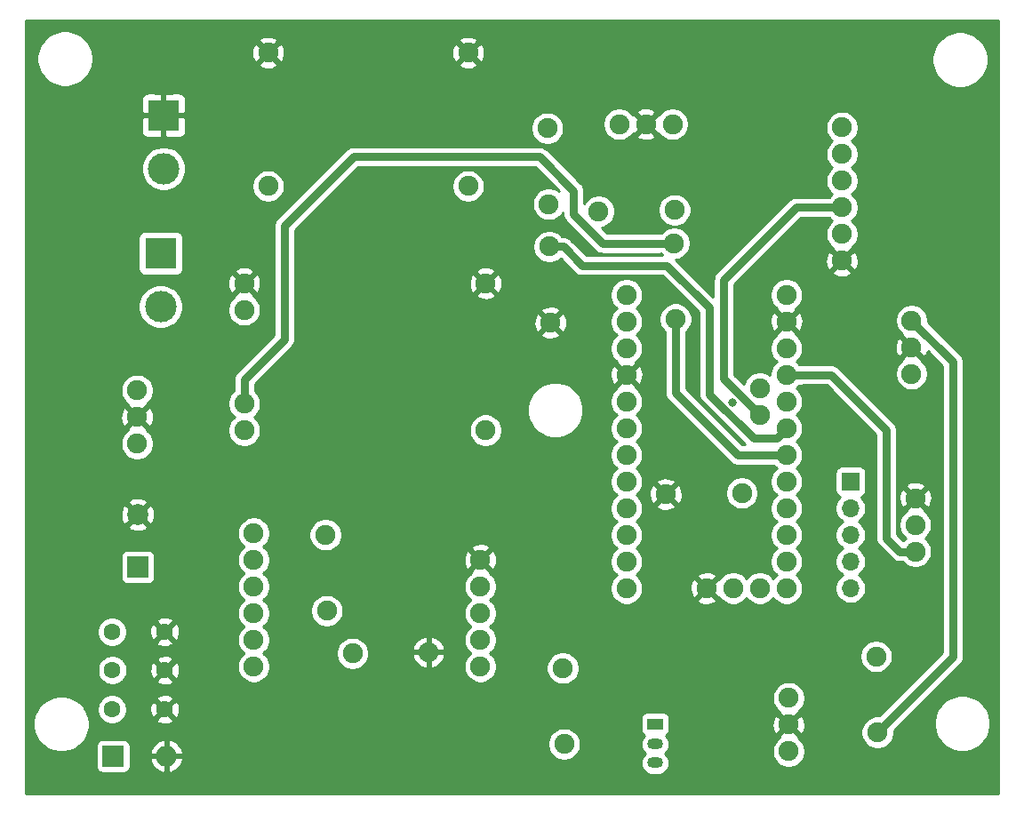
<source format=gbr>
G04 #@! TF.GenerationSoftware,KiCad,Pcbnew,(5.1.5)-3*
G04 #@! TF.CreationDate,2021-01-24T13:34:38-05:00*
G04 #@! TF.ProjectId,DoubLayerSim,446f7562-4c61-4796-9572-53696d2e6b69,rev?*
G04 #@! TF.SameCoordinates,Original*
G04 #@! TF.FileFunction,Copper,L1,Top*
G04 #@! TF.FilePolarity,Positive*
%FSLAX46Y46*%
G04 Gerber Fmt 4.6, Leading zero omitted, Abs format (unit mm)*
G04 Created by KiCad (PCBNEW (5.1.5)-3) date 2021-01-24 13:34:38*
%MOMM*%
%LPD*%
G04 APERTURE LIST*
%ADD10C,1.900000*%
%ADD11O,1.500000X1.050000*%
%ADD12R,1.500000X1.050000*%
%ADD13O,1.900000X1.900000*%
%ADD14R,3.000000X3.000000*%
%ADD15C,3.000000*%
%ADD16R,2.000000X2.000000*%
%ADD17C,2.000000*%
%ADD18C,1.600000*%
%ADD19O,2.000000X2.000000*%
%ADD20R,1.700000X1.700000*%
%ADD21O,1.700000X1.700000*%
%ADD22C,0.800000*%
%ADD23C,0.750000*%
%ADD24C,0.254000*%
G04 APERTURE END LIST*
D10*
X124783700Y-71308200D03*
X124783700Y-80228200D03*
X124783700Y-68768200D03*
X124783700Y-82768200D03*
X147783700Y-68768200D03*
X147783700Y-82768200D03*
D11*
X163918900Y-112674400D03*
X163918900Y-114452400D03*
D12*
X163918900Y-110769400D03*
D13*
X165785800Y-61785500D03*
D10*
X158546800Y-61912500D03*
D13*
X132651500Y-99974400D03*
D10*
X132524500Y-92735400D03*
D13*
X142341600Y-103911400D03*
D10*
X135102600Y-104038400D03*
D13*
X185102500Y-111556800D03*
D10*
X184975500Y-104317800D03*
X168821100Y-97828100D03*
X171361100Y-97828100D03*
X173901100Y-97828100D03*
X173901100Y-81318100D03*
X173901100Y-78778100D03*
X176441100Y-97828100D03*
X176441100Y-95288100D03*
X176441100Y-92748100D03*
X176441100Y-90208100D03*
X176441100Y-87668100D03*
X176441100Y-85128100D03*
X176441100Y-82588100D03*
X176441100Y-80048100D03*
X176441100Y-77508100D03*
X176441100Y-74968100D03*
X176441100Y-72428100D03*
X176441100Y-69888100D03*
X161201100Y-97828100D03*
X161201100Y-95288100D03*
X161201100Y-92748100D03*
X161201100Y-90208100D03*
X161201100Y-87668100D03*
X161201100Y-85128100D03*
X161201100Y-82588100D03*
X161201100Y-80048100D03*
X161201100Y-77508100D03*
X161201100Y-74968100D03*
X161201100Y-72428100D03*
X161201100Y-69888100D03*
X188722000Y-89242900D03*
X188722000Y-91782900D03*
X188722000Y-94322900D03*
X188353700Y-74853800D03*
X188353700Y-72313800D03*
X188353700Y-77393800D03*
X181724300Y-66624200D03*
X181724300Y-64084200D03*
X181724300Y-61544200D03*
X181724300Y-59004200D03*
X181724300Y-56464200D03*
X181724300Y-53924200D03*
X163042600Y-53606700D03*
X165582600Y-53606700D03*
X160502600Y-53606700D03*
X176644300Y-108280200D03*
X176644300Y-113360200D03*
X176644300Y-110820200D03*
D14*
X117106700Y-52768500D03*
D15*
X117106700Y-57848500D03*
X116814600Y-70993000D03*
D14*
X116814600Y-65913000D03*
D10*
X127063500Y-46812200D03*
X127063500Y-59512200D03*
X146113500Y-46812200D03*
X146113500Y-59512200D03*
X125691900Y-92583000D03*
X125691900Y-95123000D03*
X125691900Y-97663000D03*
X125691900Y-100203000D03*
X125691900Y-102743000D03*
X125691900Y-105283000D03*
X147281900Y-95123000D03*
X147281900Y-97663000D03*
X147281900Y-100203000D03*
X147281900Y-102743000D03*
X147281900Y-105283000D03*
X114592100Y-84048600D03*
X114592100Y-81508600D03*
X114592100Y-78968600D03*
D16*
X114642900Y-95808800D03*
D17*
X114642900Y-90808800D03*
D18*
X112204500Y-101981000D03*
X117204500Y-101981000D03*
X117229900Y-105638600D03*
X112229900Y-105638600D03*
X112204500Y-109372400D03*
X117204500Y-109372400D03*
D16*
X112306100Y-113817400D03*
D19*
X117386100Y-113817400D03*
D10*
X155257500Y-112674400D03*
D13*
X155130500Y-105435400D03*
D10*
X153784300Y-61226700D03*
D13*
X153657300Y-53987700D03*
X153835100Y-65278000D03*
D10*
X153962100Y-72517000D03*
D20*
X182549800Y-87655400D03*
D21*
X182549800Y-90195400D03*
X182549800Y-92735400D03*
X182549800Y-95275400D03*
X182549800Y-97815400D03*
D13*
X165747700Y-64947800D03*
D10*
X165874700Y-72186800D03*
X164947600Y-88874600D03*
D13*
X172186600Y-88747600D03*
D22*
X178943000Y-81699100D03*
X178917600Y-83858100D03*
X178879500Y-86156800D03*
X173723300Y-76314300D03*
X171310300Y-80124300D03*
X183845200Y-60540900D03*
X183781700Y-62547500D03*
X149948900Y-60299600D03*
X149961600Y-62928500D03*
X149910800Y-65862200D03*
X151917400Y-63461900D03*
X127304800Y-79108300D03*
X127304800Y-81419700D03*
X122758200Y-78549500D03*
X187337700Y-112191800D03*
X184594500Y-108991400D03*
X182029100Y-112077500D03*
X190817500Y-91808300D03*
X167411400Y-66840100D03*
X163410900Y-63258700D03*
X164376100Y-70332600D03*
X165773100Y-70040500D03*
X163677600Y-72872600D03*
X153060400Y-67856100D03*
X174282100Y-86690200D03*
X190665100Y-71742300D03*
X185775600Y-71716900D03*
X154927300Y-87147400D03*
X162153600Y-100723700D03*
X135458200Y-95440500D03*
X142481300Y-95275400D03*
X134620000Y-81292700D03*
X140639800Y-81216500D03*
X130644900Y-70713600D03*
X137007600Y-70637400D03*
X140525500Y-60591700D03*
X134162800Y-49542700D03*
X141782800Y-49961800D03*
X154584400Y-48958500D03*
X165227000Y-46532800D03*
X181622700Y-48272700D03*
X109753400Y-72669400D03*
X117906800Y-88112600D03*
X118084600Y-93091000D03*
X108991400Y-98132900D03*
X122161300Y-111493300D03*
X148602700Y-75603100D03*
X147205700Y-89941400D03*
X152501600Y-109728000D03*
D23*
X147281900Y-95377000D02*
X147281900Y-95123000D01*
X187210700Y-94322900D02*
X188722000Y-94322900D01*
X185940700Y-93052900D02*
X187210700Y-94322900D01*
X177784602Y-77508100D02*
X177810002Y-77482700D01*
X176441100Y-77508100D02*
X177784602Y-77508100D01*
X177810002Y-77482700D02*
X180682900Y-77482700D01*
X180682900Y-77482700D02*
X185940700Y-82740500D01*
X185940700Y-82740500D02*
X185940700Y-93052900D01*
X192290700Y-76250800D02*
X188353700Y-72313800D01*
X186065199Y-110606801D02*
X192290700Y-104381300D01*
X192290700Y-104381300D02*
X192290700Y-76250800D01*
X185102500Y-111556800D02*
X186052499Y-110606801D01*
X186052499Y-110606801D02*
X186065199Y-110606801D01*
X135204200Y-56718200D02*
X128625600Y-63296800D01*
X152908000Y-56718200D02*
X135204200Y-56718200D01*
X164391498Y-64960500D02*
X158927800Y-64960500D01*
X156146500Y-59956700D02*
X152908000Y-56718200D01*
X158927800Y-64960500D02*
X156146500Y-62179200D01*
X165747700Y-64947800D02*
X164404198Y-64947800D01*
X164404198Y-64947800D02*
X164391498Y-64960500D01*
X156146500Y-62179200D02*
X156146500Y-59956700D01*
X117386100Y-109554000D02*
X117204500Y-109372400D01*
X117204500Y-105664000D02*
X117229900Y-105638600D01*
X117229900Y-102006400D02*
X117204500Y-101981000D01*
X177380900Y-61544200D02*
X181724300Y-61544200D01*
X173901100Y-81318100D02*
X170472100Y-77889100D01*
X170472100Y-68453000D02*
X177380900Y-61544200D01*
X170472100Y-77889100D02*
X170472100Y-68453000D01*
X128625600Y-63296800D02*
X128625600Y-74104500D01*
X124783700Y-77946400D02*
X124783700Y-80228200D01*
X128625600Y-74104500D02*
X124783700Y-77946400D01*
X155178602Y-65278000D02*
X156969302Y-67068700D01*
X153835100Y-65278000D02*
X155178602Y-65278000D01*
X156969302Y-67068700D02*
X165036500Y-67068700D01*
X165036500Y-67068700D02*
X169087800Y-71120000D01*
X169087800Y-71120000D02*
X169087800Y-79336900D01*
X175491101Y-83538099D02*
X176441100Y-82588100D01*
X173288999Y-83538099D02*
X175491101Y-83538099D01*
X169087800Y-79336900D02*
X173288999Y-83538099D01*
X165874700Y-72186800D02*
X165874700Y-79222600D01*
X171780200Y-85128100D02*
X176441100Y-85128100D01*
X165874700Y-79222600D02*
X171780200Y-85128100D01*
D24*
G36*
X196624801Y-117363300D02*
G01*
X103978800Y-117363300D01*
X103978800Y-110492348D01*
X104681787Y-110492348D01*
X104681787Y-111021052D01*
X104784932Y-111539598D01*
X104987258Y-112028057D01*
X105280991Y-112467659D01*
X105654841Y-112841509D01*
X106094443Y-113135242D01*
X106582902Y-113337568D01*
X107101448Y-113440713D01*
X107630152Y-113440713D01*
X108148698Y-113337568D01*
X108637157Y-113135242D01*
X109076759Y-112841509D01*
X109100868Y-112817400D01*
X110676067Y-112817400D01*
X110676067Y-114817400D01*
X110688173Y-114940313D01*
X110724025Y-115058503D01*
X110782247Y-115167428D01*
X110860599Y-115262901D01*
X110956072Y-115341253D01*
X111064997Y-115399475D01*
X111183187Y-115435327D01*
X111306100Y-115447433D01*
X113306100Y-115447433D01*
X113429013Y-115435327D01*
X113547203Y-115399475D01*
X113656128Y-115341253D01*
X113751601Y-115262901D01*
X113829953Y-115167428D01*
X113888175Y-115058503D01*
X113924027Y-114940313D01*
X113936133Y-114817400D01*
X113936133Y-114197834D01*
X115795976Y-114197834D01*
X115852598Y-114384507D01*
X115992701Y-114672782D01*
X116186352Y-114928185D01*
X116426108Y-115140901D01*
X116702756Y-115302756D01*
X117005665Y-115407529D01*
X117259100Y-115288715D01*
X117259100Y-113944400D01*
X117513100Y-113944400D01*
X117513100Y-115288715D01*
X117766535Y-115407529D01*
X118069444Y-115302756D01*
X118346092Y-115140901D01*
X118585848Y-114928185D01*
X118779499Y-114672782D01*
X118919602Y-114384507D01*
X118976224Y-114197834D01*
X118856877Y-113944400D01*
X117513100Y-113944400D01*
X117259100Y-113944400D01*
X115915323Y-113944400D01*
X115795976Y-114197834D01*
X113936133Y-114197834D01*
X113936133Y-113436966D01*
X115795976Y-113436966D01*
X115915323Y-113690400D01*
X117259100Y-113690400D01*
X117259100Y-112346085D01*
X117513100Y-112346085D01*
X117513100Y-113690400D01*
X118856877Y-113690400D01*
X118976224Y-113436966D01*
X118919602Y-113250293D01*
X118779499Y-112962018D01*
X118585848Y-112706615D01*
X118374473Y-112519079D01*
X153680500Y-112519079D01*
X153680500Y-112829721D01*
X153741104Y-113134394D01*
X153859981Y-113421389D01*
X154032564Y-113679679D01*
X154252221Y-113899336D01*
X154510511Y-114071919D01*
X154797506Y-114190796D01*
X155102179Y-114251400D01*
X155412821Y-114251400D01*
X155717494Y-114190796D01*
X156004489Y-114071919D01*
X156262779Y-113899336D01*
X156482436Y-113679679D01*
X156655019Y-113421389D01*
X156773896Y-113134394D01*
X156834500Y-112829721D01*
X156834500Y-112674400D01*
X162536326Y-112674400D01*
X162558568Y-112900231D01*
X162624441Y-113117384D01*
X162731412Y-113317514D01*
X162875372Y-113492928D01*
X162961242Y-113563400D01*
X162875372Y-113633872D01*
X162731412Y-113809286D01*
X162624441Y-114009416D01*
X162558568Y-114226569D01*
X162536326Y-114452400D01*
X162558568Y-114678231D01*
X162624441Y-114895384D01*
X162731412Y-115095514D01*
X162875372Y-115270928D01*
X163050786Y-115414888D01*
X163250916Y-115521859D01*
X163468069Y-115587732D01*
X163637305Y-115604400D01*
X164200495Y-115604400D01*
X164369731Y-115587732D01*
X164586884Y-115521859D01*
X164787014Y-115414888D01*
X164962428Y-115270928D01*
X165106388Y-115095514D01*
X165213359Y-114895384D01*
X165279232Y-114678231D01*
X165301474Y-114452400D01*
X165279232Y-114226569D01*
X165213359Y-114009416D01*
X165106388Y-113809286D01*
X164962428Y-113633872D01*
X164876558Y-113563400D01*
X164962428Y-113492928D01*
X165106388Y-113317514D01*
X165166592Y-113204879D01*
X175067300Y-113204879D01*
X175067300Y-113515521D01*
X175127904Y-113820194D01*
X175246781Y-114107189D01*
X175419364Y-114365479D01*
X175639021Y-114585136D01*
X175897311Y-114757719D01*
X176184306Y-114876596D01*
X176488979Y-114937200D01*
X176799621Y-114937200D01*
X177104294Y-114876596D01*
X177391289Y-114757719D01*
X177649579Y-114585136D01*
X177869236Y-114365479D01*
X178041819Y-114107189D01*
X178160696Y-113820194D01*
X178221300Y-113515521D01*
X178221300Y-113204879D01*
X178160696Y-112900206D01*
X178041819Y-112613211D01*
X177869236Y-112354921D01*
X177649579Y-112135264D01*
X177519919Y-112048628D01*
X177564447Y-111919952D01*
X176644300Y-110999805D01*
X175724153Y-111919952D01*
X175768681Y-112048628D01*
X175639021Y-112135264D01*
X175419364Y-112354921D01*
X175246781Y-112613211D01*
X175127904Y-112900206D01*
X175067300Y-113204879D01*
X165166592Y-113204879D01*
X165213359Y-113117384D01*
X165279232Y-112900231D01*
X165301474Y-112674400D01*
X165279232Y-112448569D01*
X165213359Y-112231416D01*
X165106388Y-112031286D01*
X164962428Y-111855872D01*
X164956954Y-111851379D01*
X165018928Y-111818253D01*
X165114401Y-111739901D01*
X165192753Y-111644428D01*
X165250975Y-111535503D01*
X165286827Y-111417313D01*
X165298933Y-111294400D01*
X165298933Y-110884773D01*
X175052941Y-110884773D01*
X175096116Y-111193991D01*
X175198787Y-111488844D01*
X175285258Y-111650621D01*
X175544548Y-111740347D01*
X176464695Y-110820200D01*
X176823905Y-110820200D01*
X177744052Y-111740347D01*
X178003342Y-111650621D01*
X178123788Y-111401479D01*
X183525500Y-111401479D01*
X183525500Y-111712121D01*
X183586104Y-112016794D01*
X183704981Y-112303789D01*
X183877564Y-112562079D01*
X184097221Y-112781736D01*
X184355511Y-112954319D01*
X184642506Y-113073196D01*
X184947179Y-113133800D01*
X185257821Y-113133800D01*
X185562494Y-113073196D01*
X185849489Y-112954319D01*
X186107779Y-112781736D01*
X186327436Y-112562079D01*
X186500019Y-112303789D01*
X186618896Y-112016794D01*
X186679500Y-111712121D01*
X186679500Y-111401479D01*
X186679057Y-111399252D01*
X186777148Y-111318750D01*
X186808531Y-111280510D01*
X187647493Y-110441548D01*
X190495687Y-110441548D01*
X190495687Y-110970252D01*
X190598832Y-111488798D01*
X190801158Y-111977257D01*
X191094891Y-112416859D01*
X191468741Y-112790709D01*
X191908343Y-113084442D01*
X192396802Y-113286768D01*
X192915348Y-113389913D01*
X193444052Y-113389913D01*
X193962598Y-113286768D01*
X194451057Y-113084442D01*
X194890659Y-112790709D01*
X195264509Y-112416859D01*
X195558242Y-111977257D01*
X195760568Y-111488798D01*
X195863713Y-110970252D01*
X195863713Y-110441548D01*
X195760568Y-109923002D01*
X195558242Y-109434543D01*
X195264509Y-108994941D01*
X194890659Y-108621091D01*
X194451057Y-108327358D01*
X193962598Y-108125032D01*
X193444052Y-108021887D01*
X192915348Y-108021887D01*
X192396802Y-108125032D01*
X191908343Y-108327358D01*
X191468741Y-108621091D01*
X191094891Y-108994941D01*
X190801158Y-109434543D01*
X190598832Y-109923002D01*
X190495687Y-110441548D01*
X187647493Y-110441548D01*
X192964415Y-105124627D01*
X193002649Y-105093249D01*
X193127864Y-104940675D01*
X193220906Y-104766604D01*
X193278202Y-104577726D01*
X193292700Y-104430523D01*
X193292700Y-104430516D01*
X193297547Y-104381300D01*
X193292700Y-104332084D01*
X193292700Y-76300023D01*
X193297548Y-76250800D01*
X193278202Y-76054373D01*
X193220906Y-75865496D01*
X193194878Y-75816800D01*
X193127864Y-75691425D01*
X193002649Y-75538851D01*
X192964415Y-75507473D01*
X189929931Y-72472989D01*
X189930700Y-72469121D01*
X189930700Y-72158479D01*
X189870096Y-71853806D01*
X189751219Y-71566811D01*
X189578636Y-71308521D01*
X189358979Y-71088864D01*
X189100689Y-70916281D01*
X188813694Y-70797404D01*
X188509021Y-70736800D01*
X188198379Y-70736800D01*
X187893706Y-70797404D01*
X187606711Y-70916281D01*
X187348421Y-71088864D01*
X187128764Y-71308521D01*
X186956181Y-71566811D01*
X186837304Y-71853806D01*
X186776700Y-72158479D01*
X186776700Y-72469121D01*
X186837304Y-72773794D01*
X186956181Y-73060789D01*
X187128764Y-73319079D01*
X187348421Y-73538736D01*
X187478081Y-73625372D01*
X187433553Y-73754048D01*
X188353700Y-74674195D01*
X188367843Y-74660053D01*
X188547448Y-74839658D01*
X188533305Y-74853800D01*
X189453452Y-75773947D01*
X189712742Y-75684221D01*
X189848635Y-75403129D01*
X189885184Y-75262326D01*
X191288701Y-76665843D01*
X191288700Y-103966258D01*
X185449614Y-109805345D01*
X185340550Y-109894852D01*
X185309172Y-109933086D01*
X185261689Y-109980569D01*
X185257821Y-109979800D01*
X184947179Y-109979800D01*
X184642506Y-110040404D01*
X184355511Y-110159281D01*
X184097221Y-110331864D01*
X183877564Y-110551521D01*
X183704981Y-110809811D01*
X183586104Y-111096806D01*
X183525500Y-111401479D01*
X178123788Y-111401479D01*
X178139235Y-111369529D01*
X178217679Y-111067327D01*
X178235659Y-110755627D01*
X178192484Y-110446409D01*
X178089813Y-110151556D01*
X178003342Y-109989779D01*
X177744052Y-109900053D01*
X176823905Y-110820200D01*
X176464695Y-110820200D01*
X175544548Y-109900053D01*
X175285258Y-109989779D01*
X175149365Y-110270871D01*
X175070921Y-110573073D01*
X175052941Y-110884773D01*
X165298933Y-110884773D01*
X165298933Y-110244400D01*
X165286827Y-110121487D01*
X165250975Y-110003297D01*
X165192753Y-109894372D01*
X165114401Y-109798899D01*
X165018928Y-109720547D01*
X164910003Y-109662325D01*
X164791813Y-109626473D01*
X164668900Y-109614367D01*
X163168900Y-109614367D01*
X163045987Y-109626473D01*
X162927797Y-109662325D01*
X162818872Y-109720547D01*
X162723399Y-109798899D01*
X162645047Y-109894372D01*
X162586825Y-110003297D01*
X162550973Y-110121487D01*
X162538867Y-110244400D01*
X162538867Y-111294400D01*
X162550973Y-111417313D01*
X162586825Y-111535503D01*
X162645047Y-111644428D01*
X162723399Y-111739901D01*
X162818872Y-111818253D01*
X162880846Y-111851379D01*
X162875372Y-111855872D01*
X162731412Y-112031286D01*
X162624441Y-112231416D01*
X162558568Y-112448569D01*
X162536326Y-112674400D01*
X156834500Y-112674400D01*
X156834500Y-112519079D01*
X156773896Y-112214406D01*
X156655019Y-111927411D01*
X156482436Y-111669121D01*
X156262779Y-111449464D01*
X156004489Y-111276881D01*
X155717494Y-111158004D01*
X155412821Y-111097400D01*
X155102179Y-111097400D01*
X154797506Y-111158004D01*
X154510511Y-111276881D01*
X154252221Y-111449464D01*
X154032564Y-111669121D01*
X153859981Y-111927411D01*
X153741104Y-112214406D01*
X153680500Y-112519079D01*
X118374473Y-112519079D01*
X118346092Y-112493899D01*
X118069444Y-112332044D01*
X117766535Y-112227271D01*
X117513100Y-112346085D01*
X117259100Y-112346085D01*
X117005665Y-112227271D01*
X116702756Y-112332044D01*
X116426108Y-112493899D01*
X116186352Y-112706615D01*
X115992701Y-112962018D01*
X115852598Y-113250293D01*
X115795976Y-113436966D01*
X113936133Y-113436966D01*
X113936133Y-112817400D01*
X113924027Y-112694487D01*
X113888175Y-112576297D01*
X113829953Y-112467372D01*
X113751601Y-112371899D01*
X113656128Y-112293547D01*
X113547203Y-112235325D01*
X113429013Y-112199473D01*
X113306100Y-112187367D01*
X111306100Y-112187367D01*
X111183187Y-112199473D01*
X111064997Y-112235325D01*
X110956072Y-112293547D01*
X110860599Y-112371899D01*
X110782247Y-112467372D01*
X110724025Y-112576297D01*
X110688173Y-112694487D01*
X110676067Y-112817400D01*
X109100868Y-112817400D01*
X109450609Y-112467659D01*
X109744342Y-112028057D01*
X109946668Y-111539598D01*
X110049813Y-111021052D01*
X110049813Y-110492348D01*
X109946668Y-109973802D01*
X109744342Y-109485343D01*
X109574966Y-109231853D01*
X110777500Y-109231853D01*
X110777500Y-109512947D01*
X110832338Y-109788641D01*
X110939909Y-110048338D01*
X111096076Y-110282060D01*
X111294840Y-110480824D01*
X111528562Y-110636991D01*
X111788259Y-110744562D01*
X112063953Y-110799400D01*
X112345047Y-110799400D01*
X112620741Y-110744562D01*
X112880438Y-110636991D01*
X113114160Y-110480824D01*
X113229882Y-110365102D01*
X116391403Y-110365102D01*
X116462986Y-110609071D01*
X116718496Y-110729971D01*
X116992684Y-110798700D01*
X117275012Y-110812617D01*
X117554630Y-110771187D01*
X117820792Y-110676003D01*
X117946014Y-110609071D01*
X118017597Y-110365102D01*
X117204500Y-109552005D01*
X116391403Y-110365102D01*
X113229882Y-110365102D01*
X113312924Y-110282060D01*
X113469091Y-110048338D01*
X113576662Y-109788641D01*
X113631500Y-109512947D01*
X113631500Y-109442912D01*
X115764283Y-109442912D01*
X115805713Y-109722530D01*
X115900897Y-109988692D01*
X115967829Y-110113914D01*
X116211798Y-110185497D01*
X117024895Y-109372400D01*
X117384105Y-109372400D01*
X118197202Y-110185497D01*
X118441171Y-110113914D01*
X118562071Y-109858404D01*
X118630800Y-109584216D01*
X118644717Y-109301888D01*
X118603287Y-109022270D01*
X118508103Y-108756108D01*
X118441171Y-108630886D01*
X118197202Y-108559303D01*
X117384105Y-109372400D01*
X117024895Y-109372400D01*
X116211798Y-108559303D01*
X115967829Y-108630886D01*
X115846929Y-108886396D01*
X115778200Y-109160584D01*
X115764283Y-109442912D01*
X113631500Y-109442912D01*
X113631500Y-109231853D01*
X113576662Y-108956159D01*
X113469091Y-108696462D01*
X113312924Y-108462740D01*
X113229882Y-108379698D01*
X116391403Y-108379698D01*
X117204500Y-109192795D01*
X118017597Y-108379698D01*
X117946014Y-108135729D01*
X117923084Y-108124879D01*
X175067300Y-108124879D01*
X175067300Y-108435521D01*
X175127904Y-108740194D01*
X175246781Y-109027189D01*
X175419364Y-109285479D01*
X175639021Y-109505136D01*
X175768681Y-109591772D01*
X175724153Y-109720448D01*
X176644300Y-110640595D01*
X177564447Y-109720448D01*
X177519919Y-109591772D01*
X177649579Y-109505136D01*
X177869236Y-109285479D01*
X178041819Y-109027189D01*
X178160696Y-108740194D01*
X178221300Y-108435521D01*
X178221300Y-108124879D01*
X178160696Y-107820206D01*
X178041819Y-107533211D01*
X177869236Y-107274921D01*
X177649579Y-107055264D01*
X177391289Y-106882681D01*
X177104294Y-106763804D01*
X176799621Y-106703200D01*
X176488979Y-106703200D01*
X176184306Y-106763804D01*
X175897311Y-106882681D01*
X175639021Y-107055264D01*
X175419364Y-107274921D01*
X175246781Y-107533211D01*
X175127904Y-107820206D01*
X175067300Y-108124879D01*
X117923084Y-108124879D01*
X117690504Y-108014829D01*
X117416316Y-107946100D01*
X117133988Y-107932183D01*
X116854370Y-107973613D01*
X116588208Y-108068797D01*
X116462986Y-108135729D01*
X116391403Y-108379698D01*
X113229882Y-108379698D01*
X113114160Y-108263976D01*
X112880438Y-108107809D01*
X112620741Y-108000238D01*
X112345047Y-107945400D01*
X112063953Y-107945400D01*
X111788259Y-108000238D01*
X111528562Y-108107809D01*
X111294840Y-108263976D01*
X111096076Y-108462740D01*
X110939909Y-108696462D01*
X110832338Y-108956159D01*
X110777500Y-109231853D01*
X109574966Y-109231853D01*
X109450609Y-109045741D01*
X109076759Y-108671891D01*
X108637157Y-108378158D01*
X108148698Y-108175832D01*
X107630152Y-108072687D01*
X107101448Y-108072687D01*
X106582902Y-108175832D01*
X106094443Y-108378158D01*
X105654841Y-108671891D01*
X105280991Y-109045741D01*
X104987258Y-109485343D01*
X104784932Y-109973802D01*
X104681787Y-110492348D01*
X103978800Y-110492348D01*
X103978800Y-105498053D01*
X110802900Y-105498053D01*
X110802900Y-105779147D01*
X110857738Y-106054841D01*
X110965309Y-106314538D01*
X111121476Y-106548260D01*
X111320240Y-106747024D01*
X111553962Y-106903191D01*
X111813659Y-107010762D01*
X112089353Y-107065600D01*
X112370447Y-107065600D01*
X112646141Y-107010762D01*
X112905838Y-106903191D01*
X113139560Y-106747024D01*
X113255282Y-106631302D01*
X116416803Y-106631302D01*
X116488386Y-106875271D01*
X116743896Y-106996171D01*
X117018084Y-107064900D01*
X117300412Y-107078817D01*
X117580030Y-107037387D01*
X117846192Y-106942203D01*
X117971414Y-106875271D01*
X118042997Y-106631302D01*
X117229900Y-105818205D01*
X116416803Y-106631302D01*
X113255282Y-106631302D01*
X113338324Y-106548260D01*
X113494491Y-106314538D01*
X113602062Y-106054841D01*
X113656900Y-105779147D01*
X113656900Y-105709112D01*
X115789683Y-105709112D01*
X115831113Y-105988730D01*
X115926297Y-106254892D01*
X115993229Y-106380114D01*
X116237198Y-106451697D01*
X117050295Y-105638600D01*
X117409505Y-105638600D01*
X118222602Y-106451697D01*
X118466571Y-106380114D01*
X118587471Y-106124604D01*
X118656200Y-105850416D01*
X118670117Y-105568088D01*
X118628687Y-105288470D01*
X118533503Y-105022308D01*
X118466571Y-104897086D01*
X118222602Y-104825503D01*
X117409505Y-105638600D01*
X117050295Y-105638600D01*
X116237198Y-104825503D01*
X115993229Y-104897086D01*
X115872329Y-105152596D01*
X115803600Y-105426784D01*
X115789683Y-105709112D01*
X113656900Y-105709112D01*
X113656900Y-105498053D01*
X113602062Y-105222359D01*
X113494491Y-104962662D01*
X113338324Y-104728940D01*
X113255282Y-104645898D01*
X116416803Y-104645898D01*
X117229900Y-105458995D01*
X118042997Y-104645898D01*
X117971414Y-104401929D01*
X117715904Y-104281029D01*
X117441716Y-104212300D01*
X117159388Y-104198383D01*
X116879770Y-104239813D01*
X116613608Y-104334997D01*
X116488386Y-104401929D01*
X116416803Y-104645898D01*
X113255282Y-104645898D01*
X113139560Y-104530176D01*
X112905838Y-104374009D01*
X112646141Y-104266438D01*
X112370447Y-104211600D01*
X112089353Y-104211600D01*
X111813659Y-104266438D01*
X111553962Y-104374009D01*
X111320240Y-104530176D01*
X111121476Y-104728940D01*
X110965309Y-104962662D01*
X110857738Y-105222359D01*
X110802900Y-105498053D01*
X103978800Y-105498053D01*
X103978800Y-101840453D01*
X110777500Y-101840453D01*
X110777500Y-102121547D01*
X110832338Y-102397241D01*
X110939909Y-102656938D01*
X111096076Y-102890660D01*
X111294840Y-103089424D01*
X111528562Y-103245591D01*
X111788259Y-103353162D01*
X112063953Y-103408000D01*
X112345047Y-103408000D01*
X112620741Y-103353162D01*
X112880438Y-103245591D01*
X113114160Y-103089424D01*
X113229882Y-102973702D01*
X116391403Y-102973702D01*
X116462986Y-103217671D01*
X116718496Y-103338571D01*
X116992684Y-103407300D01*
X117275012Y-103421217D01*
X117554630Y-103379787D01*
X117820792Y-103284603D01*
X117946014Y-103217671D01*
X118017597Y-102973702D01*
X117204500Y-102160605D01*
X116391403Y-102973702D01*
X113229882Y-102973702D01*
X113312924Y-102890660D01*
X113469091Y-102656938D01*
X113576662Y-102397241D01*
X113631500Y-102121547D01*
X113631500Y-102051512D01*
X115764283Y-102051512D01*
X115805713Y-102331130D01*
X115900897Y-102597292D01*
X115967829Y-102722514D01*
X116211798Y-102794097D01*
X117024895Y-101981000D01*
X117384105Y-101981000D01*
X118197202Y-102794097D01*
X118441171Y-102722514D01*
X118562071Y-102467004D01*
X118630800Y-102192816D01*
X118644717Y-101910488D01*
X118603287Y-101630870D01*
X118508103Y-101364708D01*
X118441171Y-101239486D01*
X118197202Y-101167903D01*
X117384105Y-101981000D01*
X117024895Y-101981000D01*
X116211798Y-101167903D01*
X115967829Y-101239486D01*
X115846929Y-101494996D01*
X115778200Y-101769184D01*
X115764283Y-102051512D01*
X113631500Y-102051512D01*
X113631500Y-101840453D01*
X113576662Y-101564759D01*
X113469091Y-101305062D01*
X113312924Y-101071340D01*
X113229882Y-100988298D01*
X116391403Y-100988298D01*
X117204500Y-101801395D01*
X118017597Y-100988298D01*
X117946014Y-100744329D01*
X117690504Y-100623429D01*
X117416316Y-100554700D01*
X117133988Y-100540783D01*
X116854370Y-100582213D01*
X116588208Y-100677397D01*
X116462986Y-100744329D01*
X116391403Y-100988298D01*
X113229882Y-100988298D01*
X113114160Y-100872576D01*
X112880438Y-100716409D01*
X112620741Y-100608838D01*
X112345047Y-100554000D01*
X112063953Y-100554000D01*
X111788259Y-100608838D01*
X111528562Y-100716409D01*
X111294840Y-100872576D01*
X111096076Y-101071340D01*
X110939909Y-101305062D01*
X110832338Y-101564759D01*
X110777500Y-101840453D01*
X103978800Y-101840453D01*
X103978800Y-94808800D01*
X113012867Y-94808800D01*
X113012867Y-96808800D01*
X113024973Y-96931713D01*
X113060825Y-97049903D01*
X113119047Y-97158828D01*
X113197399Y-97254301D01*
X113292872Y-97332653D01*
X113401797Y-97390875D01*
X113519987Y-97426727D01*
X113642900Y-97438833D01*
X115642900Y-97438833D01*
X115765813Y-97426727D01*
X115884003Y-97390875D01*
X115992928Y-97332653D01*
X116088401Y-97254301D01*
X116166753Y-97158828D01*
X116224975Y-97049903D01*
X116260827Y-96931713D01*
X116272933Y-96808800D01*
X116272933Y-94808800D01*
X116260827Y-94685887D01*
X116224975Y-94567697D01*
X116166753Y-94458772D01*
X116088401Y-94363299D01*
X115992928Y-94284947D01*
X115884003Y-94226725D01*
X115765813Y-94190873D01*
X115642900Y-94178767D01*
X113642900Y-94178767D01*
X113519987Y-94190873D01*
X113401797Y-94226725D01*
X113292872Y-94284947D01*
X113197399Y-94363299D01*
X113119047Y-94458772D01*
X113060825Y-94567697D01*
X113024973Y-94685887D01*
X113012867Y-94808800D01*
X103978800Y-94808800D01*
X103978800Y-91944213D01*
X113687092Y-91944213D01*
X113782856Y-92208614D01*
X114072471Y-92349504D01*
X114384008Y-92431184D01*
X114705495Y-92450518D01*
X114872039Y-92427679D01*
X124114900Y-92427679D01*
X124114900Y-92738321D01*
X124175504Y-93042994D01*
X124294381Y-93329989D01*
X124466964Y-93588279D01*
X124686621Y-93807936D01*
X124754064Y-93853000D01*
X124686621Y-93898064D01*
X124466964Y-94117721D01*
X124294381Y-94376011D01*
X124175504Y-94663006D01*
X124114900Y-94967679D01*
X124114900Y-95278321D01*
X124175504Y-95582994D01*
X124294381Y-95869989D01*
X124466964Y-96128279D01*
X124686621Y-96347936D01*
X124754064Y-96393000D01*
X124686621Y-96438064D01*
X124466964Y-96657721D01*
X124294381Y-96916011D01*
X124175504Y-97203006D01*
X124114900Y-97507679D01*
X124114900Y-97818321D01*
X124175504Y-98122994D01*
X124294381Y-98409989D01*
X124466964Y-98668279D01*
X124686621Y-98887936D01*
X124754064Y-98933000D01*
X124686621Y-98978064D01*
X124466964Y-99197721D01*
X124294381Y-99456011D01*
X124175504Y-99743006D01*
X124114900Y-100047679D01*
X124114900Y-100358321D01*
X124175504Y-100662994D01*
X124294381Y-100949989D01*
X124466964Y-101208279D01*
X124686621Y-101427936D01*
X124754064Y-101473000D01*
X124686621Y-101518064D01*
X124466964Y-101737721D01*
X124294381Y-101996011D01*
X124175504Y-102283006D01*
X124114900Y-102587679D01*
X124114900Y-102898321D01*
X124175504Y-103202994D01*
X124294381Y-103489989D01*
X124466964Y-103748279D01*
X124686621Y-103967936D01*
X124754064Y-104013000D01*
X124686621Y-104058064D01*
X124466964Y-104277721D01*
X124294381Y-104536011D01*
X124175504Y-104823006D01*
X124114900Y-105127679D01*
X124114900Y-105438321D01*
X124175504Y-105742994D01*
X124294381Y-106029989D01*
X124466964Y-106288279D01*
X124686621Y-106507936D01*
X124944911Y-106680519D01*
X125231906Y-106799396D01*
X125536579Y-106860000D01*
X125847221Y-106860000D01*
X126151894Y-106799396D01*
X126438889Y-106680519D01*
X126697179Y-106507936D01*
X126916836Y-106288279D01*
X127089419Y-106029989D01*
X127208296Y-105742994D01*
X127268900Y-105438321D01*
X127268900Y-105127679D01*
X127208296Y-104823006D01*
X127089419Y-104536011D01*
X126916836Y-104277721D01*
X126697179Y-104058064D01*
X126629736Y-104013000D01*
X126697179Y-103967936D01*
X126782036Y-103883079D01*
X133525600Y-103883079D01*
X133525600Y-104193721D01*
X133586204Y-104498394D01*
X133705081Y-104785389D01*
X133877664Y-105043679D01*
X134097321Y-105263336D01*
X134355611Y-105435919D01*
X134642606Y-105554796D01*
X134947279Y-105615400D01*
X135257921Y-105615400D01*
X135562594Y-105554796D01*
X135849589Y-105435919D01*
X136107879Y-105263336D01*
X136327536Y-105043679D01*
X136500119Y-104785389D01*
X136618996Y-104498394D01*
X136661644Y-104283988D01*
X140801014Y-104283988D01*
X140853646Y-104457511D01*
X140988778Y-104737303D01*
X141175898Y-104985356D01*
X141407815Y-105192137D01*
X141675617Y-105349700D01*
X141969012Y-105451990D01*
X142214600Y-105332558D01*
X142214600Y-104038400D01*
X142468600Y-104038400D01*
X142468600Y-105332558D01*
X142714188Y-105451990D01*
X143007583Y-105349700D01*
X143275385Y-105192137D01*
X143507302Y-104985356D01*
X143694422Y-104737303D01*
X143829554Y-104457511D01*
X143882186Y-104283988D01*
X143762184Y-104038400D01*
X142468600Y-104038400D01*
X142214600Y-104038400D01*
X140921016Y-104038400D01*
X140801014Y-104283988D01*
X136661644Y-104283988D01*
X136679600Y-104193721D01*
X136679600Y-103883079D01*
X136618996Y-103578406D01*
X136602596Y-103538812D01*
X140801014Y-103538812D01*
X140921016Y-103784400D01*
X142214600Y-103784400D01*
X142214600Y-102490242D01*
X142468600Y-102490242D01*
X142468600Y-103784400D01*
X143762184Y-103784400D01*
X143882186Y-103538812D01*
X143829554Y-103365289D01*
X143694422Y-103085497D01*
X143507302Y-102837444D01*
X143275385Y-102630663D01*
X143007583Y-102473100D01*
X142714188Y-102370810D01*
X142468600Y-102490242D01*
X142214600Y-102490242D01*
X141969012Y-102370810D01*
X141675617Y-102473100D01*
X141407815Y-102630663D01*
X141175898Y-102837444D01*
X140988778Y-103085497D01*
X140853646Y-103365289D01*
X140801014Y-103538812D01*
X136602596Y-103538812D01*
X136500119Y-103291411D01*
X136327536Y-103033121D01*
X136107879Y-102813464D01*
X135849589Y-102640881D01*
X135562594Y-102522004D01*
X135257921Y-102461400D01*
X134947279Y-102461400D01*
X134642606Y-102522004D01*
X134355611Y-102640881D01*
X134097321Y-102813464D01*
X133877664Y-103033121D01*
X133705081Y-103291411D01*
X133586204Y-103578406D01*
X133525600Y-103883079D01*
X126782036Y-103883079D01*
X126916836Y-103748279D01*
X127089419Y-103489989D01*
X127208296Y-103202994D01*
X127268900Y-102898321D01*
X127268900Y-102587679D01*
X127208296Y-102283006D01*
X127089419Y-101996011D01*
X126916836Y-101737721D01*
X126697179Y-101518064D01*
X126629736Y-101473000D01*
X126697179Y-101427936D01*
X126916836Y-101208279D01*
X127089419Y-100949989D01*
X127208296Y-100662994D01*
X127268900Y-100358321D01*
X127268900Y-100047679D01*
X127223429Y-99819079D01*
X131074500Y-99819079D01*
X131074500Y-100129721D01*
X131135104Y-100434394D01*
X131253981Y-100721389D01*
X131426564Y-100979679D01*
X131646221Y-101199336D01*
X131904511Y-101371919D01*
X132191506Y-101490796D01*
X132496179Y-101551400D01*
X132806821Y-101551400D01*
X133111494Y-101490796D01*
X133398489Y-101371919D01*
X133656779Y-101199336D01*
X133876436Y-100979679D01*
X134049019Y-100721389D01*
X134167896Y-100434394D01*
X134228500Y-100129721D01*
X134228500Y-99819079D01*
X134167896Y-99514406D01*
X134049019Y-99227411D01*
X133876436Y-98969121D01*
X133656779Y-98749464D01*
X133398489Y-98576881D01*
X133111494Y-98458004D01*
X132806821Y-98397400D01*
X132496179Y-98397400D01*
X132191506Y-98458004D01*
X131904511Y-98576881D01*
X131646221Y-98749464D01*
X131426564Y-98969121D01*
X131253981Y-99227411D01*
X131135104Y-99514406D01*
X131074500Y-99819079D01*
X127223429Y-99819079D01*
X127208296Y-99743006D01*
X127089419Y-99456011D01*
X126916836Y-99197721D01*
X126697179Y-98978064D01*
X126629736Y-98933000D01*
X126697179Y-98887936D01*
X126916836Y-98668279D01*
X127089419Y-98409989D01*
X127208296Y-98122994D01*
X127268900Y-97818321D01*
X127268900Y-97507679D01*
X145704900Y-97507679D01*
X145704900Y-97818321D01*
X145765504Y-98122994D01*
X145884381Y-98409989D01*
X146056964Y-98668279D01*
X146276621Y-98887936D01*
X146344064Y-98933000D01*
X146276621Y-98978064D01*
X146056964Y-99197721D01*
X145884381Y-99456011D01*
X145765504Y-99743006D01*
X145704900Y-100047679D01*
X145704900Y-100358321D01*
X145765504Y-100662994D01*
X145884381Y-100949989D01*
X146056964Y-101208279D01*
X146276621Y-101427936D01*
X146344064Y-101473000D01*
X146276621Y-101518064D01*
X146056964Y-101737721D01*
X145884381Y-101996011D01*
X145765504Y-102283006D01*
X145704900Y-102587679D01*
X145704900Y-102898321D01*
X145765504Y-103202994D01*
X145884381Y-103489989D01*
X146056964Y-103748279D01*
X146276621Y-103967936D01*
X146344064Y-104013000D01*
X146276621Y-104058064D01*
X146056964Y-104277721D01*
X145884381Y-104536011D01*
X145765504Y-104823006D01*
X145704900Y-105127679D01*
X145704900Y-105438321D01*
X145765504Y-105742994D01*
X145884381Y-106029989D01*
X146056964Y-106288279D01*
X146276621Y-106507936D01*
X146534911Y-106680519D01*
X146821906Y-106799396D01*
X147126579Y-106860000D01*
X147437221Y-106860000D01*
X147741894Y-106799396D01*
X148028889Y-106680519D01*
X148287179Y-106507936D01*
X148506836Y-106288279D01*
X148679419Y-106029989D01*
X148798296Y-105742994D01*
X148858900Y-105438321D01*
X148858900Y-105280079D01*
X153553500Y-105280079D01*
X153553500Y-105590721D01*
X153614104Y-105895394D01*
X153732981Y-106182389D01*
X153905564Y-106440679D01*
X154125221Y-106660336D01*
X154383511Y-106832919D01*
X154670506Y-106951796D01*
X154975179Y-107012400D01*
X155285821Y-107012400D01*
X155590494Y-106951796D01*
X155877489Y-106832919D01*
X156135779Y-106660336D01*
X156355436Y-106440679D01*
X156528019Y-106182389D01*
X156646896Y-105895394D01*
X156707500Y-105590721D01*
X156707500Y-105280079D01*
X156646896Y-104975406D01*
X156528019Y-104688411D01*
X156355436Y-104430121D01*
X156135779Y-104210464D01*
X156063965Y-104162479D01*
X183398500Y-104162479D01*
X183398500Y-104473121D01*
X183459104Y-104777794D01*
X183577981Y-105064789D01*
X183750564Y-105323079D01*
X183970221Y-105542736D01*
X184228511Y-105715319D01*
X184515506Y-105834196D01*
X184820179Y-105894800D01*
X185130821Y-105894800D01*
X185435494Y-105834196D01*
X185722489Y-105715319D01*
X185980779Y-105542736D01*
X186200436Y-105323079D01*
X186373019Y-105064789D01*
X186491896Y-104777794D01*
X186552500Y-104473121D01*
X186552500Y-104162479D01*
X186491896Y-103857806D01*
X186373019Y-103570811D01*
X186200436Y-103312521D01*
X185980779Y-103092864D01*
X185722489Y-102920281D01*
X185435494Y-102801404D01*
X185130821Y-102740800D01*
X184820179Y-102740800D01*
X184515506Y-102801404D01*
X184228511Y-102920281D01*
X183970221Y-103092864D01*
X183750564Y-103312521D01*
X183577981Y-103570811D01*
X183459104Y-103857806D01*
X183398500Y-104162479D01*
X156063965Y-104162479D01*
X155877489Y-104037881D01*
X155590494Y-103919004D01*
X155285821Y-103858400D01*
X154975179Y-103858400D01*
X154670506Y-103919004D01*
X154383511Y-104037881D01*
X154125221Y-104210464D01*
X153905564Y-104430121D01*
X153732981Y-104688411D01*
X153614104Y-104975406D01*
X153553500Y-105280079D01*
X148858900Y-105280079D01*
X148858900Y-105127679D01*
X148798296Y-104823006D01*
X148679419Y-104536011D01*
X148506836Y-104277721D01*
X148287179Y-104058064D01*
X148219736Y-104013000D01*
X148287179Y-103967936D01*
X148506836Y-103748279D01*
X148679419Y-103489989D01*
X148798296Y-103202994D01*
X148858900Y-102898321D01*
X148858900Y-102587679D01*
X148798296Y-102283006D01*
X148679419Y-101996011D01*
X148506836Y-101737721D01*
X148287179Y-101518064D01*
X148219736Y-101473000D01*
X148287179Y-101427936D01*
X148506836Y-101208279D01*
X148679419Y-100949989D01*
X148798296Y-100662994D01*
X148858900Y-100358321D01*
X148858900Y-100047679D01*
X148798296Y-99743006D01*
X148679419Y-99456011D01*
X148506836Y-99197721D01*
X148287179Y-98978064D01*
X148219736Y-98933000D01*
X148287179Y-98887936D01*
X148506836Y-98668279D01*
X148679419Y-98409989D01*
X148798296Y-98122994D01*
X148858900Y-97818321D01*
X148858900Y-97507679D01*
X148798296Y-97203006D01*
X148679419Y-96916011D01*
X148506836Y-96657721D01*
X148287179Y-96438064D01*
X148157519Y-96351428D01*
X148202047Y-96222752D01*
X147281900Y-95302605D01*
X146361753Y-96222752D01*
X146406281Y-96351428D01*
X146276621Y-96438064D01*
X146056964Y-96657721D01*
X145884381Y-96916011D01*
X145765504Y-97203006D01*
X145704900Y-97507679D01*
X127268900Y-97507679D01*
X127208296Y-97203006D01*
X127089419Y-96916011D01*
X126916836Y-96657721D01*
X126697179Y-96438064D01*
X126629736Y-96393000D01*
X126697179Y-96347936D01*
X126916836Y-96128279D01*
X127089419Y-95869989D01*
X127208296Y-95582994D01*
X127268900Y-95278321D01*
X127268900Y-95187573D01*
X145690541Y-95187573D01*
X145733716Y-95496791D01*
X145836387Y-95791644D01*
X145922858Y-95953421D01*
X146182148Y-96043147D01*
X147102295Y-95123000D01*
X147461505Y-95123000D01*
X148381652Y-96043147D01*
X148640942Y-95953421D01*
X148776835Y-95672329D01*
X148855279Y-95370127D01*
X148873259Y-95058427D01*
X148830084Y-94749209D01*
X148727413Y-94454356D01*
X148640942Y-94292579D01*
X148381652Y-94202853D01*
X147461505Y-95123000D01*
X147102295Y-95123000D01*
X146182148Y-94202853D01*
X145922858Y-94292579D01*
X145786965Y-94573671D01*
X145708521Y-94875873D01*
X145690541Y-95187573D01*
X127268900Y-95187573D01*
X127268900Y-94967679D01*
X127208296Y-94663006D01*
X127089419Y-94376011D01*
X126916836Y-94117721D01*
X126697179Y-93898064D01*
X126629736Y-93853000D01*
X126697179Y-93807936D01*
X126916836Y-93588279D01*
X127089419Y-93329989D01*
X127208296Y-93042994D01*
X127268900Y-92738321D01*
X127268900Y-92580079D01*
X130947500Y-92580079D01*
X130947500Y-92890721D01*
X131008104Y-93195394D01*
X131126981Y-93482389D01*
X131299564Y-93740679D01*
X131519221Y-93960336D01*
X131777511Y-94132919D01*
X132064506Y-94251796D01*
X132369179Y-94312400D01*
X132679821Y-94312400D01*
X132984494Y-94251796D01*
X133271489Y-94132919D01*
X133435624Y-94023248D01*
X146361753Y-94023248D01*
X147281900Y-94943395D01*
X148202047Y-94023248D01*
X148112321Y-93763958D01*
X147831229Y-93628065D01*
X147529027Y-93549621D01*
X147217327Y-93531641D01*
X146908109Y-93574816D01*
X146613256Y-93677487D01*
X146451479Y-93763958D01*
X146361753Y-94023248D01*
X133435624Y-94023248D01*
X133529779Y-93960336D01*
X133749436Y-93740679D01*
X133922019Y-93482389D01*
X134040896Y-93195394D01*
X134101500Y-92890721D01*
X134101500Y-92580079D01*
X134040896Y-92275406D01*
X133922019Y-91988411D01*
X133749436Y-91730121D01*
X133529779Y-91510464D01*
X133271489Y-91337881D01*
X132984494Y-91219004D01*
X132679821Y-91158400D01*
X132369179Y-91158400D01*
X132064506Y-91219004D01*
X131777511Y-91337881D01*
X131519221Y-91510464D01*
X131299564Y-91730121D01*
X131126981Y-91988411D01*
X131008104Y-92275406D01*
X130947500Y-92580079D01*
X127268900Y-92580079D01*
X127268900Y-92427679D01*
X127208296Y-92123006D01*
X127089419Y-91836011D01*
X126916836Y-91577721D01*
X126697179Y-91358064D01*
X126438889Y-91185481D01*
X126151894Y-91066604D01*
X125847221Y-91006000D01*
X125536579Y-91006000D01*
X125231906Y-91066604D01*
X124944911Y-91185481D01*
X124686621Y-91358064D01*
X124466964Y-91577721D01*
X124294381Y-91836011D01*
X124175504Y-92123006D01*
X124114900Y-92427679D01*
X114872039Y-92427679D01*
X115024575Y-92406761D01*
X115328988Y-92301595D01*
X115502944Y-92208614D01*
X115598708Y-91944213D01*
X114642900Y-90988405D01*
X113687092Y-91944213D01*
X103978800Y-91944213D01*
X103978800Y-90871395D01*
X113001182Y-90871395D01*
X113044939Y-91190475D01*
X113150105Y-91494888D01*
X113243086Y-91668844D01*
X113507487Y-91764608D01*
X114463295Y-90808800D01*
X114822505Y-90808800D01*
X115778313Y-91764608D01*
X116042714Y-91668844D01*
X116183604Y-91379229D01*
X116265284Y-91067692D01*
X116284618Y-90746205D01*
X116240861Y-90427125D01*
X116135695Y-90122712D01*
X116042714Y-89948756D01*
X115778313Y-89852992D01*
X114822505Y-90808800D01*
X114463295Y-90808800D01*
X113507487Y-89852992D01*
X113243086Y-89948756D01*
X113102196Y-90238371D01*
X113020516Y-90549908D01*
X113001182Y-90871395D01*
X103978800Y-90871395D01*
X103978800Y-89673387D01*
X113687092Y-89673387D01*
X114642900Y-90629195D01*
X115598708Y-89673387D01*
X115502944Y-89408986D01*
X115213329Y-89268096D01*
X114901792Y-89186416D01*
X114580305Y-89167082D01*
X114261225Y-89210839D01*
X113956812Y-89316005D01*
X113782856Y-89408986D01*
X113687092Y-89673387D01*
X103978800Y-89673387D01*
X103978800Y-83893279D01*
X113015100Y-83893279D01*
X113015100Y-84203921D01*
X113075704Y-84508594D01*
X113194581Y-84795589D01*
X113367164Y-85053879D01*
X113586821Y-85273536D01*
X113845111Y-85446119D01*
X114132106Y-85564996D01*
X114436779Y-85625600D01*
X114747421Y-85625600D01*
X115052094Y-85564996D01*
X115339089Y-85446119D01*
X115597379Y-85273536D01*
X115817036Y-85053879D01*
X115989619Y-84795589D01*
X116108496Y-84508594D01*
X116169100Y-84203921D01*
X116169100Y-83893279D01*
X116108496Y-83588606D01*
X115989619Y-83301611D01*
X115817036Y-83043321D01*
X115597379Y-82823664D01*
X115467719Y-82737028D01*
X115512247Y-82608352D01*
X114592100Y-81688205D01*
X113671953Y-82608352D01*
X113716481Y-82737028D01*
X113586821Y-82823664D01*
X113367164Y-83043321D01*
X113194581Y-83301611D01*
X113075704Y-83588606D01*
X113015100Y-83893279D01*
X103978800Y-83893279D01*
X103978800Y-81573173D01*
X113000741Y-81573173D01*
X113043916Y-81882391D01*
X113146587Y-82177244D01*
X113233058Y-82339021D01*
X113492348Y-82428747D01*
X114412495Y-81508600D01*
X114771705Y-81508600D01*
X115691852Y-82428747D01*
X115951142Y-82339021D01*
X116087035Y-82057929D01*
X116165479Y-81755727D01*
X116183459Y-81444027D01*
X116140284Y-81134809D01*
X116037613Y-80839956D01*
X115951142Y-80678179D01*
X115691852Y-80588453D01*
X114771705Y-81508600D01*
X114412495Y-81508600D01*
X113492348Y-80588453D01*
X113233058Y-80678179D01*
X113097165Y-80959271D01*
X113018721Y-81261473D01*
X113000741Y-81573173D01*
X103978800Y-81573173D01*
X103978800Y-78813279D01*
X113015100Y-78813279D01*
X113015100Y-79123921D01*
X113075704Y-79428594D01*
X113194581Y-79715589D01*
X113367164Y-79973879D01*
X113586821Y-80193536D01*
X113716481Y-80280172D01*
X113671953Y-80408848D01*
X114592100Y-81328995D01*
X115512247Y-80408848D01*
X115467719Y-80280172D01*
X115597379Y-80193536D01*
X115718036Y-80072879D01*
X123206700Y-80072879D01*
X123206700Y-80383521D01*
X123267304Y-80688194D01*
X123386181Y-80975189D01*
X123558764Y-81233479D01*
X123778421Y-81453136D01*
X123845864Y-81498200D01*
X123778421Y-81543264D01*
X123558764Y-81762921D01*
X123386181Y-82021211D01*
X123267304Y-82308206D01*
X123206700Y-82612879D01*
X123206700Y-82923521D01*
X123267304Y-83228194D01*
X123386181Y-83515189D01*
X123558764Y-83773479D01*
X123778421Y-83993136D01*
X124036711Y-84165719D01*
X124323706Y-84284596D01*
X124628379Y-84345200D01*
X124939021Y-84345200D01*
X125243694Y-84284596D01*
X125530689Y-84165719D01*
X125788979Y-83993136D01*
X126008636Y-83773479D01*
X126181219Y-83515189D01*
X126300096Y-83228194D01*
X126360700Y-82923521D01*
X126360700Y-82612879D01*
X146206700Y-82612879D01*
X146206700Y-82923521D01*
X146267304Y-83228194D01*
X146386181Y-83515189D01*
X146558764Y-83773479D01*
X146778421Y-83993136D01*
X147036711Y-84165719D01*
X147323706Y-84284596D01*
X147628379Y-84345200D01*
X147939021Y-84345200D01*
X148243694Y-84284596D01*
X148530689Y-84165719D01*
X148788979Y-83993136D01*
X149008636Y-83773479D01*
X149181219Y-83515189D01*
X149300096Y-83228194D01*
X149360700Y-82923521D01*
X149360700Y-82612879D01*
X149300096Y-82308206D01*
X149181219Y-82021211D01*
X149008636Y-81762921D01*
X148788979Y-81543264D01*
X148530689Y-81370681D01*
X148243694Y-81251804D01*
X147939021Y-81191200D01*
X147628379Y-81191200D01*
X147323706Y-81251804D01*
X147036711Y-81370681D01*
X146778421Y-81543264D01*
X146558764Y-81762921D01*
X146386181Y-82021211D01*
X146267304Y-82308206D01*
X146206700Y-82612879D01*
X126360700Y-82612879D01*
X126300096Y-82308206D01*
X126181219Y-82021211D01*
X126008636Y-81762921D01*
X125788979Y-81543264D01*
X125721536Y-81498200D01*
X125788979Y-81453136D01*
X126008636Y-81233479D01*
X126181219Y-80975189D01*
X126300096Y-80688194D01*
X126322065Y-80577748D01*
X151735287Y-80577748D01*
X151735287Y-81106452D01*
X151838432Y-81624998D01*
X152040758Y-82113457D01*
X152334491Y-82553059D01*
X152708341Y-82926909D01*
X153147943Y-83220642D01*
X153636402Y-83422968D01*
X154154948Y-83526113D01*
X154683652Y-83526113D01*
X155202198Y-83422968D01*
X155690657Y-83220642D01*
X156130259Y-82926909D01*
X156504109Y-82553059D01*
X156797842Y-82113457D01*
X157000168Y-81624998D01*
X157103313Y-81106452D01*
X157103313Y-80577748D01*
X157000168Y-80059202D01*
X156931234Y-79892779D01*
X159624100Y-79892779D01*
X159624100Y-80203421D01*
X159684704Y-80508094D01*
X159803581Y-80795089D01*
X159976164Y-81053379D01*
X160195821Y-81273036D01*
X160263264Y-81318100D01*
X160195821Y-81363164D01*
X159976164Y-81582821D01*
X159803581Y-81841111D01*
X159684704Y-82128106D01*
X159624100Y-82432779D01*
X159624100Y-82743421D01*
X159684704Y-83048094D01*
X159803581Y-83335089D01*
X159976164Y-83593379D01*
X160195821Y-83813036D01*
X160263264Y-83858100D01*
X160195821Y-83903164D01*
X159976164Y-84122821D01*
X159803581Y-84381111D01*
X159684704Y-84668106D01*
X159624100Y-84972779D01*
X159624100Y-85283421D01*
X159684704Y-85588094D01*
X159803581Y-85875089D01*
X159976164Y-86133379D01*
X160195821Y-86353036D01*
X160263264Y-86398100D01*
X160195821Y-86443164D01*
X159976164Y-86662821D01*
X159803581Y-86921111D01*
X159684704Y-87208106D01*
X159624100Y-87512779D01*
X159624100Y-87823421D01*
X159684704Y-88128094D01*
X159803581Y-88415089D01*
X159976164Y-88673379D01*
X160195821Y-88893036D01*
X160263264Y-88938100D01*
X160195821Y-88983164D01*
X159976164Y-89202821D01*
X159803581Y-89461111D01*
X159684704Y-89748106D01*
X159624100Y-90052779D01*
X159624100Y-90363421D01*
X159684704Y-90668094D01*
X159803581Y-90955089D01*
X159976164Y-91213379D01*
X160195821Y-91433036D01*
X160263264Y-91478100D01*
X160195821Y-91523164D01*
X159976164Y-91742821D01*
X159803581Y-92001111D01*
X159684704Y-92288106D01*
X159624100Y-92592779D01*
X159624100Y-92903421D01*
X159684704Y-93208094D01*
X159803581Y-93495089D01*
X159976164Y-93753379D01*
X160195821Y-93973036D01*
X160263264Y-94018100D01*
X160195821Y-94063164D01*
X159976164Y-94282821D01*
X159803581Y-94541111D01*
X159684704Y-94828106D01*
X159624100Y-95132779D01*
X159624100Y-95443421D01*
X159684704Y-95748094D01*
X159803581Y-96035089D01*
X159976164Y-96293379D01*
X160195821Y-96513036D01*
X160263264Y-96558100D01*
X160195821Y-96603164D01*
X159976164Y-96822821D01*
X159803581Y-97081111D01*
X159684704Y-97368106D01*
X159624100Y-97672779D01*
X159624100Y-97983421D01*
X159684704Y-98288094D01*
X159803581Y-98575089D01*
X159976164Y-98833379D01*
X160195821Y-99053036D01*
X160454111Y-99225619D01*
X160741106Y-99344496D01*
X161045779Y-99405100D01*
X161356421Y-99405100D01*
X161661094Y-99344496D01*
X161948089Y-99225619D01*
X162206379Y-99053036D01*
X162331563Y-98927852D01*
X167900953Y-98927852D01*
X167990679Y-99187142D01*
X168271771Y-99323035D01*
X168573973Y-99401479D01*
X168885673Y-99419459D01*
X169194891Y-99376284D01*
X169489744Y-99273613D01*
X169651521Y-99187142D01*
X169741247Y-98927852D01*
X168821100Y-98007705D01*
X167900953Y-98927852D01*
X162331563Y-98927852D01*
X162426036Y-98833379D01*
X162598619Y-98575089D01*
X162717496Y-98288094D01*
X162778100Y-97983421D01*
X162778100Y-97892673D01*
X167229741Y-97892673D01*
X167272916Y-98201891D01*
X167375587Y-98496744D01*
X167462058Y-98658521D01*
X167721348Y-98748247D01*
X168641495Y-97828100D01*
X167721348Y-96907953D01*
X167462058Y-96997679D01*
X167326165Y-97278771D01*
X167247721Y-97580973D01*
X167229741Y-97892673D01*
X162778100Y-97892673D01*
X162778100Y-97672779D01*
X162717496Y-97368106D01*
X162598619Y-97081111D01*
X162426036Y-96822821D01*
X162331563Y-96728348D01*
X167900953Y-96728348D01*
X168821100Y-97648495D01*
X169741247Y-96728348D01*
X169651521Y-96469058D01*
X169370429Y-96333165D01*
X169068227Y-96254721D01*
X168756527Y-96236741D01*
X168447309Y-96279916D01*
X168152456Y-96382587D01*
X167990679Y-96469058D01*
X167900953Y-96728348D01*
X162331563Y-96728348D01*
X162206379Y-96603164D01*
X162138936Y-96558100D01*
X162206379Y-96513036D01*
X162426036Y-96293379D01*
X162598619Y-96035089D01*
X162717496Y-95748094D01*
X162778100Y-95443421D01*
X162778100Y-95132779D01*
X162717496Y-94828106D01*
X162598619Y-94541111D01*
X162426036Y-94282821D01*
X162206379Y-94063164D01*
X162138936Y-94018100D01*
X162206379Y-93973036D01*
X162426036Y-93753379D01*
X162598619Y-93495089D01*
X162717496Y-93208094D01*
X162778100Y-92903421D01*
X162778100Y-92592779D01*
X162717496Y-92288106D01*
X162598619Y-92001111D01*
X162426036Y-91742821D01*
X162206379Y-91523164D01*
X162138936Y-91478100D01*
X162206379Y-91433036D01*
X162426036Y-91213379D01*
X162598619Y-90955089D01*
X162717496Y-90668094D01*
X162778100Y-90363421D01*
X162778100Y-90052779D01*
X162762500Y-89974352D01*
X164027453Y-89974352D01*
X164117179Y-90233642D01*
X164398271Y-90369535D01*
X164700473Y-90447979D01*
X165012173Y-90465959D01*
X165321391Y-90422784D01*
X165616244Y-90320113D01*
X165778021Y-90233642D01*
X165867747Y-89974352D01*
X164947600Y-89054205D01*
X164027453Y-89974352D01*
X162762500Y-89974352D01*
X162717496Y-89748106D01*
X162598619Y-89461111D01*
X162426036Y-89202821D01*
X162206379Y-88983164D01*
X162140542Y-88939173D01*
X163356241Y-88939173D01*
X163399416Y-89248391D01*
X163502087Y-89543244D01*
X163588558Y-89705021D01*
X163847848Y-89794747D01*
X164767995Y-88874600D01*
X165127205Y-88874600D01*
X166047352Y-89794747D01*
X166306642Y-89705021D01*
X166442535Y-89423929D01*
X166520979Y-89121727D01*
X166538959Y-88810027D01*
X166508556Y-88592279D01*
X170609600Y-88592279D01*
X170609600Y-88902921D01*
X170670204Y-89207594D01*
X170789081Y-89494589D01*
X170961664Y-89752879D01*
X171181321Y-89972536D01*
X171439611Y-90145119D01*
X171726606Y-90263996D01*
X172031279Y-90324600D01*
X172341921Y-90324600D01*
X172646594Y-90263996D01*
X172933589Y-90145119D01*
X173191879Y-89972536D01*
X173411536Y-89752879D01*
X173584119Y-89494589D01*
X173702996Y-89207594D01*
X173763600Y-88902921D01*
X173763600Y-88592279D01*
X173702996Y-88287606D01*
X173584119Y-88000611D01*
X173411536Y-87742321D01*
X173191879Y-87522664D01*
X172933589Y-87350081D01*
X172646594Y-87231204D01*
X172341921Y-87170600D01*
X172031279Y-87170600D01*
X171726606Y-87231204D01*
X171439611Y-87350081D01*
X171181321Y-87522664D01*
X170961664Y-87742321D01*
X170789081Y-88000611D01*
X170670204Y-88287606D01*
X170609600Y-88592279D01*
X166508556Y-88592279D01*
X166495784Y-88500809D01*
X166393113Y-88205956D01*
X166306642Y-88044179D01*
X166047352Y-87954453D01*
X165127205Y-88874600D01*
X164767995Y-88874600D01*
X163847848Y-87954453D01*
X163588558Y-88044179D01*
X163452665Y-88325271D01*
X163374221Y-88627473D01*
X163356241Y-88939173D01*
X162140542Y-88939173D01*
X162138936Y-88938100D01*
X162206379Y-88893036D01*
X162426036Y-88673379D01*
X162598619Y-88415089D01*
X162717496Y-88128094D01*
X162778100Y-87823421D01*
X162778100Y-87774848D01*
X164027453Y-87774848D01*
X164947600Y-88694995D01*
X165867747Y-87774848D01*
X165778021Y-87515558D01*
X165496929Y-87379665D01*
X165194727Y-87301221D01*
X164883027Y-87283241D01*
X164573809Y-87326416D01*
X164278956Y-87429087D01*
X164117179Y-87515558D01*
X164027453Y-87774848D01*
X162778100Y-87774848D01*
X162778100Y-87512779D01*
X162717496Y-87208106D01*
X162598619Y-86921111D01*
X162426036Y-86662821D01*
X162206379Y-86443164D01*
X162138936Y-86398100D01*
X162206379Y-86353036D01*
X162426036Y-86133379D01*
X162598619Y-85875089D01*
X162717496Y-85588094D01*
X162778100Y-85283421D01*
X162778100Y-84972779D01*
X162717496Y-84668106D01*
X162598619Y-84381111D01*
X162426036Y-84122821D01*
X162206379Y-83903164D01*
X162138936Y-83858100D01*
X162206379Y-83813036D01*
X162426036Y-83593379D01*
X162598619Y-83335089D01*
X162717496Y-83048094D01*
X162778100Y-82743421D01*
X162778100Y-82432779D01*
X162717496Y-82128106D01*
X162598619Y-81841111D01*
X162426036Y-81582821D01*
X162206379Y-81363164D01*
X162138936Y-81318100D01*
X162206379Y-81273036D01*
X162426036Y-81053379D01*
X162598619Y-80795089D01*
X162717496Y-80508094D01*
X162778100Y-80203421D01*
X162778100Y-79892779D01*
X162717496Y-79588106D01*
X162598619Y-79301111D01*
X162426036Y-79042821D01*
X162206379Y-78823164D01*
X162076719Y-78736528D01*
X162121247Y-78607852D01*
X161201100Y-77687705D01*
X160280953Y-78607852D01*
X160325481Y-78736528D01*
X160195821Y-78823164D01*
X159976164Y-79042821D01*
X159803581Y-79301111D01*
X159684704Y-79588106D01*
X159624100Y-79892779D01*
X156931234Y-79892779D01*
X156797842Y-79570743D01*
X156504109Y-79131141D01*
X156130259Y-78757291D01*
X155690657Y-78463558D01*
X155202198Y-78261232D01*
X154683652Y-78158087D01*
X154154948Y-78158087D01*
X153636402Y-78261232D01*
X153147943Y-78463558D01*
X152708341Y-78757291D01*
X152334491Y-79131141D01*
X152040758Y-79570743D01*
X151838432Y-80059202D01*
X151735287Y-80577748D01*
X126322065Y-80577748D01*
X126360700Y-80383521D01*
X126360700Y-80072879D01*
X126300096Y-79768206D01*
X126181219Y-79481211D01*
X126008636Y-79222921D01*
X125788979Y-79003264D01*
X125785700Y-79001073D01*
X125785700Y-78361441D01*
X126574468Y-77572673D01*
X159609741Y-77572673D01*
X159652916Y-77881891D01*
X159755587Y-78176744D01*
X159842058Y-78338521D01*
X160101348Y-78428247D01*
X161021495Y-77508100D01*
X161380705Y-77508100D01*
X162300852Y-78428247D01*
X162560142Y-78338521D01*
X162696035Y-78057429D01*
X162774479Y-77755227D01*
X162792459Y-77443527D01*
X162749284Y-77134309D01*
X162646613Y-76839456D01*
X162560142Y-76677679D01*
X162300852Y-76587953D01*
X161380705Y-77508100D01*
X161021495Y-77508100D01*
X160101348Y-76587953D01*
X159842058Y-76677679D01*
X159706165Y-76958771D01*
X159627721Y-77260973D01*
X159609741Y-77572673D01*
X126574468Y-77572673D01*
X129299315Y-74847827D01*
X129337549Y-74816449D01*
X129462764Y-74663875D01*
X129555806Y-74489804D01*
X129613102Y-74300926D01*
X129627600Y-74153723D01*
X129627600Y-74153717D01*
X129632447Y-74104501D01*
X129627600Y-74055285D01*
X129627600Y-73616752D01*
X153041953Y-73616752D01*
X153131679Y-73876042D01*
X153412771Y-74011935D01*
X153714973Y-74090379D01*
X154026673Y-74108359D01*
X154335891Y-74065184D01*
X154630744Y-73962513D01*
X154792521Y-73876042D01*
X154882247Y-73616752D01*
X153962100Y-72696605D01*
X153041953Y-73616752D01*
X129627600Y-73616752D01*
X129627600Y-72581573D01*
X152370741Y-72581573D01*
X152413916Y-72890791D01*
X152516587Y-73185644D01*
X152603058Y-73347421D01*
X152862348Y-73437147D01*
X153782495Y-72517000D01*
X154141705Y-72517000D01*
X155061852Y-73437147D01*
X155321142Y-73347421D01*
X155457035Y-73066329D01*
X155535479Y-72764127D01*
X155553459Y-72452427D01*
X155510284Y-72143209D01*
X155407613Y-71848356D01*
X155321142Y-71686579D01*
X155061852Y-71596853D01*
X154141705Y-72517000D01*
X153782495Y-72517000D01*
X152862348Y-71596853D01*
X152603058Y-71686579D01*
X152467165Y-71967671D01*
X152388721Y-72269873D01*
X152370741Y-72581573D01*
X129627600Y-72581573D01*
X129627600Y-71417248D01*
X153041953Y-71417248D01*
X153962100Y-72337395D01*
X154882247Y-71417248D01*
X154792521Y-71157958D01*
X154511429Y-71022065D01*
X154209227Y-70943621D01*
X153897527Y-70925641D01*
X153588309Y-70968816D01*
X153293456Y-71071487D01*
X153131679Y-71157958D01*
X153041953Y-71417248D01*
X129627600Y-71417248D01*
X129627600Y-69867952D01*
X146863553Y-69867952D01*
X146953279Y-70127242D01*
X147234371Y-70263135D01*
X147536573Y-70341579D01*
X147848273Y-70359559D01*
X148157491Y-70316384D01*
X148452344Y-70213713D01*
X148614121Y-70127242D01*
X148703847Y-69867952D01*
X148568674Y-69732779D01*
X159624100Y-69732779D01*
X159624100Y-70043421D01*
X159684704Y-70348094D01*
X159803581Y-70635089D01*
X159976164Y-70893379D01*
X160195821Y-71113036D01*
X160263264Y-71158100D01*
X160195821Y-71203164D01*
X159976164Y-71422821D01*
X159803581Y-71681111D01*
X159684704Y-71968106D01*
X159624100Y-72272779D01*
X159624100Y-72583421D01*
X159684704Y-72888094D01*
X159803581Y-73175089D01*
X159976164Y-73433379D01*
X160195821Y-73653036D01*
X160263264Y-73698100D01*
X160195821Y-73743164D01*
X159976164Y-73962821D01*
X159803581Y-74221111D01*
X159684704Y-74508106D01*
X159624100Y-74812779D01*
X159624100Y-75123421D01*
X159684704Y-75428094D01*
X159803581Y-75715089D01*
X159976164Y-75973379D01*
X160195821Y-76193036D01*
X160325481Y-76279672D01*
X160280953Y-76408348D01*
X161201100Y-77328495D01*
X162121247Y-76408348D01*
X162076719Y-76279672D01*
X162206379Y-76193036D01*
X162426036Y-75973379D01*
X162598619Y-75715089D01*
X162717496Y-75428094D01*
X162778100Y-75123421D01*
X162778100Y-74812779D01*
X162717496Y-74508106D01*
X162598619Y-74221111D01*
X162426036Y-73962821D01*
X162206379Y-73743164D01*
X162138936Y-73698100D01*
X162206379Y-73653036D01*
X162426036Y-73433379D01*
X162598619Y-73175089D01*
X162717496Y-72888094D01*
X162778100Y-72583421D01*
X162778100Y-72272779D01*
X162717496Y-71968106D01*
X162598619Y-71681111D01*
X162426036Y-71422821D01*
X162206379Y-71203164D01*
X162138936Y-71158100D01*
X162206379Y-71113036D01*
X162426036Y-70893379D01*
X162598619Y-70635089D01*
X162717496Y-70348094D01*
X162778100Y-70043421D01*
X162778100Y-69732779D01*
X162717496Y-69428106D01*
X162598619Y-69141111D01*
X162426036Y-68882821D01*
X162206379Y-68663164D01*
X161948089Y-68490581D01*
X161661094Y-68371704D01*
X161356421Y-68311100D01*
X161045779Y-68311100D01*
X160741106Y-68371704D01*
X160454111Y-68490581D01*
X160195821Y-68663164D01*
X159976164Y-68882821D01*
X159803581Y-69141111D01*
X159684704Y-69428106D01*
X159624100Y-69732779D01*
X148568674Y-69732779D01*
X147783700Y-68947805D01*
X146863553Y-69867952D01*
X129627600Y-69867952D01*
X129627600Y-68832773D01*
X146192341Y-68832773D01*
X146235516Y-69141991D01*
X146338187Y-69436844D01*
X146424658Y-69598621D01*
X146683948Y-69688347D01*
X147604095Y-68768200D01*
X147963305Y-68768200D01*
X148883452Y-69688347D01*
X149142742Y-69598621D01*
X149278635Y-69317529D01*
X149357079Y-69015327D01*
X149375059Y-68703627D01*
X149331884Y-68394409D01*
X149229213Y-68099556D01*
X149142742Y-67937779D01*
X148883452Y-67848053D01*
X147963305Y-68768200D01*
X147604095Y-68768200D01*
X146683948Y-67848053D01*
X146424658Y-67937779D01*
X146288765Y-68218871D01*
X146210321Y-68521073D01*
X146192341Y-68832773D01*
X129627600Y-68832773D01*
X129627600Y-67668448D01*
X146863553Y-67668448D01*
X147783700Y-68588595D01*
X148703847Y-67668448D01*
X148614121Y-67409158D01*
X148333029Y-67273265D01*
X148030827Y-67194821D01*
X147719127Y-67176841D01*
X147409909Y-67220016D01*
X147115056Y-67322687D01*
X146953279Y-67409158D01*
X146863553Y-67668448D01*
X129627600Y-67668448D01*
X129627600Y-63711841D01*
X133982562Y-59356879D01*
X144536500Y-59356879D01*
X144536500Y-59667521D01*
X144597104Y-59972194D01*
X144715981Y-60259189D01*
X144888564Y-60517479D01*
X145108221Y-60737136D01*
X145366511Y-60909719D01*
X145653506Y-61028596D01*
X145958179Y-61089200D01*
X146268821Y-61089200D01*
X146573494Y-61028596D01*
X146860489Y-60909719D01*
X147118779Y-60737136D01*
X147338436Y-60517479D01*
X147511019Y-60259189D01*
X147629896Y-59972194D01*
X147690500Y-59667521D01*
X147690500Y-59356879D01*
X147629896Y-59052206D01*
X147511019Y-58765211D01*
X147338436Y-58506921D01*
X147118779Y-58287264D01*
X146860489Y-58114681D01*
X146573494Y-57995804D01*
X146268821Y-57935200D01*
X145958179Y-57935200D01*
X145653506Y-57995804D01*
X145366511Y-58114681D01*
X145108221Y-58287264D01*
X144888564Y-58506921D01*
X144715981Y-58765211D01*
X144597104Y-59052206D01*
X144536500Y-59356879D01*
X133982562Y-59356879D01*
X135619242Y-57720200D01*
X152492959Y-57720200D01*
X154744203Y-59971445D01*
X154531289Y-59829181D01*
X154244294Y-59710304D01*
X153939621Y-59649700D01*
X153628979Y-59649700D01*
X153324306Y-59710304D01*
X153037311Y-59829181D01*
X152779021Y-60001764D01*
X152559364Y-60221421D01*
X152386781Y-60479711D01*
X152267904Y-60766706D01*
X152207300Y-61071379D01*
X152207300Y-61382021D01*
X152267904Y-61686694D01*
X152386781Y-61973689D01*
X152559364Y-62231979D01*
X152779021Y-62451636D01*
X153037311Y-62624219D01*
X153324306Y-62743096D01*
X153628979Y-62803700D01*
X153939621Y-62803700D01*
X154244294Y-62743096D01*
X154531289Y-62624219D01*
X154789579Y-62451636D01*
X155009236Y-62231979D01*
X155144500Y-62029541D01*
X155144500Y-62129984D01*
X155139653Y-62179200D01*
X155144500Y-62228416D01*
X155144500Y-62228422D01*
X155157024Y-62355587D01*
X155158109Y-62366594D01*
X155158998Y-62375625D01*
X155216294Y-62564503D01*
X155309336Y-62738575D01*
X155434551Y-62891149D01*
X155472791Y-62922532D01*
X158184473Y-65634215D01*
X158215851Y-65672449D01*
X158368425Y-65797664D01*
X158542496Y-65890706D01*
X158674077Y-65930621D01*
X158731373Y-65948002D01*
X158749630Y-65949800D01*
X158878577Y-65962500D01*
X158878583Y-65962500D01*
X158927799Y-65967347D01*
X158977015Y-65962500D01*
X164342282Y-65962500D01*
X164391498Y-65967347D01*
X164440714Y-65962500D01*
X164440721Y-65962500D01*
X164523984Y-65954299D01*
X164636385Y-66066700D01*
X157384344Y-66066700D01*
X155921934Y-64604290D01*
X155890551Y-64566051D01*
X155737977Y-64440836D01*
X155563906Y-64347794D01*
X155375028Y-64290498D01*
X155227825Y-64276000D01*
X155227818Y-64276000D01*
X155178602Y-64271153D01*
X155129386Y-64276000D01*
X155062227Y-64276000D01*
X155060036Y-64272721D01*
X154840379Y-64053064D01*
X154582089Y-63880481D01*
X154295094Y-63761604D01*
X153990421Y-63701000D01*
X153679779Y-63701000D01*
X153375106Y-63761604D01*
X153088111Y-63880481D01*
X152829821Y-64053064D01*
X152610164Y-64272721D01*
X152437581Y-64531011D01*
X152318704Y-64818006D01*
X152258100Y-65122679D01*
X152258100Y-65433321D01*
X152318704Y-65737994D01*
X152437581Y-66024989D01*
X152610164Y-66283279D01*
X152829821Y-66502936D01*
X153088111Y-66675519D01*
X153375106Y-66794396D01*
X153679779Y-66855000D01*
X153990421Y-66855000D01*
X154295094Y-66794396D01*
X154582089Y-66675519D01*
X154840379Y-66502936D01*
X154913438Y-66429877D01*
X156225975Y-67742415D01*
X156257353Y-67780649D01*
X156409927Y-67905864D01*
X156583998Y-67998906D01*
X156715579Y-68038821D01*
X156772875Y-68056202D01*
X156792914Y-68058176D01*
X156920079Y-68070700D01*
X156920085Y-68070700D01*
X156969301Y-68075547D01*
X157018517Y-68070700D01*
X164621459Y-68070700D01*
X168085800Y-71535042D01*
X168085801Y-79287674D01*
X168080953Y-79336900D01*
X168100298Y-79533326D01*
X168157594Y-79722203D01*
X168248768Y-79892779D01*
X168250637Y-79896275D01*
X168375852Y-80048849D01*
X168414086Y-80080227D01*
X172459958Y-84126100D01*
X172195242Y-84126100D01*
X166876700Y-78807559D01*
X166876700Y-73413927D01*
X166879979Y-73411736D01*
X167099636Y-73192079D01*
X167272219Y-72933789D01*
X167391096Y-72646794D01*
X167451700Y-72342121D01*
X167451700Y-72031479D01*
X167391096Y-71726806D01*
X167272219Y-71439811D01*
X167099636Y-71181521D01*
X166879979Y-70961864D01*
X166621689Y-70789281D01*
X166334694Y-70670404D01*
X166030021Y-70609800D01*
X165719379Y-70609800D01*
X165414706Y-70670404D01*
X165127711Y-70789281D01*
X164869421Y-70961864D01*
X164649764Y-71181521D01*
X164477181Y-71439811D01*
X164358304Y-71726806D01*
X164297700Y-72031479D01*
X164297700Y-72342121D01*
X164358304Y-72646794D01*
X164477181Y-72933789D01*
X164649764Y-73192079D01*
X164869421Y-73411736D01*
X164872700Y-73413927D01*
X164872701Y-79173374D01*
X164867853Y-79222600D01*
X164887198Y-79419026D01*
X164944494Y-79607903D01*
X165005589Y-79722204D01*
X165037537Y-79781975D01*
X165162752Y-79934549D01*
X165200986Y-79965927D01*
X171036873Y-85801815D01*
X171068251Y-85840049D01*
X171220825Y-85965264D01*
X171394896Y-86058306D01*
X171526477Y-86098221D01*
X171583773Y-86115602D01*
X171603812Y-86117576D01*
X171730977Y-86130100D01*
X171730983Y-86130100D01*
X171780199Y-86134947D01*
X171829415Y-86130100D01*
X175213973Y-86130100D01*
X175216164Y-86133379D01*
X175435821Y-86353036D01*
X175503264Y-86398100D01*
X175435821Y-86443164D01*
X175216164Y-86662821D01*
X175043581Y-86921111D01*
X174924704Y-87208106D01*
X174864100Y-87512779D01*
X174864100Y-87823421D01*
X174924704Y-88128094D01*
X175043581Y-88415089D01*
X175216164Y-88673379D01*
X175435821Y-88893036D01*
X175503264Y-88938100D01*
X175435821Y-88983164D01*
X175216164Y-89202821D01*
X175043581Y-89461111D01*
X174924704Y-89748106D01*
X174864100Y-90052779D01*
X174864100Y-90363421D01*
X174924704Y-90668094D01*
X175043581Y-90955089D01*
X175216164Y-91213379D01*
X175435821Y-91433036D01*
X175503264Y-91478100D01*
X175435821Y-91523164D01*
X175216164Y-91742821D01*
X175043581Y-92001111D01*
X174924704Y-92288106D01*
X174864100Y-92592779D01*
X174864100Y-92903421D01*
X174924704Y-93208094D01*
X175043581Y-93495089D01*
X175216164Y-93753379D01*
X175435821Y-93973036D01*
X175503264Y-94018100D01*
X175435821Y-94063164D01*
X175216164Y-94282821D01*
X175043581Y-94541111D01*
X174924704Y-94828106D01*
X174864100Y-95132779D01*
X174864100Y-95443421D01*
X174924704Y-95748094D01*
X175043581Y-96035089D01*
X175216164Y-96293379D01*
X175435821Y-96513036D01*
X175503264Y-96558100D01*
X175435821Y-96603164D01*
X175216164Y-96822821D01*
X175171100Y-96890264D01*
X175126036Y-96822821D01*
X174906379Y-96603164D01*
X174648089Y-96430581D01*
X174361094Y-96311704D01*
X174056421Y-96251100D01*
X173745779Y-96251100D01*
X173441106Y-96311704D01*
X173154111Y-96430581D01*
X172895821Y-96603164D01*
X172676164Y-96822821D01*
X172631100Y-96890264D01*
X172586036Y-96822821D01*
X172366379Y-96603164D01*
X172108089Y-96430581D01*
X171821094Y-96311704D01*
X171516421Y-96251100D01*
X171205779Y-96251100D01*
X170901106Y-96311704D01*
X170614111Y-96430581D01*
X170355821Y-96603164D01*
X170136164Y-96822821D01*
X170049528Y-96952481D01*
X169920852Y-96907953D01*
X169000705Y-97828100D01*
X169920852Y-98748247D01*
X170049528Y-98703719D01*
X170136164Y-98833379D01*
X170355821Y-99053036D01*
X170614111Y-99225619D01*
X170901106Y-99344496D01*
X171205779Y-99405100D01*
X171516421Y-99405100D01*
X171821094Y-99344496D01*
X172108089Y-99225619D01*
X172366379Y-99053036D01*
X172586036Y-98833379D01*
X172631100Y-98765936D01*
X172676164Y-98833379D01*
X172895821Y-99053036D01*
X173154111Y-99225619D01*
X173441106Y-99344496D01*
X173745779Y-99405100D01*
X174056421Y-99405100D01*
X174361094Y-99344496D01*
X174648089Y-99225619D01*
X174906379Y-99053036D01*
X175126036Y-98833379D01*
X175171100Y-98765936D01*
X175216164Y-98833379D01*
X175435821Y-99053036D01*
X175694111Y-99225619D01*
X175981106Y-99344496D01*
X176285779Y-99405100D01*
X176596421Y-99405100D01*
X176901094Y-99344496D01*
X177188089Y-99225619D01*
X177446379Y-99053036D01*
X177666036Y-98833379D01*
X177838619Y-98575089D01*
X177957496Y-98288094D01*
X178018100Y-97983421D01*
X178018100Y-97672779D01*
X177957496Y-97368106D01*
X177838619Y-97081111D01*
X177666036Y-96822821D01*
X177446379Y-96603164D01*
X177378936Y-96558100D01*
X177446379Y-96513036D01*
X177666036Y-96293379D01*
X177838619Y-96035089D01*
X177957496Y-95748094D01*
X178018100Y-95443421D01*
X178018100Y-95132779D01*
X177957496Y-94828106D01*
X177838619Y-94541111D01*
X177666036Y-94282821D01*
X177446379Y-94063164D01*
X177378936Y-94018100D01*
X177446379Y-93973036D01*
X177666036Y-93753379D01*
X177838619Y-93495089D01*
X177957496Y-93208094D01*
X178018100Y-92903421D01*
X178018100Y-92592779D01*
X177957496Y-92288106D01*
X177838619Y-92001111D01*
X177666036Y-91742821D01*
X177446379Y-91523164D01*
X177378936Y-91478100D01*
X177446379Y-91433036D01*
X177666036Y-91213379D01*
X177838619Y-90955089D01*
X177957496Y-90668094D01*
X178018100Y-90363421D01*
X178018100Y-90052779D01*
X177957496Y-89748106D01*
X177838619Y-89461111D01*
X177666036Y-89202821D01*
X177446379Y-88983164D01*
X177378936Y-88938100D01*
X177446379Y-88893036D01*
X177666036Y-88673379D01*
X177838619Y-88415089D01*
X177957496Y-88128094D01*
X178018100Y-87823421D01*
X178018100Y-87512779D01*
X177957496Y-87208106D01*
X177838619Y-86921111D01*
X177761304Y-86805400D01*
X181069767Y-86805400D01*
X181069767Y-88505400D01*
X181081873Y-88628313D01*
X181117725Y-88746503D01*
X181175947Y-88855428D01*
X181254299Y-88950901D01*
X181349772Y-89029253D01*
X181458697Y-89087475D01*
X181543275Y-89113131D01*
X181402539Y-89253867D01*
X181240899Y-89495778D01*
X181129560Y-89764575D01*
X181072800Y-90049928D01*
X181072800Y-90340872D01*
X181129560Y-90626225D01*
X181240899Y-90895022D01*
X181402539Y-91136933D01*
X181608267Y-91342661D01*
X181791959Y-91465400D01*
X181608267Y-91588139D01*
X181402539Y-91793867D01*
X181240899Y-92035778D01*
X181129560Y-92304575D01*
X181072800Y-92589928D01*
X181072800Y-92880872D01*
X181129560Y-93166225D01*
X181240899Y-93435022D01*
X181402539Y-93676933D01*
X181608267Y-93882661D01*
X181791959Y-94005400D01*
X181608267Y-94128139D01*
X181402539Y-94333867D01*
X181240899Y-94575778D01*
X181129560Y-94844575D01*
X181072800Y-95129928D01*
X181072800Y-95420872D01*
X181129560Y-95706225D01*
X181240899Y-95975022D01*
X181402539Y-96216933D01*
X181608267Y-96422661D01*
X181791959Y-96545400D01*
X181608267Y-96668139D01*
X181402539Y-96873867D01*
X181240899Y-97115778D01*
X181129560Y-97384575D01*
X181072800Y-97669928D01*
X181072800Y-97960872D01*
X181129560Y-98246225D01*
X181240899Y-98515022D01*
X181402539Y-98756933D01*
X181608267Y-98962661D01*
X181850178Y-99124301D01*
X182118975Y-99235640D01*
X182404328Y-99292400D01*
X182695272Y-99292400D01*
X182980625Y-99235640D01*
X183249422Y-99124301D01*
X183491333Y-98962661D01*
X183697061Y-98756933D01*
X183858701Y-98515022D01*
X183970040Y-98246225D01*
X184026800Y-97960872D01*
X184026800Y-97669928D01*
X183970040Y-97384575D01*
X183858701Y-97115778D01*
X183697061Y-96873867D01*
X183491333Y-96668139D01*
X183307641Y-96545400D01*
X183491333Y-96422661D01*
X183697061Y-96216933D01*
X183858701Y-95975022D01*
X183970040Y-95706225D01*
X184026800Y-95420872D01*
X184026800Y-95129928D01*
X183970040Y-94844575D01*
X183858701Y-94575778D01*
X183697061Y-94333867D01*
X183491333Y-94128139D01*
X183307641Y-94005400D01*
X183491333Y-93882661D01*
X183697061Y-93676933D01*
X183858701Y-93435022D01*
X183970040Y-93166225D01*
X184026800Y-92880872D01*
X184026800Y-92589928D01*
X183970040Y-92304575D01*
X183858701Y-92035778D01*
X183697061Y-91793867D01*
X183491333Y-91588139D01*
X183307641Y-91465400D01*
X183491333Y-91342661D01*
X183697061Y-91136933D01*
X183858701Y-90895022D01*
X183970040Y-90626225D01*
X184026800Y-90340872D01*
X184026800Y-90049928D01*
X183970040Y-89764575D01*
X183858701Y-89495778D01*
X183697061Y-89253867D01*
X183556325Y-89113131D01*
X183640903Y-89087475D01*
X183749828Y-89029253D01*
X183845301Y-88950901D01*
X183923653Y-88855428D01*
X183981875Y-88746503D01*
X184017727Y-88628313D01*
X184029833Y-88505400D01*
X184029833Y-86805400D01*
X184017727Y-86682487D01*
X183981875Y-86564297D01*
X183923653Y-86455372D01*
X183845301Y-86359899D01*
X183749828Y-86281547D01*
X183640903Y-86223325D01*
X183522713Y-86187473D01*
X183399800Y-86175367D01*
X181699800Y-86175367D01*
X181576887Y-86187473D01*
X181458697Y-86223325D01*
X181349772Y-86281547D01*
X181254299Y-86359899D01*
X181175947Y-86455372D01*
X181117725Y-86564297D01*
X181081873Y-86682487D01*
X181069767Y-86805400D01*
X177761304Y-86805400D01*
X177666036Y-86662821D01*
X177446379Y-86443164D01*
X177378936Y-86398100D01*
X177446379Y-86353036D01*
X177666036Y-86133379D01*
X177838619Y-85875089D01*
X177957496Y-85588094D01*
X178018100Y-85283421D01*
X178018100Y-84972779D01*
X177957496Y-84668106D01*
X177838619Y-84381111D01*
X177666036Y-84122821D01*
X177446379Y-83903164D01*
X177378936Y-83858100D01*
X177446379Y-83813036D01*
X177666036Y-83593379D01*
X177838619Y-83335089D01*
X177957496Y-83048094D01*
X178018100Y-82743421D01*
X178018100Y-82432779D01*
X177957496Y-82128106D01*
X177838619Y-81841111D01*
X177666036Y-81582821D01*
X177446379Y-81363164D01*
X177378936Y-81318100D01*
X177446379Y-81273036D01*
X177666036Y-81053379D01*
X177838619Y-80795089D01*
X177957496Y-80508094D01*
X178018100Y-80203421D01*
X178018100Y-79892779D01*
X177957496Y-79588106D01*
X177838619Y-79301111D01*
X177666036Y-79042821D01*
X177446379Y-78823164D01*
X177378936Y-78778100D01*
X177446379Y-78733036D01*
X177666036Y-78513379D01*
X177668227Y-78510100D01*
X177735386Y-78510100D01*
X177784602Y-78514947D01*
X177833818Y-78510100D01*
X177833825Y-78510100D01*
X177981028Y-78495602D01*
X178016967Y-78484700D01*
X180267859Y-78484700D01*
X184938700Y-83155542D01*
X184938701Y-93003674D01*
X184933853Y-93052900D01*
X184953198Y-93249326D01*
X185010494Y-93438203D01*
X185070048Y-93549621D01*
X185103537Y-93612275D01*
X185228752Y-93764849D01*
X185266986Y-93796227D01*
X186467373Y-94996615D01*
X186498751Y-95034849D01*
X186651325Y-95160064D01*
X186825396Y-95253106D01*
X186956977Y-95293021D01*
X187014273Y-95310402D01*
X187034312Y-95312376D01*
X187161477Y-95324900D01*
X187161483Y-95324900D01*
X187210699Y-95329747D01*
X187259915Y-95324900D01*
X187494873Y-95324900D01*
X187497064Y-95328179D01*
X187716721Y-95547836D01*
X187975011Y-95720419D01*
X188262006Y-95839296D01*
X188566679Y-95899900D01*
X188877321Y-95899900D01*
X189181994Y-95839296D01*
X189468989Y-95720419D01*
X189727279Y-95547836D01*
X189946936Y-95328179D01*
X190119519Y-95069889D01*
X190238396Y-94782894D01*
X190299000Y-94478221D01*
X190299000Y-94167579D01*
X190238396Y-93862906D01*
X190119519Y-93575911D01*
X189946936Y-93317621D01*
X189727279Y-93097964D01*
X189659836Y-93052900D01*
X189727279Y-93007836D01*
X189946936Y-92788179D01*
X190119519Y-92529889D01*
X190238396Y-92242894D01*
X190299000Y-91938221D01*
X190299000Y-91627579D01*
X190238396Y-91322906D01*
X190119519Y-91035911D01*
X189946936Y-90777621D01*
X189727279Y-90557964D01*
X189597619Y-90471328D01*
X189642147Y-90342652D01*
X188722000Y-89422505D01*
X187801853Y-90342652D01*
X187846381Y-90471328D01*
X187716721Y-90557964D01*
X187497064Y-90777621D01*
X187324481Y-91035911D01*
X187205604Y-91322906D01*
X187145000Y-91627579D01*
X187145000Y-91938221D01*
X187205604Y-92242894D01*
X187324481Y-92529889D01*
X187497064Y-92788179D01*
X187716721Y-93007836D01*
X187784164Y-93052900D01*
X187716721Y-93097964D01*
X187559763Y-93254922D01*
X186942700Y-92637859D01*
X186942700Y-89307473D01*
X187130641Y-89307473D01*
X187173816Y-89616691D01*
X187276487Y-89911544D01*
X187362958Y-90073321D01*
X187622248Y-90163047D01*
X188542395Y-89242900D01*
X188901605Y-89242900D01*
X189821752Y-90163047D01*
X190081042Y-90073321D01*
X190216935Y-89792229D01*
X190295379Y-89490027D01*
X190313359Y-89178327D01*
X190270184Y-88869109D01*
X190167513Y-88574256D01*
X190081042Y-88412479D01*
X189821752Y-88322753D01*
X188901605Y-89242900D01*
X188542395Y-89242900D01*
X187622248Y-88322753D01*
X187362958Y-88412479D01*
X187227065Y-88693571D01*
X187148621Y-88995773D01*
X187130641Y-89307473D01*
X186942700Y-89307473D01*
X186942700Y-88143148D01*
X187801853Y-88143148D01*
X188722000Y-89063295D01*
X189642147Y-88143148D01*
X189552421Y-87883858D01*
X189271329Y-87747965D01*
X188969127Y-87669521D01*
X188657427Y-87651541D01*
X188348209Y-87694716D01*
X188053356Y-87797387D01*
X187891579Y-87883858D01*
X187801853Y-88143148D01*
X186942700Y-88143148D01*
X186942700Y-82789715D01*
X186947547Y-82740499D01*
X186942700Y-82691283D01*
X186942700Y-82691277D01*
X186929087Y-82553059D01*
X186928202Y-82544073D01*
X186906217Y-82471600D01*
X186870906Y-82355196D01*
X186777864Y-82181125D01*
X186652649Y-82028551D01*
X186614415Y-81997173D01*
X181855721Y-77238479D01*
X186776700Y-77238479D01*
X186776700Y-77549121D01*
X186837304Y-77853794D01*
X186956181Y-78140789D01*
X187128764Y-78399079D01*
X187348421Y-78618736D01*
X187606711Y-78791319D01*
X187893706Y-78910196D01*
X188198379Y-78970800D01*
X188509021Y-78970800D01*
X188813694Y-78910196D01*
X189100689Y-78791319D01*
X189358979Y-78618736D01*
X189578636Y-78399079D01*
X189751219Y-78140789D01*
X189870096Y-77853794D01*
X189930700Y-77549121D01*
X189930700Y-77238479D01*
X189870096Y-76933806D01*
X189751219Y-76646811D01*
X189578636Y-76388521D01*
X189358979Y-76168864D01*
X189229319Y-76082228D01*
X189273847Y-75953552D01*
X188353700Y-75033405D01*
X187433553Y-75953552D01*
X187478081Y-76082228D01*
X187348421Y-76168864D01*
X187128764Y-76388521D01*
X186956181Y-76646811D01*
X186837304Y-76933806D01*
X186776700Y-77238479D01*
X181855721Y-77238479D01*
X181426232Y-76808991D01*
X181394849Y-76770751D01*
X181242275Y-76645536D01*
X181068204Y-76552494D01*
X180879326Y-76495198D01*
X180732123Y-76480700D01*
X180732116Y-76480700D01*
X180682900Y-76475853D01*
X180633684Y-76480700D01*
X177859217Y-76480700D01*
X177810001Y-76475853D01*
X177760786Y-76480700D01*
X177760779Y-76480700D01*
X177654393Y-76491178D01*
X177446379Y-76283164D01*
X177378936Y-76238100D01*
X177446379Y-76193036D01*
X177666036Y-75973379D01*
X177838619Y-75715089D01*
X177957496Y-75428094D01*
X178018100Y-75123421D01*
X178018100Y-74918373D01*
X186762341Y-74918373D01*
X186805516Y-75227591D01*
X186908187Y-75522444D01*
X186994658Y-75684221D01*
X187253948Y-75773947D01*
X188174095Y-74853800D01*
X187253948Y-73933653D01*
X186994658Y-74023379D01*
X186858765Y-74304471D01*
X186780321Y-74606673D01*
X186762341Y-74918373D01*
X178018100Y-74918373D01*
X178018100Y-74812779D01*
X177957496Y-74508106D01*
X177838619Y-74221111D01*
X177666036Y-73962821D01*
X177446379Y-73743164D01*
X177316719Y-73656528D01*
X177361247Y-73527852D01*
X176441100Y-72607705D01*
X175520953Y-73527852D01*
X175565481Y-73656528D01*
X175435821Y-73743164D01*
X175216164Y-73962821D01*
X175043581Y-74221111D01*
X174924704Y-74508106D01*
X174864100Y-74812779D01*
X174864100Y-75123421D01*
X174924704Y-75428094D01*
X175043581Y-75715089D01*
X175216164Y-75973379D01*
X175435821Y-76193036D01*
X175503264Y-76238100D01*
X175435821Y-76283164D01*
X175216164Y-76502821D01*
X175043581Y-76761111D01*
X174924704Y-77048106D01*
X174864100Y-77352779D01*
X174864100Y-77524914D01*
X174648089Y-77380581D01*
X174361094Y-77261704D01*
X174056421Y-77201100D01*
X173745779Y-77201100D01*
X173441106Y-77261704D01*
X173154111Y-77380581D01*
X172895821Y-77553164D01*
X172676164Y-77772821D01*
X172503581Y-78031111D01*
X172384704Y-78318106D01*
X172373661Y-78373620D01*
X171474100Y-77474059D01*
X171474100Y-72492673D01*
X174849741Y-72492673D01*
X174892916Y-72801891D01*
X174995587Y-73096744D01*
X175082058Y-73258521D01*
X175341348Y-73348247D01*
X176261495Y-72428100D01*
X176620705Y-72428100D01*
X177540852Y-73348247D01*
X177800142Y-73258521D01*
X177936035Y-72977429D01*
X178014479Y-72675227D01*
X178032459Y-72363527D01*
X177989284Y-72054309D01*
X177886613Y-71759456D01*
X177800142Y-71597679D01*
X177540852Y-71507953D01*
X176620705Y-72428100D01*
X176261495Y-72428100D01*
X175341348Y-71507953D01*
X175082058Y-71597679D01*
X174946165Y-71878771D01*
X174867721Y-72180973D01*
X174849741Y-72492673D01*
X171474100Y-72492673D01*
X171474100Y-69732779D01*
X174864100Y-69732779D01*
X174864100Y-70043421D01*
X174924704Y-70348094D01*
X175043581Y-70635089D01*
X175216164Y-70893379D01*
X175435821Y-71113036D01*
X175565481Y-71199672D01*
X175520953Y-71328348D01*
X176441100Y-72248495D01*
X177361247Y-71328348D01*
X177316719Y-71199672D01*
X177446379Y-71113036D01*
X177666036Y-70893379D01*
X177838619Y-70635089D01*
X177957496Y-70348094D01*
X178018100Y-70043421D01*
X178018100Y-69732779D01*
X177957496Y-69428106D01*
X177838619Y-69141111D01*
X177666036Y-68882821D01*
X177446379Y-68663164D01*
X177188089Y-68490581D01*
X176901094Y-68371704D01*
X176596421Y-68311100D01*
X176285779Y-68311100D01*
X175981106Y-68371704D01*
X175694111Y-68490581D01*
X175435821Y-68663164D01*
X175216164Y-68882821D01*
X175043581Y-69141111D01*
X174924704Y-69428106D01*
X174864100Y-69732779D01*
X171474100Y-69732779D01*
X171474100Y-68868041D01*
X172618189Y-67723952D01*
X180804153Y-67723952D01*
X180893879Y-67983242D01*
X181174971Y-68119135D01*
X181477173Y-68197579D01*
X181788873Y-68215559D01*
X182098091Y-68172384D01*
X182392944Y-68069713D01*
X182554721Y-67983242D01*
X182644447Y-67723952D01*
X181724300Y-66803805D01*
X180804153Y-67723952D01*
X172618189Y-67723952D01*
X173653368Y-66688773D01*
X180132941Y-66688773D01*
X180176116Y-66997991D01*
X180278787Y-67292844D01*
X180365258Y-67454621D01*
X180624548Y-67544347D01*
X181544695Y-66624200D01*
X181903905Y-66624200D01*
X182824052Y-67544347D01*
X183083342Y-67454621D01*
X183219235Y-67173529D01*
X183297679Y-66871327D01*
X183315659Y-66559627D01*
X183272484Y-66250409D01*
X183169813Y-65955556D01*
X183083342Y-65793779D01*
X182824052Y-65704053D01*
X181903905Y-66624200D01*
X181544695Y-66624200D01*
X180624548Y-65704053D01*
X180365258Y-65793779D01*
X180229365Y-66074871D01*
X180150921Y-66377073D01*
X180132941Y-66688773D01*
X173653368Y-66688773D01*
X177795942Y-62546200D01*
X180497173Y-62546200D01*
X180499364Y-62549479D01*
X180719021Y-62769136D01*
X180786464Y-62814200D01*
X180719021Y-62859264D01*
X180499364Y-63078921D01*
X180326781Y-63337211D01*
X180207904Y-63624206D01*
X180147300Y-63928879D01*
X180147300Y-64239521D01*
X180207904Y-64544194D01*
X180326781Y-64831189D01*
X180499364Y-65089479D01*
X180719021Y-65309136D01*
X180848681Y-65395772D01*
X180804153Y-65524448D01*
X181724300Y-66444595D01*
X182644447Y-65524448D01*
X182599919Y-65395772D01*
X182729579Y-65309136D01*
X182949236Y-65089479D01*
X183121819Y-64831189D01*
X183240696Y-64544194D01*
X183301300Y-64239521D01*
X183301300Y-63928879D01*
X183240696Y-63624206D01*
X183121819Y-63337211D01*
X182949236Y-63078921D01*
X182729579Y-62859264D01*
X182662136Y-62814200D01*
X182729579Y-62769136D01*
X182949236Y-62549479D01*
X183121819Y-62291189D01*
X183240696Y-62004194D01*
X183301300Y-61699521D01*
X183301300Y-61388879D01*
X183240696Y-61084206D01*
X183121819Y-60797211D01*
X182949236Y-60538921D01*
X182729579Y-60319264D01*
X182662136Y-60274200D01*
X182729579Y-60229136D01*
X182949236Y-60009479D01*
X183121819Y-59751189D01*
X183240696Y-59464194D01*
X183301300Y-59159521D01*
X183301300Y-58848879D01*
X183240696Y-58544206D01*
X183121819Y-58257211D01*
X182949236Y-57998921D01*
X182729579Y-57779264D01*
X182662136Y-57734200D01*
X182729579Y-57689136D01*
X182949236Y-57469479D01*
X183121819Y-57211189D01*
X183240696Y-56924194D01*
X183301300Y-56619521D01*
X183301300Y-56308879D01*
X183240696Y-56004206D01*
X183121819Y-55717211D01*
X182949236Y-55458921D01*
X182729579Y-55239264D01*
X182662136Y-55194200D01*
X182729579Y-55149136D01*
X182949236Y-54929479D01*
X183121819Y-54671189D01*
X183240696Y-54384194D01*
X183301300Y-54079521D01*
X183301300Y-53768879D01*
X183240696Y-53464206D01*
X183121819Y-53177211D01*
X182949236Y-52918921D01*
X182729579Y-52699264D01*
X182471289Y-52526681D01*
X182184294Y-52407804D01*
X181879621Y-52347200D01*
X181568979Y-52347200D01*
X181264306Y-52407804D01*
X180977311Y-52526681D01*
X180719021Y-52699264D01*
X180499364Y-52918921D01*
X180326781Y-53177211D01*
X180207904Y-53464206D01*
X180147300Y-53768879D01*
X180147300Y-54079521D01*
X180207904Y-54384194D01*
X180326781Y-54671189D01*
X180499364Y-54929479D01*
X180719021Y-55149136D01*
X180786464Y-55194200D01*
X180719021Y-55239264D01*
X180499364Y-55458921D01*
X180326781Y-55717211D01*
X180207904Y-56004206D01*
X180147300Y-56308879D01*
X180147300Y-56619521D01*
X180207904Y-56924194D01*
X180326781Y-57211189D01*
X180499364Y-57469479D01*
X180719021Y-57689136D01*
X180786464Y-57734200D01*
X180719021Y-57779264D01*
X180499364Y-57998921D01*
X180326781Y-58257211D01*
X180207904Y-58544206D01*
X180147300Y-58848879D01*
X180147300Y-59159521D01*
X180207904Y-59464194D01*
X180326781Y-59751189D01*
X180499364Y-60009479D01*
X180719021Y-60229136D01*
X180786464Y-60274200D01*
X180719021Y-60319264D01*
X180499364Y-60538921D01*
X180497173Y-60542200D01*
X177430123Y-60542200D01*
X177380900Y-60537352D01*
X177184473Y-60556698D01*
X177103702Y-60581200D01*
X176995596Y-60613994D01*
X176821525Y-60707036D01*
X176668951Y-60832251D01*
X176637573Y-60870485D01*
X169798386Y-67709673D01*
X169760152Y-67741051D01*
X169728774Y-67779285D01*
X169634937Y-67893625D01*
X169541894Y-68067697D01*
X169484598Y-68256574D01*
X169465253Y-68453000D01*
X169470101Y-68502226D01*
X169470101Y-70085259D01*
X165908543Y-66523702D01*
X166207694Y-66464196D01*
X166494689Y-66345319D01*
X166752979Y-66172736D01*
X166972636Y-65953079D01*
X167145219Y-65694789D01*
X167264096Y-65407794D01*
X167324700Y-65103121D01*
X167324700Y-64792479D01*
X167264096Y-64487806D01*
X167145219Y-64200811D01*
X166972636Y-63942521D01*
X166752979Y-63722864D01*
X166494689Y-63550281D01*
X166207694Y-63431404D01*
X165903021Y-63370800D01*
X165592379Y-63370800D01*
X165287706Y-63431404D01*
X165000711Y-63550281D01*
X164742421Y-63722864D01*
X164522764Y-63942521D01*
X164520573Y-63945800D01*
X164453421Y-63945800D01*
X164404198Y-63940952D01*
X164354975Y-63945800D01*
X164226028Y-63958500D01*
X159342842Y-63958500D01*
X158845351Y-63461009D01*
X159006794Y-63428896D01*
X159293789Y-63310019D01*
X159552079Y-63137436D01*
X159771736Y-62917779D01*
X159944319Y-62659489D01*
X160063196Y-62372494D01*
X160123800Y-62067821D01*
X160123800Y-61757179D01*
X160098538Y-61630179D01*
X164208800Y-61630179D01*
X164208800Y-61940821D01*
X164269404Y-62245494D01*
X164388281Y-62532489D01*
X164560864Y-62790779D01*
X164780521Y-63010436D01*
X165038811Y-63183019D01*
X165325806Y-63301896D01*
X165630479Y-63362500D01*
X165941121Y-63362500D01*
X166245794Y-63301896D01*
X166532789Y-63183019D01*
X166791079Y-63010436D01*
X167010736Y-62790779D01*
X167183319Y-62532489D01*
X167302196Y-62245494D01*
X167362800Y-61940821D01*
X167362800Y-61630179D01*
X167302196Y-61325506D01*
X167183319Y-61038511D01*
X167010736Y-60780221D01*
X166791079Y-60560564D01*
X166532789Y-60387981D01*
X166245794Y-60269104D01*
X165941121Y-60208500D01*
X165630479Y-60208500D01*
X165325806Y-60269104D01*
X165038811Y-60387981D01*
X164780521Y-60560564D01*
X164560864Y-60780221D01*
X164388281Y-61038511D01*
X164269404Y-61325506D01*
X164208800Y-61630179D01*
X160098538Y-61630179D01*
X160063196Y-61452506D01*
X159944319Y-61165511D01*
X159771736Y-60907221D01*
X159552079Y-60687564D01*
X159293789Y-60514981D01*
X159006794Y-60396104D01*
X158702121Y-60335500D01*
X158391479Y-60335500D01*
X158086806Y-60396104D01*
X157799811Y-60514981D01*
X157541521Y-60687564D01*
X157321864Y-60907221D01*
X157149281Y-61165511D01*
X157148500Y-61167397D01*
X157148500Y-60005923D01*
X157153348Y-59956700D01*
X157134002Y-59760273D01*
X157076706Y-59571396D01*
X157038891Y-59500649D01*
X156983664Y-59397325D01*
X156858449Y-59244751D01*
X156820215Y-59213373D01*
X153651332Y-56044491D01*
X153619949Y-56006251D01*
X153467375Y-55881036D01*
X153293304Y-55787994D01*
X153104426Y-55730698D01*
X152957223Y-55716200D01*
X152957216Y-55716200D01*
X152908000Y-55711353D01*
X152858784Y-55716200D01*
X135253412Y-55716200D01*
X135204199Y-55711353D01*
X135154986Y-55716200D01*
X135154977Y-55716200D01*
X135007774Y-55730698D01*
X134818896Y-55787994D01*
X134644825Y-55881036D01*
X134492251Y-56006251D01*
X134460873Y-56044485D01*
X127951891Y-62553468D01*
X127913651Y-62584851D01*
X127788436Y-62737425D01*
X127723313Y-62859264D01*
X127695394Y-62911497D01*
X127638098Y-63100374D01*
X127636124Y-63120413D01*
X127623600Y-63247578D01*
X127623600Y-63247584D01*
X127618753Y-63296800D01*
X127623600Y-63346016D01*
X127623601Y-73689457D01*
X124109991Y-77203068D01*
X124071751Y-77234451D01*
X123946536Y-77387025D01*
X123895397Y-77482701D01*
X123853494Y-77561097D01*
X123815088Y-77687705D01*
X123796198Y-77749975D01*
X123781700Y-77897178D01*
X123781700Y-77897184D01*
X123776853Y-77946400D01*
X123781700Y-77995616D01*
X123781700Y-79001073D01*
X123778421Y-79003264D01*
X123558764Y-79222921D01*
X123386181Y-79481211D01*
X123267304Y-79768206D01*
X123206700Y-80072879D01*
X115718036Y-80072879D01*
X115817036Y-79973879D01*
X115989619Y-79715589D01*
X116108496Y-79428594D01*
X116169100Y-79123921D01*
X116169100Y-78813279D01*
X116108496Y-78508606D01*
X115989619Y-78221611D01*
X115817036Y-77963321D01*
X115597379Y-77743664D01*
X115339089Y-77571081D01*
X115052094Y-77452204D01*
X114747421Y-77391600D01*
X114436779Y-77391600D01*
X114132106Y-77452204D01*
X113845111Y-77571081D01*
X113586821Y-77743664D01*
X113367164Y-77963321D01*
X113194581Y-78221611D01*
X113075704Y-78508606D01*
X113015100Y-78813279D01*
X103978800Y-78813279D01*
X103978800Y-70783509D01*
X114687600Y-70783509D01*
X114687600Y-71202491D01*
X114769339Y-71613423D01*
X114929677Y-72000512D01*
X115162451Y-72348884D01*
X115458716Y-72645149D01*
X115807088Y-72877923D01*
X116194177Y-73038261D01*
X116605109Y-73120000D01*
X117024091Y-73120000D01*
X117435023Y-73038261D01*
X117822112Y-72877923D01*
X118170484Y-72645149D01*
X118466749Y-72348884D01*
X118699523Y-72000512D01*
X118859861Y-71613423D01*
X118941600Y-71202491D01*
X118941600Y-71152879D01*
X123206700Y-71152879D01*
X123206700Y-71463521D01*
X123267304Y-71768194D01*
X123386181Y-72055189D01*
X123558764Y-72313479D01*
X123778421Y-72533136D01*
X124036711Y-72705719D01*
X124323706Y-72824596D01*
X124628379Y-72885200D01*
X124939021Y-72885200D01*
X125243694Y-72824596D01*
X125530689Y-72705719D01*
X125788979Y-72533136D01*
X126008636Y-72313479D01*
X126181219Y-72055189D01*
X126300096Y-71768194D01*
X126360700Y-71463521D01*
X126360700Y-71152879D01*
X126300096Y-70848206D01*
X126181219Y-70561211D01*
X126008636Y-70302921D01*
X125788979Y-70083264D01*
X125659319Y-69996628D01*
X125703847Y-69867952D01*
X124783700Y-68947805D01*
X123863553Y-69867952D01*
X123908081Y-69996628D01*
X123778421Y-70083264D01*
X123558764Y-70302921D01*
X123386181Y-70561211D01*
X123267304Y-70848206D01*
X123206700Y-71152879D01*
X118941600Y-71152879D01*
X118941600Y-70783509D01*
X118859861Y-70372577D01*
X118699523Y-69985488D01*
X118466749Y-69637116D01*
X118170484Y-69340851D01*
X117822112Y-69108077D01*
X117435023Y-68947739D01*
X117024091Y-68866000D01*
X116605109Y-68866000D01*
X116194177Y-68947739D01*
X115807088Y-69108077D01*
X115458716Y-69340851D01*
X115162451Y-69637116D01*
X114929677Y-69985488D01*
X114769339Y-70372577D01*
X114687600Y-70783509D01*
X103978800Y-70783509D01*
X103978800Y-68832773D01*
X123192341Y-68832773D01*
X123235516Y-69141991D01*
X123338187Y-69436844D01*
X123424658Y-69598621D01*
X123683948Y-69688347D01*
X124604095Y-68768200D01*
X124963305Y-68768200D01*
X125883452Y-69688347D01*
X126142742Y-69598621D01*
X126278635Y-69317529D01*
X126357079Y-69015327D01*
X126375059Y-68703627D01*
X126331884Y-68394409D01*
X126229213Y-68099556D01*
X126142742Y-67937779D01*
X125883452Y-67848053D01*
X124963305Y-68768200D01*
X124604095Y-68768200D01*
X123683948Y-67848053D01*
X123424658Y-67937779D01*
X123288765Y-68218871D01*
X123210321Y-68521073D01*
X123192341Y-68832773D01*
X103978800Y-68832773D01*
X103978800Y-64413000D01*
X114684567Y-64413000D01*
X114684567Y-67413000D01*
X114696673Y-67535913D01*
X114732525Y-67654103D01*
X114790747Y-67763028D01*
X114869099Y-67858501D01*
X114964572Y-67936853D01*
X115073497Y-67995075D01*
X115191687Y-68030927D01*
X115314600Y-68043033D01*
X118314600Y-68043033D01*
X118437513Y-68030927D01*
X118555703Y-67995075D01*
X118664628Y-67936853D01*
X118760101Y-67858501D01*
X118838453Y-67763028D01*
X118889007Y-67668448D01*
X123863553Y-67668448D01*
X124783700Y-68588595D01*
X125703847Y-67668448D01*
X125614121Y-67409158D01*
X125333029Y-67273265D01*
X125030827Y-67194821D01*
X124719127Y-67176841D01*
X124409909Y-67220016D01*
X124115056Y-67322687D01*
X123953279Y-67409158D01*
X123863553Y-67668448D01*
X118889007Y-67668448D01*
X118896675Y-67654103D01*
X118932527Y-67535913D01*
X118944633Y-67413000D01*
X118944633Y-64413000D01*
X118932527Y-64290087D01*
X118896675Y-64171897D01*
X118838453Y-64062972D01*
X118760101Y-63967499D01*
X118664628Y-63889147D01*
X118555703Y-63830925D01*
X118437513Y-63795073D01*
X118314600Y-63782967D01*
X115314600Y-63782967D01*
X115191687Y-63795073D01*
X115073497Y-63830925D01*
X114964572Y-63889147D01*
X114869099Y-63967499D01*
X114790747Y-64062972D01*
X114732525Y-64171897D01*
X114696673Y-64290087D01*
X114684567Y-64413000D01*
X103978800Y-64413000D01*
X103978800Y-57639009D01*
X114979700Y-57639009D01*
X114979700Y-58057991D01*
X115061439Y-58468923D01*
X115221777Y-58856012D01*
X115454551Y-59204384D01*
X115750816Y-59500649D01*
X116099188Y-59733423D01*
X116486277Y-59893761D01*
X116897209Y-59975500D01*
X117316191Y-59975500D01*
X117727123Y-59893761D01*
X118114212Y-59733423D01*
X118462584Y-59500649D01*
X118606354Y-59356879D01*
X125486500Y-59356879D01*
X125486500Y-59667521D01*
X125547104Y-59972194D01*
X125665981Y-60259189D01*
X125838564Y-60517479D01*
X126058221Y-60737136D01*
X126316511Y-60909719D01*
X126603506Y-61028596D01*
X126908179Y-61089200D01*
X127218821Y-61089200D01*
X127523494Y-61028596D01*
X127810489Y-60909719D01*
X128068779Y-60737136D01*
X128288436Y-60517479D01*
X128461019Y-60259189D01*
X128579896Y-59972194D01*
X128640500Y-59667521D01*
X128640500Y-59356879D01*
X128579896Y-59052206D01*
X128461019Y-58765211D01*
X128288436Y-58506921D01*
X128068779Y-58287264D01*
X127810489Y-58114681D01*
X127523494Y-57995804D01*
X127218821Y-57935200D01*
X126908179Y-57935200D01*
X126603506Y-57995804D01*
X126316511Y-58114681D01*
X126058221Y-58287264D01*
X125838564Y-58506921D01*
X125665981Y-58765211D01*
X125547104Y-59052206D01*
X125486500Y-59356879D01*
X118606354Y-59356879D01*
X118758849Y-59204384D01*
X118991623Y-58856012D01*
X119151961Y-58468923D01*
X119233700Y-58057991D01*
X119233700Y-57639009D01*
X119151961Y-57228077D01*
X118991623Y-56840988D01*
X118758849Y-56492616D01*
X118462584Y-56196351D01*
X118114212Y-55963577D01*
X117727123Y-55803239D01*
X117316191Y-55721500D01*
X116897209Y-55721500D01*
X116486277Y-55803239D01*
X116099188Y-55963577D01*
X115750816Y-56196351D01*
X115454551Y-56492616D01*
X115221777Y-56840988D01*
X115061439Y-57228077D01*
X114979700Y-57639009D01*
X103978800Y-57639009D01*
X103978800Y-54268500D01*
X114968628Y-54268500D01*
X114980888Y-54392982D01*
X115017198Y-54512680D01*
X115076163Y-54622994D01*
X115155515Y-54719685D01*
X115252206Y-54799037D01*
X115362520Y-54858002D01*
X115482218Y-54894312D01*
X115606700Y-54906572D01*
X116820950Y-54903500D01*
X116979700Y-54744750D01*
X116979700Y-52895500D01*
X117233700Y-52895500D01*
X117233700Y-54744750D01*
X117392450Y-54903500D01*
X118606700Y-54906572D01*
X118731182Y-54894312D01*
X118850880Y-54858002D01*
X118961194Y-54799037D01*
X119057885Y-54719685D01*
X119137237Y-54622994D01*
X119196202Y-54512680D01*
X119232512Y-54392982D01*
X119244772Y-54268500D01*
X119243669Y-53832379D01*
X152080300Y-53832379D01*
X152080300Y-54143021D01*
X152140904Y-54447694D01*
X152259781Y-54734689D01*
X152432364Y-54992979D01*
X152652021Y-55212636D01*
X152910311Y-55385219D01*
X153197306Y-55504096D01*
X153501979Y-55564700D01*
X153812621Y-55564700D01*
X154117294Y-55504096D01*
X154404289Y-55385219D01*
X154662579Y-55212636D01*
X154882236Y-54992979D01*
X155054819Y-54734689D01*
X155173696Y-54447694D01*
X155234300Y-54143021D01*
X155234300Y-53832379D01*
X155173696Y-53527706D01*
X155142081Y-53451379D01*
X158925600Y-53451379D01*
X158925600Y-53762021D01*
X158986204Y-54066694D01*
X159105081Y-54353689D01*
X159277664Y-54611979D01*
X159497321Y-54831636D01*
X159755611Y-55004219D01*
X160042606Y-55123096D01*
X160347279Y-55183700D01*
X160657921Y-55183700D01*
X160962594Y-55123096D01*
X161249589Y-55004219D01*
X161507879Y-54831636D01*
X161633063Y-54706452D01*
X162122453Y-54706452D01*
X162212179Y-54965742D01*
X162493271Y-55101635D01*
X162795473Y-55180079D01*
X163107173Y-55198059D01*
X163416391Y-55154884D01*
X163711244Y-55052213D01*
X163873021Y-54965742D01*
X163962747Y-54706452D01*
X163042600Y-53786305D01*
X162122453Y-54706452D01*
X161633063Y-54706452D01*
X161727536Y-54611979D01*
X161814172Y-54482319D01*
X161942848Y-54526847D01*
X162862995Y-53606700D01*
X163222205Y-53606700D01*
X164142352Y-54526847D01*
X164271028Y-54482319D01*
X164357664Y-54611979D01*
X164577321Y-54831636D01*
X164835611Y-55004219D01*
X165122606Y-55123096D01*
X165427279Y-55183700D01*
X165737921Y-55183700D01*
X166042594Y-55123096D01*
X166329589Y-55004219D01*
X166587879Y-54831636D01*
X166807536Y-54611979D01*
X166980119Y-54353689D01*
X167098996Y-54066694D01*
X167159600Y-53762021D01*
X167159600Y-53451379D01*
X167098996Y-53146706D01*
X166980119Y-52859711D01*
X166807536Y-52601421D01*
X166587879Y-52381764D01*
X166329589Y-52209181D01*
X166042594Y-52090304D01*
X165737921Y-52029700D01*
X165427279Y-52029700D01*
X165122606Y-52090304D01*
X164835611Y-52209181D01*
X164577321Y-52381764D01*
X164357664Y-52601421D01*
X164271028Y-52731081D01*
X164142352Y-52686553D01*
X163222205Y-53606700D01*
X162862995Y-53606700D01*
X161942848Y-52686553D01*
X161814172Y-52731081D01*
X161727536Y-52601421D01*
X161633063Y-52506948D01*
X162122453Y-52506948D01*
X163042600Y-53427095D01*
X163962747Y-52506948D01*
X163873021Y-52247658D01*
X163591929Y-52111765D01*
X163289727Y-52033321D01*
X162978027Y-52015341D01*
X162668809Y-52058516D01*
X162373956Y-52161187D01*
X162212179Y-52247658D01*
X162122453Y-52506948D01*
X161633063Y-52506948D01*
X161507879Y-52381764D01*
X161249589Y-52209181D01*
X160962594Y-52090304D01*
X160657921Y-52029700D01*
X160347279Y-52029700D01*
X160042606Y-52090304D01*
X159755611Y-52209181D01*
X159497321Y-52381764D01*
X159277664Y-52601421D01*
X159105081Y-52859711D01*
X158986204Y-53146706D01*
X158925600Y-53451379D01*
X155142081Y-53451379D01*
X155054819Y-53240711D01*
X154882236Y-52982421D01*
X154662579Y-52762764D01*
X154404289Y-52590181D01*
X154117294Y-52471304D01*
X153812621Y-52410700D01*
X153501979Y-52410700D01*
X153197306Y-52471304D01*
X152910311Y-52590181D01*
X152652021Y-52762764D01*
X152432364Y-52982421D01*
X152259781Y-53240711D01*
X152140904Y-53527706D01*
X152080300Y-53832379D01*
X119243669Y-53832379D01*
X119241700Y-53054250D01*
X119082950Y-52895500D01*
X117233700Y-52895500D01*
X116979700Y-52895500D01*
X115130450Y-52895500D01*
X114971700Y-53054250D01*
X114968628Y-54268500D01*
X103978800Y-54268500D01*
X103978800Y-51268500D01*
X114968628Y-51268500D01*
X114971700Y-52482750D01*
X115130450Y-52641500D01*
X116979700Y-52641500D01*
X116979700Y-50792250D01*
X117233700Y-50792250D01*
X117233700Y-52641500D01*
X119082950Y-52641500D01*
X119241700Y-52482750D01*
X119244772Y-51268500D01*
X119232512Y-51144018D01*
X119196202Y-51024320D01*
X119137237Y-50914006D01*
X119057885Y-50817315D01*
X118961194Y-50737963D01*
X118850880Y-50678998D01*
X118731182Y-50642688D01*
X118606700Y-50630428D01*
X117392450Y-50633500D01*
X117233700Y-50792250D01*
X116979700Y-50792250D01*
X116820950Y-50633500D01*
X115606700Y-50630428D01*
X115482218Y-50642688D01*
X115362520Y-50678998D01*
X115252206Y-50737963D01*
X115155515Y-50817315D01*
X115076163Y-50914006D01*
X115017198Y-51024320D01*
X114980888Y-51144018D01*
X114968628Y-51268500D01*
X103978800Y-51268500D01*
X103978800Y-47106648D01*
X105037387Y-47106648D01*
X105037387Y-47635352D01*
X105140532Y-48153898D01*
X105342858Y-48642357D01*
X105636591Y-49081959D01*
X106010441Y-49455809D01*
X106450043Y-49749542D01*
X106938502Y-49951868D01*
X107457048Y-50055013D01*
X107985752Y-50055013D01*
X108504298Y-49951868D01*
X108992757Y-49749542D01*
X109432359Y-49455809D01*
X109806209Y-49081959D01*
X110099942Y-48642357D01*
X110302268Y-48153898D01*
X110350393Y-47911952D01*
X126143353Y-47911952D01*
X126233079Y-48171242D01*
X126514171Y-48307135D01*
X126816373Y-48385579D01*
X127128073Y-48403559D01*
X127437291Y-48360384D01*
X127732144Y-48257713D01*
X127893921Y-48171242D01*
X127983647Y-47911952D01*
X145193353Y-47911952D01*
X145283079Y-48171242D01*
X145564171Y-48307135D01*
X145866373Y-48385579D01*
X146178073Y-48403559D01*
X146487291Y-48360384D01*
X146782144Y-48257713D01*
X146943921Y-48171242D01*
X147033647Y-47911952D01*
X146113500Y-46991805D01*
X145193353Y-47911952D01*
X127983647Y-47911952D01*
X127063500Y-46991805D01*
X126143353Y-47911952D01*
X110350393Y-47911952D01*
X110405413Y-47635352D01*
X110405413Y-47106648D01*
X110359689Y-46876773D01*
X125472141Y-46876773D01*
X125515316Y-47185991D01*
X125617987Y-47480844D01*
X125704458Y-47642621D01*
X125963748Y-47732347D01*
X126883895Y-46812200D01*
X127243105Y-46812200D01*
X128163252Y-47732347D01*
X128422542Y-47642621D01*
X128558435Y-47361529D01*
X128636879Y-47059327D01*
X128647409Y-46876773D01*
X144522141Y-46876773D01*
X144565316Y-47185991D01*
X144667987Y-47480844D01*
X144754458Y-47642621D01*
X145013748Y-47732347D01*
X145933895Y-46812200D01*
X146293105Y-46812200D01*
X147213252Y-47732347D01*
X147472542Y-47642621D01*
X147608435Y-47361529D01*
X147648222Y-47208248D01*
X190292487Y-47208248D01*
X190292487Y-47736952D01*
X190395632Y-48255498D01*
X190597958Y-48743957D01*
X190891691Y-49183559D01*
X191265541Y-49557409D01*
X191705143Y-49851142D01*
X192193602Y-50053468D01*
X192712148Y-50156613D01*
X193240852Y-50156613D01*
X193759398Y-50053468D01*
X194247857Y-49851142D01*
X194687459Y-49557409D01*
X195061309Y-49183559D01*
X195355042Y-48743957D01*
X195557368Y-48255498D01*
X195660513Y-47736952D01*
X195660513Y-47208248D01*
X195557368Y-46689702D01*
X195355042Y-46201243D01*
X195061309Y-45761641D01*
X194687459Y-45387791D01*
X194247857Y-45094058D01*
X193759398Y-44891732D01*
X193240852Y-44788587D01*
X192712148Y-44788587D01*
X192193602Y-44891732D01*
X191705143Y-45094058D01*
X191265541Y-45387791D01*
X190891691Y-45761641D01*
X190597958Y-46201243D01*
X190395632Y-46689702D01*
X190292487Y-47208248D01*
X147648222Y-47208248D01*
X147686879Y-47059327D01*
X147704859Y-46747627D01*
X147661684Y-46438409D01*
X147559013Y-46143556D01*
X147472542Y-45981779D01*
X147213252Y-45892053D01*
X146293105Y-46812200D01*
X145933895Y-46812200D01*
X145013748Y-45892053D01*
X144754458Y-45981779D01*
X144618565Y-46262871D01*
X144540121Y-46565073D01*
X144522141Y-46876773D01*
X128647409Y-46876773D01*
X128654859Y-46747627D01*
X128611684Y-46438409D01*
X128509013Y-46143556D01*
X128422542Y-45981779D01*
X128163252Y-45892053D01*
X127243105Y-46812200D01*
X126883895Y-46812200D01*
X125963748Y-45892053D01*
X125704458Y-45981779D01*
X125568565Y-46262871D01*
X125490121Y-46565073D01*
X125472141Y-46876773D01*
X110359689Y-46876773D01*
X110302268Y-46588102D01*
X110099942Y-46099643D01*
X109841227Y-45712448D01*
X126143353Y-45712448D01*
X127063500Y-46632595D01*
X127983647Y-45712448D01*
X145193353Y-45712448D01*
X146113500Y-46632595D01*
X147033647Y-45712448D01*
X146943921Y-45453158D01*
X146662829Y-45317265D01*
X146360627Y-45238821D01*
X146048927Y-45220841D01*
X145739709Y-45264016D01*
X145444856Y-45366687D01*
X145283079Y-45453158D01*
X145193353Y-45712448D01*
X127983647Y-45712448D01*
X127893921Y-45453158D01*
X127612829Y-45317265D01*
X127310627Y-45238821D01*
X126998927Y-45220841D01*
X126689709Y-45264016D01*
X126394856Y-45366687D01*
X126233079Y-45453158D01*
X126143353Y-45712448D01*
X109841227Y-45712448D01*
X109806209Y-45660041D01*
X109432359Y-45286191D01*
X108992757Y-44992458D01*
X108504298Y-44790132D01*
X107985752Y-44686987D01*
X107457048Y-44686987D01*
X106938502Y-44790132D01*
X106450043Y-44992458D01*
X106010441Y-45286191D01*
X105636591Y-45660041D01*
X105342858Y-46099643D01*
X105140532Y-46588102D01*
X105037387Y-47106648D01*
X103978800Y-47106648D01*
X103978800Y-43717300D01*
X196624800Y-43717300D01*
X196624801Y-117363300D01*
G37*
X196624801Y-117363300D02*
X103978800Y-117363300D01*
X103978800Y-110492348D01*
X104681787Y-110492348D01*
X104681787Y-111021052D01*
X104784932Y-111539598D01*
X104987258Y-112028057D01*
X105280991Y-112467659D01*
X105654841Y-112841509D01*
X106094443Y-113135242D01*
X106582902Y-113337568D01*
X107101448Y-113440713D01*
X107630152Y-113440713D01*
X108148698Y-113337568D01*
X108637157Y-113135242D01*
X109076759Y-112841509D01*
X109100868Y-112817400D01*
X110676067Y-112817400D01*
X110676067Y-114817400D01*
X110688173Y-114940313D01*
X110724025Y-115058503D01*
X110782247Y-115167428D01*
X110860599Y-115262901D01*
X110956072Y-115341253D01*
X111064997Y-115399475D01*
X111183187Y-115435327D01*
X111306100Y-115447433D01*
X113306100Y-115447433D01*
X113429013Y-115435327D01*
X113547203Y-115399475D01*
X113656128Y-115341253D01*
X113751601Y-115262901D01*
X113829953Y-115167428D01*
X113888175Y-115058503D01*
X113924027Y-114940313D01*
X113936133Y-114817400D01*
X113936133Y-114197834D01*
X115795976Y-114197834D01*
X115852598Y-114384507D01*
X115992701Y-114672782D01*
X116186352Y-114928185D01*
X116426108Y-115140901D01*
X116702756Y-115302756D01*
X117005665Y-115407529D01*
X117259100Y-115288715D01*
X117259100Y-113944400D01*
X117513100Y-113944400D01*
X117513100Y-115288715D01*
X117766535Y-115407529D01*
X118069444Y-115302756D01*
X118346092Y-115140901D01*
X118585848Y-114928185D01*
X118779499Y-114672782D01*
X118919602Y-114384507D01*
X118976224Y-114197834D01*
X118856877Y-113944400D01*
X117513100Y-113944400D01*
X117259100Y-113944400D01*
X115915323Y-113944400D01*
X115795976Y-114197834D01*
X113936133Y-114197834D01*
X113936133Y-113436966D01*
X115795976Y-113436966D01*
X115915323Y-113690400D01*
X117259100Y-113690400D01*
X117259100Y-112346085D01*
X117513100Y-112346085D01*
X117513100Y-113690400D01*
X118856877Y-113690400D01*
X118976224Y-113436966D01*
X118919602Y-113250293D01*
X118779499Y-112962018D01*
X118585848Y-112706615D01*
X118374473Y-112519079D01*
X153680500Y-112519079D01*
X153680500Y-112829721D01*
X153741104Y-113134394D01*
X153859981Y-113421389D01*
X154032564Y-113679679D01*
X154252221Y-113899336D01*
X154510511Y-114071919D01*
X154797506Y-114190796D01*
X155102179Y-114251400D01*
X155412821Y-114251400D01*
X155717494Y-114190796D01*
X156004489Y-114071919D01*
X156262779Y-113899336D01*
X156482436Y-113679679D01*
X156655019Y-113421389D01*
X156773896Y-113134394D01*
X156834500Y-112829721D01*
X156834500Y-112674400D01*
X162536326Y-112674400D01*
X162558568Y-112900231D01*
X162624441Y-113117384D01*
X162731412Y-113317514D01*
X162875372Y-113492928D01*
X162961242Y-113563400D01*
X162875372Y-113633872D01*
X162731412Y-113809286D01*
X162624441Y-114009416D01*
X162558568Y-114226569D01*
X162536326Y-114452400D01*
X162558568Y-114678231D01*
X162624441Y-114895384D01*
X162731412Y-115095514D01*
X162875372Y-115270928D01*
X163050786Y-115414888D01*
X163250916Y-115521859D01*
X163468069Y-115587732D01*
X163637305Y-115604400D01*
X164200495Y-115604400D01*
X164369731Y-115587732D01*
X164586884Y-115521859D01*
X164787014Y-115414888D01*
X164962428Y-115270928D01*
X165106388Y-115095514D01*
X165213359Y-114895384D01*
X165279232Y-114678231D01*
X165301474Y-114452400D01*
X165279232Y-114226569D01*
X165213359Y-114009416D01*
X165106388Y-113809286D01*
X164962428Y-113633872D01*
X164876558Y-113563400D01*
X164962428Y-113492928D01*
X165106388Y-113317514D01*
X165166592Y-113204879D01*
X175067300Y-113204879D01*
X175067300Y-113515521D01*
X175127904Y-113820194D01*
X175246781Y-114107189D01*
X175419364Y-114365479D01*
X175639021Y-114585136D01*
X175897311Y-114757719D01*
X176184306Y-114876596D01*
X176488979Y-114937200D01*
X176799621Y-114937200D01*
X177104294Y-114876596D01*
X177391289Y-114757719D01*
X177649579Y-114585136D01*
X177869236Y-114365479D01*
X178041819Y-114107189D01*
X178160696Y-113820194D01*
X178221300Y-113515521D01*
X178221300Y-113204879D01*
X178160696Y-112900206D01*
X178041819Y-112613211D01*
X177869236Y-112354921D01*
X177649579Y-112135264D01*
X177519919Y-112048628D01*
X177564447Y-111919952D01*
X176644300Y-110999805D01*
X175724153Y-111919952D01*
X175768681Y-112048628D01*
X175639021Y-112135264D01*
X175419364Y-112354921D01*
X175246781Y-112613211D01*
X175127904Y-112900206D01*
X175067300Y-113204879D01*
X165166592Y-113204879D01*
X165213359Y-113117384D01*
X165279232Y-112900231D01*
X165301474Y-112674400D01*
X165279232Y-112448569D01*
X165213359Y-112231416D01*
X165106388Y-112031286D01*
X164962428Y-111855872D01*
X164956954Y-111851379D01*
X165018928Y-111818253D01*
X165114401Y-111739901D01*
X165192753Y-111644428D01*
X165250975Y-111535503D01*
X165286827Y-111417313D01*
X165298933Y-111294400D01*
X165298933Y-110884773D01*
X175052941Y-110884773D01*
X175096116Y-111193991D01*
X175198787Y-111488844D01*
X175285258Y-111650621D01*
X175544548Y-111740347D01*
X176464695Y-110820200D01*
X176823905Y-110820200D01*
X177744052Y-111740347D01*
X178003342Y-111650621D01*
X178123788Y-111401479D01*
X183525500Y-111401479D01*
X183525500Y-111712121D01*
X183586104Y-112016794D01*
X183704981Y-112303789D01*
X183877564Y-112562079D01*
X184097221Y-112781736D01*
X184355511Y-112954319D01*
X184642506Y-113073196D01*
X184947179Y-113133800D01*
X185257821Y-113133800D01*
X185562494Y-113073196D01*
X185849489Y-112954319D01*
X186107779Y-112781736D01*
X186327436Y-112562079D01*
X186500019Y-112303789D01*
X186618896Y-112016794D01*
X186679500Y-111712121D01*
X186679500Y-111401479D01*
X186679057Y-111399252D01*
X186777148Y-111318750D01*
X186808531Y-111280510D01*
X187647493Y-110441548D01*
X190495687Y-110441548D01*
X190495687Y-110970252D01*
X190598832Y-111488798D01*
X190801158Y-111977257D01*
X191094891Y-112416859D01*
X191468741Y-112790709D01*
X191908343Y-113084442D01*
X192396802Y-113286768D01*
X192915348Y-113389913D01*
X193444052Y-113389913D01*
X193962598Y-113286768D01*
X194451057Y-113084442D01*
X194890659Y-112790709D01*
X195264509Y-112416859D01*
X195558242Y-111977257D01*
X195760568Y-111488798D01*
X195863713Y-110970252D01*
X195863713Y-110441548D01*
X195760568Y-109923002D01*
X195558242Y-109434543D01*
X195264509Y-108994941D01*
X194890659Y-108621091D01*
X194451057Y-108327358D01*
X193962598Y-108125032D01*
X193444052Y-108021887D01*
X192915348Y-108021887D01*
X192396802Y-108125032D01*
X191908343Y-108327358D01*
X191468741Y-108621091D01*
X191094891Y-108994941D01*
X190801158Y-109434543D01*
X190598832Y-109923002D01*
X190495687Y-110441548D01*
X187647493Y-110441548D01*
X192964415Y-105124627D01*
X193002649Y-105093249D01*
X193127864Y-104940675D01*
X193220906Y-104766604D01*
X193278202Y-104577726D01*
X193292700Y-104430523D01*
X193292700Y-104430516D01*
X193297547Y-104381300D01*
X193292700Y-104332084D01*
X193292700Y-76300023D01*
X193297548Y-76250800D01*
X193278202Y-76054373D01*
X193220906Y-75865496D01*
X193194878Y-75816800D01*
X193127864Y-75691425D01*
X193002649Y-75538851D01*
X192964415Y-75507473D01*
X189929931Y-72472989D01*
X189930700Y-72469121D01*
X189930700Y-72158479D01*
X189870096Y-71853806D01*
X189751219Y-71566811D01*
X189578636Y-71308521D01*
X189358979Y-71088864D01*
X189100689Y-70916281D01*
X188813694Y-70797404D01*
X188509021Y-70736800D01*
X188198379Y-70736800D01*
X187893706Y-70797404D01*
X187606711Y-70916281D01*
X187348421Y-71088864D01*
X187128764Y-71308521D01*
X186956181Y-71566811D01*
X186837304Y-71853806D01*
X186776700Y-72158479D01*
X186776700Y-72469121D01*
X186837304Y-72773794D01*
X186956181Y-73060789D01*
X187128764Y-73319079D01*
X187348421Y-73538736D01*
X187478081Y-73625372D01*
X187433553Y-73754048D01*
X188353700Y-74674195D01*
X188367843Y-74660053D01*
X188547448Y-74839658D01*
X188533305Y-74853800D01*
X189453452Y-75773947D01*
X189712742Y-75684221D01*
X189848635Y-75403129D01*
X189885184Y-75262326D01*
X191288701Y-76665843D01*
X191288700Y-103966258D01*
X185449614Y-109805345D01*
X185340550Y-109894852D01*
X185309172Y-109933086D01*
X185261689Y-109980569D01*
X185257821Y-109979800D01*
X184947179Y-109979800D01*
X184642506Y-110040404D01*
X184355511Y-110159281D01*
X184097221Y-110331864D01*
X183877564Y-110551521D01*
X183704981Y-110809811D01*
X183586104Y-111096806D01*
X183525500Y-111401479D01*
X178123788Y-111401479D01*
X178139235Y-111369529D01*
X178217679Y-111067327D01*
X178235659Y-110755627D01*
X178192484Y-110446409D01*
X178089813Y-110151556D01*
X178003342Y-109989779D01*
X177744052Y-109900053D01*
X176823905Y-110820200D01*
X176464695Y-110820200D01*
X175544548Y-109900053D01*
X175285258Y-109989779D01*
X175149365Y-110270871D01*
X175070921Y-110573073D01*
X175052941Y-110884773D01*
X165298933Y-110884773D01*
X165298933Y-110244400D01*
X165286827Y-110121487D01*
X165250975Y-110003297D01*
X165192753Y-109894372D01*
X165114401Y-109798899D01*
X165018928Y-109720547D01*
X164910003Y-109662325D01*
X164791813Y-109626473D01*
X164668900Y-109614367D01*
X163168900Y-109614367D01*
X163045987Y-109626473D01*
X162927797Y-109662325D01*
X162818872Y-109720547D01*
X162723399Y-109798899D01*
X162645047Y-109894372D01*
X162586825Y-110003297D01*
X162550973Y-110121487D01*
X162538867Y-110244400D01*
X162538867Y-111294400D01*
X162550973Y-111417313D01*
X162586825Y-111535503D01*
X162645047Y-111644428D01*
X162723399Y-111739901D01*
X162818872Y-111818253D01*
X162880846Y-111851379D01*
X162875372Y-111855872D01*
X162731412Y-112031286D01*
X162624441Y-112231416D01*
X162558568Y-112448569D01*
X162536326Y-112674400D01*
X156834500Y-112674400D01*
X156834500Y-112519079D01*
X156773896Y-112214406D01*
X156655019Y-111927411D01*
X156482436Y-111669121D01*
X156262779Y-111449464D01*
X156004489Y-111276881D01*
X155717494Y-111158004D01*
X155412821Y-111097400D01*
X155102179Y-111097400D01*
X154797506Y-111158004D01*
X154510511Y-111276881D01*
X154252221Y-111449464D01*
X154032564Y-111669121D01*
X153859981Y-111927411D01*
X153741104Y-112214406D01*
X153680500Y-112519079D01*
X118374473Y-112519079D01*
X118346092Y-112493899D01*
X118069444Y-112332044D01*
X117766535Y-112227271D01*
X117513100Y-112346085D01*
X117259100Y-112346085D01*
X117005665Y-112227271D01*
X116702756Y-112332044D01*
X116426108Y-112493899D01*
X116186352Y-112706615D01*
X115992701Y-112962018D01*
X115852598Y-113250293D01*
X115795976Y-113436966D01*
X113936133Y-113436966D01*
X113936133Y-112817400D01*
X113924027Y-112694487D01*
X113888175Y-112576297D01*
X113829953Y-112467372D01*
X113751601Y-112371899D01*
X113656128Y-112293547D01*
X113547203Y-112235325D01*
X113429013Y-112199473D01*
X113306100Y-112187367D01*
X111306100Y-112187367D01*
X111183187Y-112199473D01*
X111064997Y-112235325D01*
X110956072Y-112293547D01*
X110860599Y-112371899D01*
X110782247Y-112467372D01*
X110724025Y-112576297D01*
X110688173Y-112694487D01*
X110676067Y-112817400D01*
X109100868Y-112817400D01*
X109450609Y-112467659D01*
X109744342Y-112028057D01*
X109946668Y-111539598D01*
X110049813Y-111021052D01*
X110049813Y-110492348D01*
X109946668Y-109973802D01*
X109744342Y-109485343D01*
X109574966Y-109231853D01*
X110777500Y-109231853D01*
X110777500Y-109512947D01*
X110832338Y-109788641D01*
X110939909Y-110048338D01*
X111096076Y-110282060D01*
X111294840Y-110480824D01*
X111528562Y-110636991D01*
X111788259Y-110744562D01*
X112063953Y-110799400D01*
X112345047Y-110799400D01*
X112620741Y-110744562D01*
X112880438Y-110636991D01*
X113114160Y-110480824D01*
X113229882Y-110365102D01*
X116391403Y-110365102D01*
X116462986Y-110609071D01*
X116718496Y-110729971D01*
X116992684Y-110798700D01*
X117275012Y-110812617D01*
X117554630Y-110771187D01*
X117820792Y-110676003D01*
X117946014Y-110609071D01*
X118017597Y-110365102D01*
X117204500Y-109552005D01*
X116391403Y-110365102D01*
X113229882Y-110365102D01*
X113312924Y-110282060D01*
X113469091Y-110048338D01*
X113576662Y-109788641D01*
X113631500Y-109512947D01*
X113631500Y-109442912D01*
X115764283Y-109442912D01*
X115805713Y-109722530D01*
X115900897Y-109988692D01*
X115967829Y-110113914D01*
X116211798Y-110185497D01*
X117024895Y-109372400D01*
X117384105Y-109372400D01*
X118197202Y-110185497D01*
X118441171Y-110113914D01*
X118562071Y-109858404D01*
X118630800Y-109584216D01*
X118644717Y-109301888D01*
X118603287Y-109022270D01*
X118508103Y-108756108D01*
X118441171Y-108630886D01*
X118197202Y-108559303D01*
X117384105Y-109372400D01*
X117024895Y-109372400D01*
X116211798Y-108559303D01*
X115967829Y-108630886D01*
X115846929Y-108886396D01*
X115778200Y-109160584D01*
X115764283Y-109442912D01*
X113631500Y-109442912D01*
X113631500Y-109231853D01*
X113576662Y-108956159D01*
X113469091Y-108696462D01*
X113312924Y-108462740D01*
X113229882Y-108379698D01*
X116391403Y-108379698D01*
X117204500Y-109192795D01*
X118017597Y-108379698D01*
X117946014Y-108135729D01*
X117923084Y-108124879D01*
X175067300Y-108124879D01*
X175067300Y-108435521D01*
X175127904Y-108740194D01*
X175246781Y-109027189D01*
X175419364Y-109285479D01*
X175639021Y-109505136D01*
X175768681Y-109591772D01*
X175724153Y-109720448D01*
X176644300Y-110640595D01*
X177564447Y-109720448D01*
X177519919Y-109591772D01*
X177649579Y-109505136D01*
X177869236Y-109285479D01*
X178041819Y-109027189D01*
X178160696Y-108740194D01*
X178221300Y-108435521D01*
X178221300Y-108124879D01*
X178160696Y-107820206D01*
X178041819Y-107533211D01*
X177869236Y-107274921D01*
X177649579Y-107055264D01*
X177391289Y-106882681D01*
X177104294Y-106763804D01*
X176799621Y-106703200D01*
X176488979Y-106703200D01*
X176184306Y-106763804D01*
X175897311Y-106882681D01*
X175639021Y-107055264D01*
X175419364Y-107274921D01*
X175246781Y-107533211D01*
X175127904Y-107820206D01*
X175067300Y-108124879D01*
X117923084Y-108124879D01*
X117690504Y-108014829D01*
X117416316Y-107946100D01*
X117133988Y-107932183D01*
X116854370Y-107973613D01*
X116588208Y-108068797D01*
X116462986Y-108135729D01*
X116391403Y-108379698D01*
X113229882Y-108379698D01*
X113114160Y-108263976D01*
X112880438Y-108107809D01*
X112620741Y-108000238D01*
X112345047Y-107945400D01*
X112063953Y-107945400D01*
X111788259Y-108000238D01*
X111528562Y-108107809D01*
X111294840Y-108263976D01*
X111096076Y-108462740D01*
X110939909Y-108696462D01*
X110832338Y-108956159D01*
X110777500Y-109231853D01*
X109574966Y-109231853D01*
X109450609Y-109045741D01*
X109076759Y-108671891D01*
X108637157Y-108378158D01*
X108148698Y-108175832D01*
X107630152Y-108072687D01*
X107101448Y-108072687D01*
X106582902Y-108175832D01*
X106094443Y-108378158D01*
X105654841Y-108671891D01*
X105280991Y-109045741D01*
X104987258Y-109485343D01*
X104784932Y-109973802D01*
X104681787Y-110492348D01*
X103978800Y-110492348D01*
X103978800Y-105498053D01*
X110802900Y-105498053D01*
X110802900Y-105779147D01*
X110857738Y-106054841D01*
X110965309Y-106314538D01*
X111121476Y-106548260D01*
X111320240Y-106747024D01*
X111553962Y-106903191D01*
X111813659Y-107010762D01*
X112089353Y-107065600D01*
X112370447Y-107065600D01*
X112646141Y-107010762D01*
X112905838Y-106903191D01*
X113139560Y-106747024D01*
X113255282Y-106631302D01*
X116416803Y-106631302D01*
X116488386Y-106875271D01*
X116743896Y-106996171D01*
X117018084Y-107064900D01*
X117300412Y-107078817D01*
X117580030Y-107037387D01*
X117846192Y-106942203D01*
X117971414Y-106875271D01*
X118042997Y-106631302D01*
X117229900Y-105818205D01*
X116416803Y-106631302D01*
X113255282Y-106631302D01*
X113338324Y-106548260D01*
X113494491Y-106314538D01*
X113602062Y-106054841D01*
X113656900Y-105779147D01*
X113656900Y-105709112D01*
X115789683Y-105709112D01*
X115831113Y-105988730D01*
X115926297Y-106254892D01*
X115993229Y-106380114D01*
X116237198Y-106451697D01*
X117050295Y-105638600D01*
X117409505Y-105638600D01*
X118222602Y-106451697D01*
X118466571Y-106380114D01*
X118587471Y-106124604D01*
X118656200Y-105850416D01*
X118670117Y-105568088D01*
X118628687Y-105288470D01*
X118533503Y-105022308D01*
X118466571Y-104897086D01*
X118222602Y-104825503D01*
X117409505Y-105638600D01*
X117050295Y-105638600D01*
X116237198Y-104825503D01*
X115993229Y-104897086D01*
X115872329Y-105152596D01*
X115803600Y-105426784D01*
X115789683Y-105709112D01*
X113656900Y-105709112D01*
X113656900Y-105498053D01*
X113602062Y-105222359D01*
X113494491Y-104962662D01*
X113338324Y-104728940D01*
X113255282Y-104645898D01*
X116416803Y-104645898D01*
X117229900Y-105458995D01*
X118042997Y-104645898D01*
X117971414Y-104401929D01*
X117715904Y-104281029D01*
X117441716Y-104212300D01*
X117159388Y-104198383D01*
X116879770Y-104239813D01*
X116613608Y-104334997D01*
X116488386Y-104401929D01*
X116416803Y-104645898D01*
X113255282Y-104645898D01*
X113139560Y-104530176D01*
X112905838Y-104374009D01*
X112646141Y-104266438D01*
X112370447Y-104211600D01*
X112089353Y-104211600D01*
X111813659Y-104266438D01*
X111553962Y-104374009D01*
X111320240Y-104530176D01*
X111121476Y-104728940D01*
X110965309Y-104962662D01*
X110857738Y-105222359D01*
X110802900Y-105498053D01*
X103978800Y-105498053D01*
X103978800Y-101840453D01*
X110777500Y-101840453D01*
X110777500Y-102121547D01*
X110832338Y-102397241D01*
X110939909Y-102656938D01*
X111096076Y-102890660D01*
X111294840Y-103089424D01*
X111528562Y-103245591D01*
X111788259Y-103353162D01*
X112063953Y-103408000D01*
X112345047Y-103408000D01*
X112620741Y-103353162D01*
X112880438Y-103245591D01*
X113114160Y-103089424D01*
X113229882Y-102973702D01*
X116391403Y-102973702D01*
X116462986Y-103217671D01*
X116718496Y-103338571D01*
X116992684Y-103407300D01*
X117275012Y-103421217D01*
X117554630Y-103379787D01*
X117820792Y-103284603D01*
X117946014Y-103217671D01*
X118017597Y-102973702D01*
X117204500Y-102160605D01*
X116391403Y-102973702D01*
X113229882Y-102973702D01*
X113312924Y-102890660D01*
X113469091Y-102656938D01*
X113576662Y-102397241D01*
X113631500Y-102121547D01*
X113631500Y-102051512D01*
X115764283Y-102051512D01*
X115805713Y-102331130D01*
X115900897Y-102597292D01*
X115967829Y-102722514D01*
X116211798Y-102794097D01*
X117024895Y-101981000D01*
X117384105Y-101981000D01*
X118197202Y-102794097D01*
X118441171Y-102722514D01*
X118562071Y-102467004D01*
X118630800Y-102192816D01*
X118644717Y-101910488D01*
X118603287Y-101630870D01*
X118508103Y-101364708D01*
X118441171Y-101239486D01*
X118197202Y-101167903D01*
X117384105Y-101981000D01*
X117024895Y-101981000D01*
X116211798Y-101167903D01*
X115967829Y-101239486D01*
X115846929Y-101494996D01*
X115778200Y-101769184D01*
X115764283Y-102051512D01*
X113631500Y-102051512D01*
X113631500Y-101840453D01*
X113576662Y-101564759D01*
X113469091Y-101305062D01*
X113312924Y-101071340D01*
X113229882Y-100988298D01*
X116391403Y-100988298D01*
X117204500Y-101801395D01*
X118017597Y-100988298D01*
X117946014Y-100744329D01*
X117690504Y-100623429D01*
X117416316Y-100554700D01*
X117133988Y-100540783D01*
X116854370Y-100582213D01*
X116588208Y-100677397D01*
X116462986Y-100744329D01*
X116391403Y-100988298D01*
X113229882Y-100988298D01*
X113114160Y-100872576D01*
X112880438Y-100716409D01*
X112620741Y-100608838D01*
X112345047Y-100554000D01*
X112063953Y-100554000D01*
X111788259Y-100608838D01*
X111528562Y-100716409D01*
X111294840Y-100872576D01*
X111096076Y-101071340D01*
X110939909Y-101305062D01*
X110832338Y-101564759D01*
X110777500Y-101840453D01*
X103978800Y-101840453D01*
X103978800Y-94808800D01*
X113012867Y-94808800D01*
X113012867Y-96808800D01*
X113024973Y-96931713D01*
X113060825Y-97049903D01*
X113119047Y-97158828D01*
X113197399Y-97254301D01*
X113292872Y-97332653D01*
X113401797Y-97390875D01*
X113519987Y-97426727D01*
X113642900Y-97438833D01*
X115642900Y-97438833D01*
X115765813Y-97426727D01*
X115884003Y-97390875D01*
X115992928Y-97332653D01*
X116088401Y-97254301D01*
X116166753Y-97158828D01*
X116224975Y-97049903D01*
X116260827Y-96931713D01*
X116272933Y-96808800D01*
X116272933Y-94808800D01*
X116260827Y-94685887D01*
X116224975Y-94567697D01*
X116166753Y-94458772D01*
X116088401Y-94363299D01*
X115992928Y-94284947D01*
X115884003Y-94226725D01*
X115765813Y-94190873D01*
X115642900Y-94178767D01*
X113642900Y-94178767D01*
X113519987Y-94190873D01*
X113401797Y-94226725D01*
X113292872Y-94284947D01*
X113197399Y-94363299D01*
X113119047Y-94458772D01*
X113060825Y-94567697D01*
X113024973Y-94685887D01*
X113012867Y-94808800D01*
X103978800Y-94808800D01*
X103978800Y-91944213D01*
X113687092Y-91944213D01*
X113782856Y-92208614D01*
X114072471Y-92349504D01*
X114384008Y-92431184D01*
X114705495Y-92450518D01*
X114872039Y-92427679D01*
X124114900Y-92427679D01*
X124114900Y-92738321D01*
X124175504Y-93042994D01*
X124294381Y-93329989D01*
X124466964Y-93588279D01*
X124686621Y-93807936D01*
X124754064Y-93853000D01*
X124686621Y-93898064D01*
X124466964Y-94117721D01*
X124294381Y-94376011D01*
X124175504Y-94663006D01*
X124114900Y-94967679D01*
X124114900Y-95278321D01*
X124175504Y-95582994D01*
X124294381Y-95869989D01*
X124466964Y-96128279D01*
X124686621Y-96347936D01*
X124754064Y-96393000D01*
X124686621Y-96438064D01*
X124466964Y-96657721D01*
X124294381Y-96916011D01*
X124175504Y-97203006D01*
X124114900Y-97507679D01*
X124114900Y-97818321D01*
X124175504Y-98122994D01*
X124294381Y-98409989D01*
X124466964Y-98668279D01*
X124686621Y-98887936D01*
X124754064Y-98933000D01*
X124686621Y-98978064D01*
X124466964Y-99197721D01*
X124294381Y-99456011D01*
X124175504Y-99743006D01*
X124114900Y-100047679D01*
X124114900Y-100358321D01*
X124175504Y-100662994D01*
X124294381Y-100949989D01*
X124466964Y-101208279D01*
X124686621Y-101427936D01*
X124754064Y-101473000D01*
X124686621Y-101518064D01*
X124466964Y-101737721D01*
X124294381Y-101996011D01*
X124175504Y-102283006D01*
X124114900Y-102587679D01*
X124114900Y-102898321D01*
X124175504Y-103202994D01*
X124294381Y-103489989D01*
X124466964Y-103748279D01*
X124686621Y-103967936D01*
X124754064Y-104013000D01*
X124686621Y-104058064D01*
X124466964Y-104277721D01*
X124294381Y-104536011D01*
X124175504Y-104823006D01*
X124114900Y-105127679D01*
X124114900Y-105438321D01*
X124175504Y-105742994D01*
X124294381Y-106029989D01*
X124466964Y-106288279D01*
X124686621Y-106507936D01*
X124944911Y-106680519D01*
X125231906Y-106799396D01*
X125536579Y-106860000D01*
X125847221Y-106860000D01*
X126151894Y-106799396D01*
X126438889Y-106680519D01*
X126697179Y-106507936D01*
X126916836Y-106288279D01*
X127089419Y-106029989D01*
X127208296Y-105742994D01*
X127268900Y-105438321D01*
X127268900Y-105127679D01*
X127208296Y-104823006D01*
X127089419Y-104536011D01*
X126916836Y-104277721D01*
X126697179Y-104058064D01*
X126629736Y-104013000D01*
X126697179Y-103967936D01*
X126782036Y-103883079D01*
X133525600Y-103883079D01*
X133525600Y-104193721D01*
X133586204Y-104498394D01*
X133705081Y-104785389D01*
X133877664Y-105043679D01*
X134097321Y-105263336D01*
X134355611Y-105435919D01*
X134642606Y-105554796D01*
X134947279Y-105615400D01*
X135257921Y-105615400D01*
X135562594Y-105554796D01*
X135849589Y-105435919D01*
X136107879Y-105263336D01*
X136327536Y-105043679D01*
X136500119Y-104785389D01*
X136618996Y-104498394D01*
X136661644Y-104283988D01*
X140801014Y-104283988D01*
X140853646Y-104457511D01*
X140988778Y-104737303D01*
X141175898Y-104985356D01*
X141407815Y-105192137D01*
X141675617Y-105349700D01*
X141969012Y-105451990D01*
X142214600Y-105332558D01*
X142214600Y-104038400D01*
X142468600Y-104038400D01*
X142468600Y-105332558D01*
X142714188Y-105451990D01*
X143007583Y-105349700D01*
X143275385Y-105192137D01*
X143507302Y-104985356D01*
X143694422Y-104737303D01*
X143829554Y-104457511D01*
X143882186Y-104283988D01*
X143762184Y-104038400D01*
X142468600Y-104038400D01*
X142214600Y-104038400D01*
X140921016Y-104038400D01*
X140801014Y-104283988D01*
X136661644Y-104283988D01*
X136679600Y-104193721D01*
X136679600Y-103883079D01*
X136618996Y-103578406D01*
X136602596Y-103538812D01*
X140801014Y-103538812D01*
X140921016Y-103784400D01*
X142214600Y-103784400D01*
X142214600Y-102490242D01*
X142468600Y-102490242D01*
X142468600Y-103784400D01*
X143762184Y-103784400D01*
X143882186Y-103538812D01*
X143829554Y-103365289D01*
X143694422Y-103085497D01*
X143507302Y-102837444D01*
X143275385Y-102630663D01*
X143007583Y-102473100D01*
X142714188Y-102370810D01*
X142468600Y-102490242D01*
X142214600Y-102490242D01*
X141969012Y-102370810D01*
X141675617Y-102473100D01*
X141407815Y-102630663D01*
X141175898Y-102837444D01*
X140988778Y-103085497D01*
X140853646Y-103365289D01*
X140801014Y-103538812D01*
X136602596Y-103538812D01*
X136500119Y-103291411D01*
X136327536Y-103033121D01*
X136107879Y-102813464D01*
X135849589Y-102640881D01*
X135562594Y-102522004D01*
X135257921Y-102461400D01*
X134947279Y-102461400D01*
X134642606Y-102522004D01*
X134355611Y-102640881D01*
X134097321Y-102813464D01*
X133877664Y-103033121D01*
X133705081Y-103291411D01*
X133586204Y-103578406D01*
X133525600Y-103883079D01*
X126782036Y-103883079D01*
X126916836Y-103748279D01*
X127089419Y-103489989D01*
X127208296Y-103202994D01*
X127268900Y-102898321D01*
X127268900Y-102587679D01*
X127208296Y-102283006D01*
X127089419Y-101996011D01*
X126916836Y-101737721D01*
X126697179Y-101518064D01*
X126629736Y-101473000D01*
X126697179Y-101427936D01*
X126916836Y-101208279D01*
X127089419Y-100949989D01*
X127208296Y-100662994D01*
X127268900Y-100358321D01*
X127268900Y-100047679D01*
X127223429Y-99819079D01*
X131074500Y-99819079D01*
X131074500Y-100129721D01*
X131135104Y-100434394D01*
X131253981Y-100721389D01*
X131426564Y-100979679D01*
X131646221Y-101199336D01*
X131904511Y-101371919D01*
X132191506Y-101490796D01*
X132496179Y-101551400D01*
X132806821Y-101551400D01*
X133111494Y-101490796D01*
X133398489Y-101371919D01*
X133656779Y-101199336D01*
X133876436Y-100979679D01*
X134049019Y-100721389D01*
X134167896Y-100434394D01*
X134228500Y-100129721D01*
X134228500Y-99819079D01*
X134167896Y-99514406D01*
X134049019Y-99227411D01*
X133876436Y-98969121D01*
X133656779Y-98749464D01*
X133398489Y-98576881D01*
X133111494Y-98458004D01*
X132806821Y-98397400D01*
X132496179Y-98397400D01*
X132191506Y-98458004D01*
X131904511Y-98576881D01*
X131646221Y-98749464D01*
X131426564Y-98969121D01*
X131253981Y-99227411D01*
X131135104Y-99514406D01*
X131074500Y-99819079D01*
X127223429Y-99819079D01*
X127208296Y-99743006D01*
X127089419Y-99456011D01*
X126916836Y-99197721D01*
X126697179Y-98978064D01*
X126629736Y-98933000D01*
X126697179Y-98887936D01*
X126916836Y-98668279D01*
X127089419Y-98409989D01*
X127208296Y-98122994D01*
X127268900Y-97818321D01*
X127268900Y-97507679D01*
X145704900Y-97507679D01*
X145704900Y-97818321D01*
X145765504Y-98122994D01*
X145884381Y-98409989D01*
X146056964Y-98668279D01*
X146276621Y-98887936D01*
X146344064Y-98933000D01*
X146276621Y-98978064D01*
X146056964Y-99197721D01*
X145884381Y-99456011D01*
X145765504Y-99743006D01*
X145704900Y-100047679D01*
X145704900Y-100358321D01*
X145765504Y-100662994D01*
X145884381Y-100949989D01*
X146056964Y-101208279D01*
X146276621Y-101427936D01*
X146344064Y-101473000D01*
X146276621Y-101518064D01*
X146056964Y-101737721D01*
X145884381Y-101996011D01*
X145765504Y-102283006D01*
X145704900Y-102587679D01*
X145704900Y-102898321D01*
X145765504Y-103202994D01*
X145884381Y-103489989D01*
X146056964Y-103748279D01*
X146276621Y-103967936D01*
X146344064Y-104013000D01*
X146276621Y-104058064D01*
X146056964Y-104277721D01*
X145884381Y-104536011D01*
X145765504Y-104823006D01*
X145704900Y-105127679D01*
X145704900Y-105438321D01*
X145765504Y-105742994D01*
X145884381Y-106029989D01*
X146056964Y-106288279D01*
X146276621Y-106507936D01*
X146534911Y-106680519D01*
X146821906Y-106799396D01*
X147126579Y-106860000D01*
X147437221Y-106860000D01*
X147741894Y-106799396D01*
X148028889Y-106680519D01*
X148287179Y-106507936D01*
X148506836Y-106288279D01*
X148679419Y-106029989D01*
X148798296Y-105742994D01*
X148858900Y-105438321D01*
X148858900Y-105280079D01*
X153553500Y-105280079D01*
X153553500Y-105590721D01*
X153614104Y-105895394D01*
X153732981Y-106182389D01*
X153905564Y-106440679D01*
X154125221Y-106660336D01*
X154383511Y-106832919D01*
X154670506Y-106951796D01*
X154975179Y-107012400D01*
X155285821Y-107012400D01*
X155590494Y-106951796D01*
X155877489Y-106832919D01*
X156135779Y-106660336D01*
X156355436Y-106440679D01*
X156528019Y-106182389D01*
X156646896Y-105895394D01*
X156707500Y-105590721D01*
X156707500Y-105280079D01*
X156646896Y-104975406D01*
X156528019Y-104688411D01*
X156355436Y-104430121D01*
X156135779Y-104210464D01*
X156063965Y-104162479D01*
X183398500Y-104162479D01*
X183398500Y-104473121D01*
X183459104Y-104777794D01*
X183577981Y-105064789D01*
X183750564Y-105323079D01*
X183970221Y-105542736D01*
X184228511Y-105715319D01*
X184515506Y-105834196D01*
X184820179Y-105894800D01*
X185130821Y-105894800D01*
X185435494Y-105834196D01*
X185722489Y-105715319D01*
X185980779Y-105542736D01*
X186200436Y-105323079D01*
X186373019Y-105064789D01*
X186491896Y-104777794D01*
X186552500Y-104473121D01*
X186552500Y-104162479D01*
X186491896Y-103857806D01*
X186373019Y-103570811D01*
X186200436Y-103312521D01*
X185980779Y-103092864D01*
X185722489Y-102920281D01*
X185435494Y-102801404D01*
X185130821Y-102740800D01*
X184820179Y-102740800D01*
X184515506Y-102801404D01*
X184228511Y-102920281D01*
X183970221Y-103092864D01*
X183750564Y-103312521D01*
X183577981Y-103570811D01*
X183459104Y-103857806D01*
X183398500Y-104162479D01*
X156063965Y-104162479D01*
X155877489Y-104037881D01*
X155590494Y-103919004D01*
X155285821Y-103858400D01*
X154975179Y-103858400D01*
X154670506Y-103919004D01*
X154383511Y-104037881D01*
X154125221Y-104210464D01*
X153905564Y-104430121D01*
X153732981Y-104688411D01*
X153614104Y-104975406D01*
X153553500Y-105280079D01*
X148858900Y-105280079D01*
X148858900Y-105127679D01*
X148798296Y-104823006D01*
X148679419Y-104536011D01*
X148506836Y-104277721D01*
X148287179Y-104058064D01*
X148219736Y-104013000D01*
X148287179Y-103967936D01*
X148506836Y-103748279D01*
X148679419Y-103489989D01*
X148798296Y-103202994D01*
X148858900Y-102898321D01*
X148858900Y-102587679D01*
X148798296Y-102283006D01*
X148679419Y-101996011D01*
X148506836Y-101737721D01*
X148287179Y-101518064D01*
X148219736Y-101473000D01*
X148287179Y-101427936D01*
X148506836Y-101208279D01*
X148679419Y-100949989D01*
X148798296Y-100662994D01*
X148858900Y-100358321D01*
X148858900Y-100047679D01*
X148798296Y-99743006D01*
X148679419Y-99456011D01*
X148506836Y-99197721D01*
X148287179Y-98978064D01*
X148219736Y-98933000D01*
X148287179Y-98887936D01*
X148506836Y-98668279D01*
X148679419Y-98409989D01*
X148798296Y-98122994D01*
X148858900Y-97818321D01*
X148858900Y-97507679D01*
X148798296Y-97203006D01*
X148679419Y-96916011D01*
X148506836Y-96657721D01*
X148287179Y-96438064D01*
X148157519Y-96351428D01*
X148202047Y-96222752D01*
X147281900Y-95302605D01*
X146361753Y-96222752D01*
X146406281Y-96351428D01*
X146276621Y-96438064D01*
X146056964Y-96657721D01*
X145884381Y-96916011D01*
X145765504Y-97203006D01*
X145704900Y-97507679D01*
X127268900Y-97507679D01*
X127208296Y-97203006D01*
X127089419Y-96916011D01*
X126916836Y-96657721D01*
X126697179Y-96438064D01*
X126629736Y-96393000D01*
X126697179Y-96347936D01*
X126916836Y-96128279D01*
X127089419Y-95869989D01*
X127208296Y-95582994D01*
X127268900Y-95278321D01*
X127268900Y-95187573D01*
X145690541Y-95187573D01*
X145733716Y-95496791D01*
X145836387Y-95791644D01*
X145922858Y-95953421D01*
X146182148Y-96043147D01*
X147102295Y-95123000D01*
X147461505Y-95123000D01*
X148381652Y-96043147D01*
X148640942Y-95953421D01*
X148776835Y-95672329D01*
X148855279Y-95370127D01*
X148873259Y-95058427D01*
X148830084Y-94749209D01*
X148727413Y-94454356D01*
X148640942Y-94292579D01*
X148381652Y-94202853D01*
X147461505Y-95123000D01*
X147102295Y-95123000D01*
X146182148Y-94202853D01*
X145922858Y-94292579D01*
X145786965Y-94573671D01*
X145708521Y-94875873D01*
X145690541Y-95187573D01*
X127268900Y-95187573D01*
X127268900Y-94967679D01*
X127208296Y-94663006D01*
X127089419Y-94376011D01*
X126916836Y-94117721D01*
X126697179Y-93898064D01*
X126629736Y-93853000D01*
X126697179Y-93807936D01*
X126916836Y-93588279D01*
X127089419Y-93329989D01*
X127208296Y-93042994D01*
X127268900Y-92738321D01*
X127268900Y-92580079D01*
X130947500Y-92580079D01*
X130947500Y-92890721D01*
X131008104Y-93195394D01*
X131126981Y-93482389D01*
X131299564Y-93740679D01*
X131519221Y-93960336D01*
X131777511Y-94132919D01*
X132064506Y-94251796D01*
X132369179Y-94312400D01*
X132679821Y-94312400D01*
X132984494Y-94251796D01*
X133271489Y-94132919D01*
X133435624Y-94023248D01*
X146361753Y-94023248D01*
X147281900Y-94943395D01*
X148202047Y-94023248D01*
X148112321Y-93763958D01*
X147831229Y-93628065D01*
X147529027Y-93549621D01*
X147217327Y-93531641D01*
X146908109Y-93574816D01*
X146613256Y-93677487D01*
X146451479Y-93763958D01*
X146361753Y-94023248D01*
X133435624Y-94023248D01*
X133529779Y-93960336D01*
X133749436Y-93740679D01*
X133922019Y-93482389D01*
X134040896Y-93195394D01*
X134101500Y-92890721D01*
X134101500Y-92580079D01*
X134040896Y-92275406D01*
X133922019Y-91988411D01*
X133749436Y-91730121D01*
X133529779Y-91510464D01*
X133271489Y-91337881D01*
X132984494Y-91219004D01*
X132679821Y-91158400D01*
X132369179Y-91158400D01*
X132064506Y-91219004D01*
X131777511Y-91337881D01*
X131519221Y-91510464D01*
X131299564Y-91730121D01*
X131126981Y-91988411D01*
X131008104Y-92275406D01*
X130947500Y-92580079D01*
X127268900Y-92580079D01*
X127268900Y-92427679D01*
X127208296Y-92123006D01*
X127089419Y-91836011D01*
X126916836Y-91577721D01*
X126697179Y-91358064D01*
X126438889Y-91185481D01*
X126151894Y-91066604D01*
X125847221Y-91006000D01*
X125536579Y-91006000D01*
X125231906Y-91066604D01*
X124944911Y-91185481D01*
X124686621Y-91358064D01*
X124466964Y-91577721D01*
X124294381Y-91836011D01*
X124175504Y-92123006D01*
X124114900Y-92427679D01*
X114872039Y-92427679D01*
X115024575Y-92406761D01*
X115328988Y-92301595D01*
X115502944Y-92208614D01*
X115598708Y-91944213D01*
X114642900Y-90988405D01*
X113687092Y-91944213D01*
X103978800Y-91944213D01*
X103978800Y-90871395D01*
X113001182Y-90871395D01*
X113044939Y-91190475D01*
X113150105Y-91494888D01*
X113243086Y-91668844D01*
X113507487Y-91764608D01*
X114463295Y-90808800D01*
X114822505Y-90808800D01*
X115778313Y-91764608D01*
X116042714Y-91668844D01*
X116183604Y-91379229D01*
X116265284Y-91067692D01*
X116284618Y-90746205D01*
X116240861Y-90427125D01*
X116135695Y-90122712D01*
X116042714Y-89948756D01*
X115778313Y-89852992D01*
X114822505Y-90808800D01*
X114463295Y-90808800D01*
X113507487Y-89852992D01*
X113243086Y-89948756D01*
X113102196Y-90238371D01*
X113020516Y-90549908D01*
X113001182Y-90871395D01*
X103978800Y-90871395D01*
X103978800Y-89673387D01*
X113687092Y-89673387D01*
X114642900Y-90629195D01*
X115598708Y-89673387D01*
X115502944Y-89408986D01*
X115213329Y-89268096D01*
X114901792Y-89186416D01*
X114580305Y-89167082D01*
X114261225Y-89210839D01*
X113956812Y-89316005D01*
X113782856Y-89408986D01*
X113687092Y-89673387D01*
X103978800Y-89673387D01*
X103978800Y-83893279D01*
X113015100Y-83893279D01*
X113015100Y-84203921D01*
X113075704Y-84508594D01*
X113194581Y-84795589D01*
X113367164Y-85053879D01*
X113586821Y-85273536D01*
X113845111Y-85446119D01*
X114132106Y-85564996D01*
X114436779Y-85625600D01*
X114747421Y-85625600D01*
X115052094Y-85564996D01*
X115339089Y-85446119D01*
X115597379Y-85273536D01*
X115817036Y-85053879D01*
X115989619Y-84795589D01*
X116108496Y-84508594D01*
X116169100Y-84203921D01*
X116169100Y-83893279D01*
X116108496Y-83588606D01*
X115989619Y-83301611D01*
X115817036Y-83043321D01*
X115597379Y-82823664D01*
X115467719Y-82737028D01*
X115512247Y-82608352D01*
X114592100Y-81688205D01*
X113671953Y-82608352D01*
X113716481Y-82737028D01*
X113586821Y-82823664D01*
X113367164Y-83043321D01*
X113194581Y-83301611D01*
X113075704Y-83588606D01*
X113015100Y-83893279D01*
X103978800Y-83893279D01*
X103978800Y-81573173D01*
X113000741Y-81573173D01*
X113043916Y-81882391D01*
X113146587Y-82177244D01*
X113233058Y-82339021D01*
X113492348Y-82428747D01*
X114412495Y-81508600D01*
X114771705Y-81508600D01*
X115691852Y-82428747D01*
X115951142Y-82339021D01*
X116087035Y-82057929D01*
X116165479Y-81755727D01*
X116183459Y-81444027D01*
X116140284Y-81134809D01*
X116037613Y-80839956D01*
X115951142Y-80678179D01*
X115691852Y-80588453D01*
X114771705Y-81508600D01*
X114412495Y-81508600D01*
X113492348Y-80588453D01*
X113233058Y-80678179D01*
X113097165Y-80959271D01*
X113018721Y-81261473D01*
X113000741Y-81573173D01*
X103978800Y-81573173D01*
X103978800Y-78813279D01*
X113015100Y-78813279D01*
X113015100Y-79123921D01*
X113075704Y-79428594D01*
X113194581Y-79715589D01*
X113367164Y-79973879D01*
X113586821Y-80193536D01*
X113716481Y-80280172D01*
X113671953Y-80408848D01*
X114592100Y-81328995D01*
X115512247Y-80408848D01*
X115467719Y-80280172D01*
X115597379Y-80193536D01*
X115718036Y-80072879D01*
X123206700Y-80072879D01*
X123206700Y-80383521D01*
X123267304Y-80688194D01*
X123386181Y-80975189D01*
X123558764Y-81233479D01*
X123778421Y-81453136D01*
X123845864Y-81498200D01*
X123778421Y-81543264D01*
X123558764Y-81762921D01*
X123386181Y-82021211D01*
X123267304Y-82308206D01*
X123206700Y-82612879D01*
X123206700Y-82923521D01*
X123267304Y-83228194D01*
X123386181Y-83515189D01*
X123558764Y-83773479D01*
X123778421Y-83993136D01*
X124036711Y-84165719D01*
X124323706Y-84284596D01*
X124628379Y-84345200D01*
X124939021Y-84345200D01*
X125243694Y-84284596D01*
X125530689Y-84165719D01*
X125788979Y-83993136D01*
X126008636Y-83773479D01*
X126181219Y-83515189D01*
X126300096Y-83228194D01*
X126360700Y-82923521D01*
X126360700Y-82612879D01*
X146206700Y-82612879D01*
X146206700Y-82923521D01*
X146267304Y-83228194D01*
X146386181Y-83515189D01*
X146558764Y-83773479D01*
X146778421Y-83993136D01*
X147036711Y-84165719D01*
X147323706Y-84284596D01*
X147628379Y-84345200D01*
X147939021Y-84345200D01*
X148243694Y-84284596D01*
X148530689Y-84165719D01*
X148788979Y-83993136D01*
X149008636Y-83773479D01*
X149181219Y-83515189D01*
X149300096Y-83228194D01*
X149360700Y-82923521D01*
X149360700Y-82612879D01*
X149300096Y-82308206D01*
X149181219Y-82021211D01*
X149008636Y-81762921D01*
X148788979Y-81543264D01*
X148530689Y-81370681D01*
X148243694Y-81251804D01*
X147939021Y-81191200D01*
X147628379Y-81191200D01*
X147323706Y-81251804D01*
X147036711Y-81370681D01*
X146778421Y-81543264D01*
X146558764Y-81762921D01*
X146386181Y-82021211D01*
X146267304Y-82308206D01*
X146206700Y-82612879D01*
X126360700Y-82612879D01*
X126300096Y-82308206D01*
X126181219Y-82021211D01*
X126008636Y-81762921D01*
X125788979Y-81543264D01*
X125721536Y-81498200D01*
X125788979Y-81453136D01*
X126008636Y-81233479D01*
X126181219Y-80975189D01*
X126300096Y-80688194D01*
X126322065Y-80577748D01*
X151735287Y-80577748D01*
X151735287Y-81106452D01*
X151838432Y-81624998D01*
X152040758Y-82113457D01*
X152334491Y-82553059D01*
X152708341Y-82926909D01*
X153147943Y-83220642D01*
X153636402Y-83422968D01*
X154154948Y-83526113D01*
X154683652Y-83526113D01*
X155202198Y-83422968D01*
X155690657Y-83220642D01*
X156130259Y-82926909D01*
X156504109Y-82553059D01*
X156797842Y-82113457D01*
X157000168Y-81624998D01*
X157103313Y-81106452D01*
X157103313Y-80577748D01*
X157000168Y-80059202D01*
X156931234Y-79892779D01*
X159624100Y-79892779D01*
X159624100Y-80203421D01*
X159684704Y-80508094D01*
X159803581Y-80795089D01*
X159976164Y-81053379D01*
X160195821Y-81273036D01*
X160263264Y-81318100D01*
X160195821Y-81363164D01*
X159976164Y-81582821D01*
X159803581Y-81841111D01*
X159684704Y-82128106D01*
X159624100Y-82432779D01*
X159624100Y-82743421D01*
X159684704Y-83048094D01*
X159803581Y-83335089D01*
X159976164Y-83593379D01*
X160195821Y-83813036D01*
X160263264Y-83858100D01*
X160195821Y-83903164D01*
X159976164Y-84122821D01*
X159803581Y-84381111D01*
X159684704Y-84668106D01*
X159624100Y-84972779D01*
X159624100Y-85283421D01*
X159684704Y-85588094D01*
X159803581Y-85875089D01*
X159976164Y-86133379D01*
X160195821Y-86353036D01*
X160263264Y-86398100D01*
X160195821Y-86443164D01*
X159976164Y-86662821D01*
X159803581Y-86921111D01*
X159684704Y-87208106D01*
X159624100Y-87512779D01*
X159624100Y-87823421D01*
X159684704Y-88128094D01*
X159803581Y-88415089D01*
X159976164Y-88673379D01*
X160195821Y-88893036D01*
X160263264Y-88938100D01*
X160195821Y-88983164D01*
X159976164Y-89202821D01*
X159803581Y-89461111D01*
X159684704Y-89748106D01*
X159624100Y-90052779D01*
X159624100Y-90363421D01*
X159684704Y-90668094D01*
X159803581Y-90955089D01*
X159976164Y-91213379D01*
X160195821Y-91433036D01*
X160263264Y-91478100D01*
X160195821Y-91523164D01*
X159976164Y-91742821D01*
X159803581Y-92001111D01*
X159684704Y-92288106D01*
X159624100Y-92592779D01*
X159624100Y-92903421D01*
X159684704Y-93208094D01*
X159803581Y-93495089D01*
X159976164Y-93753379D01*
X160195821Y-93973036D01*
X160263264Y-94018100D01*
X160195821Y-94063164D01*
X159976164Y-94282821D01*
X159803581Y-94541111D01*
X159684704Y-94828106D01*
X159624100Y-95132779D01*
X159624100Y-95443421D01*
X159684704Y-95748094D01*
X159803581Y-96035089D01*
X159976164Y-96293379D01*
X160195821Y-96513036D01*
X160263264Y-96558100D01*
X160195821Y-96603164D01*
X159976164Y-96822821D01*
X159803581Y-97081111D01*
X159684704Y-97368106D01*
X159624100Y-97672779D01*
X159624100Y-97983421D01*
X159684704Y-98288094D01*
X159803581Y-98575089D01*
X159976164Y-98833379D01*
X160195821Y-99053036D01*
X160454111Y-99225619D01*
X160741106Y-99344496D01*
X161045779Y-99405100D01*
X161356421Y-99405100D01*
X161661094Y-99344496D01*
X161948089Y-99225619D01*
X162206379Y-99053036D01*
X162331563Y-98927852D01*
X167900953Y-98927852D01*
X167990679Y-99187142D01*
X168271771Y-99323035D01*
X168573973Y-99401479D01*
X168885673Y-99419459D01*
X169194891Y-99376284D01*
X169489744Y-99273613D01*
X169651521Y-99187142D01*
X169741247Y-98927852D01*
X168821100Y-98007705D01*
X167900953Y-98927852D01*
X162331563Y-98927852D01*
X162426036Y-98833379D01*
X162598619Y-98575089D01*
X162717496Y-98288094D01*
X162778100Y-97983421D01*
X162778100Y-97892673D01*
X167229741Y-97892673D01*
X167272916Y-98201891D01*
X167375587Y-98496744D01*
X167462058Y-98658521D01*
X167721348Y-98748247D01*
X168641495Y-97828100D01*
X167721348Y-96907953D01*
X167462058Y-96997679D01*
X167326165Y-97278771D01*
X167247721Y-97580973D01*
X167229741Y-97892673D01*
X162778100Y-97892673D01*
X162778100Y-97672779D01*
X162717496Y-97368106D01*
X162598619Y-97081111D01*
X162426036Y-96822821D01*
X162331563Y-96728348D01*
X167900953Y-96728348D01*
X168821100Y-97648495D01*
X169741247Y-96728348D01*
X169651521Y-96469058D01*
X169370429Y-96333165D01*
X169068227Y-96254721D01*
X168756527Y-96236741D01*
X168447309Y-96279916D01*
X168152456Y-96382587D01*
X167990679Y-96469058D01*
X167900953Y-96728348D01*
X162331563Y-96728348D01*
X162206379Y-96603164D01*
X162138936Y-96558100D01*
X162206379Y-96513036D01*
X162426036Y-96293379D01*
X162598619Y-96035089D01*
X162717496Y-95748094D01*
X162778100Y-95443421D01*
X162778100Y-95132779D01*
X162717496Y-94828106D01*
X162598619Y-94541111D01*
X162426036Y-94282821D01*
X162206379Y-94063164D01*
X162138936Y-94018100D01*
X162206379Y-93973036D01*
X162426036Y-93753379D01*
X162598619Y-93495089D01*
X162717496Y-93208094D01*
X162778100Y-92903421D01*
X162778100Y-92592779D01*
X162717496Y-92288106D01*
X162598619Y-92001111D01*
X162426036Y-91742821D01*
X162206379Y-91523164D01*
X162138936Y-91478100D01*
X162206379Y-91433036D01*
X162426036Y-91213379D01*
X162598619Y-90955089D01*
X162717496Y-90668094D01*
X162778100Y-90363421D01*
X162778100Y-90052779D01*
X162762500Y-89974352D01*
X164027453Y-89974352D01*
X164117179Y-90233642D01*
X164398271Y-90369535D01*
X164700473Y-90447979D01*
X165012173Y-90465959D01*
X165321391Y-90422784D01*
X165616244Y-90320113D01*
X165778021Y-90233642D01*
X165867747Y-89974352D01*
X164947600Y-89054205D01*
X164027453Y-89974352D01*
X162762500Y-89974352D01*
X162717496Y-89748106D01*
X162598619Y-89461111D01*
X162426036Y-89202821D01*
X162206379Y-88983164D01*
X162140542Y-88939173D01*
X163356241Y-88939173D01*
X163399416Y-89248391D01*
X163502087Y-89543244D01*
X163588558Y-89705021D01*
X163847848Y-89794747D01*
X164767995Y-88874600D01*
X165127205Y-88874600D01*
X166047352Y-89794747D01*
X166306642Y-89705021D01*
X166442535Y-89423929D01*
X166520979Y-89121727D01*
X166538959Y-88810027D01*
X166508556Y-88592279D01*
X170609600Y-88592279D01*
X170609600Y-88902921D01*
X170670204Y-89207594D01*
X170789081Y-89494589D01*
X170961664Y-89752879D01*
X171181321Y-89972536D01*
X171439611Y-90145119D01*
X171726606Y-90263996D01*
X172031279Y-90324600D01*
X172341921Y-90324600D01*
X172646594Y-90263996D01*
X172933589Y-90145119D01*
X173191879Y-89972536D01*
X173411536Y-89752879D01*
X173584119Y-89494589D01*
X173702996Y-89207594D01*
X173763600Y-88902921D01*
X173763600Y-88592279D01*
X173702996Y-88287606D01*
X173584119Y-88000611D01*
X173411536Y-87742321D01*
X173191879Y-87522664D01*
X172933589Y-87350081D01*
X172646594Y-87231204D01*
X172341921Y-87170600D01*
X172031279Y-87170600D01*
X171726606Y-87231204D01*
X171439611Y-87350081D01*
X171181321Y-87522664D01*
X170961664Y-87742321D01*
X170789081Y-88000611D01*
X170670204Y-88287606D01*
X170609600Y-88592279D01*
X166508556Y-88592279D01*
X166495784Y-88500809D01*
X166393113Y-88205956D01*
X166306642Y-88044179D01*
X166047352Y-87954453D01*
X165127205Y-88874600D01*
X164767995Y-88874600D01*
X163847848Y-87954453D01*
X163588558Y-88044179D01*
X163452665Y-88325271D01*
X163374221Y-88627473D01*
X163356241Y-88939173D01*
X162140542Y-88939173D01*
X162138936Y-88938100D01*
X162206379Y-88893036D01*
X162426036Y-88673379D01*
X162598619Y-88415089D01*
X162717496Y-88128094D01*
X162778100Y-87823421D01*
X162778100Y-87774848D01*
X164027453Y-87774848D01*
X164947600Y-88694995D01*
X165867747Y-87774848D01*
X165778021Y-87515558D01*
X165496929Y-87379665D01*
X165194727Y-87301221D01*
X164883027Y-87283241D01*
X164573809Y-87326416D01*
X164278956Y-87429087D01*
X164117179Y-87515558D01*
X164027453Y-87774848D01*
X162778100Y-87774848D01*
X162778100Y-87512779D01*
X162717496Y-87208106D01*
X162598619Y-86921111D01*
X162426036Y-86662821D01*
X162206379Y-86443164D01*
X162138936Y-86398100D01*
X162206379Y-86353036D01*
X162426036Y-86133379D01*
X162598619Y-85875089D01*
X162717496Y-85588094D01*
X162778100Y-85283421D01*
X162778100Y-84972779D01*
X162717496Y-84668106D01*
X162598619Y-84381111D01*
X162426036Y-84122821D01*
X162206379Y-83903164D01*
X162138936Y-83858100D01*
X162206379Y-83813036D01*
X162426036Y-83593379D01*
X162598619Y-83335089D01*
X162717496Y-83048094D01*
X162778100Y-82743421D01*
X162778100Y-82432779D01*
X162717496Y-82128106D01*
X162598619Y-81841111D01*
X162426036Y-81582821D01*
X162206379Y-81363164D01*
X162138936Y-81318100D01*
X162206379Y-81273036D01*
X162426036Y-81053379D01*
X162598619Y-80795089D01*
X162717496Y-80508094D01*
X162778100Y-80203421D01*
X162778100Y-79892779D01*
X162717496Y-79588106D01*
X162598619Y-79301111D01*
X162426036Y-79042821D01*
X162206379Y-78823164D01*
X162076719Y-78736528D01*
X162121247Y-78607852D01*
X161201100Y-77687705D01*
X160280953Y-78607852D01*
X160325481Y-78736528D01*
X160195821Y-78823164D01*
X159976164Y-79042821D01*
X159803581Y-79301111D01*
X159684704Y-79588106D01*
X159624100Y-79892779D01*
X156931234Y-79892779D01*
X156797842Y-79570743D01*
X156504109Y-79131141D01*
X156130259Y-78757291D01*
X155690657Y-78463558D01*
X155202198Y-78261232D01*
X154683652Y-78158087D01*
X154154948Y-78158087D01*
X153636402Y-78261232D01*
X153147943Y-78463558D01*
X152708341Y-78757291D01*
X152334491Y-79131141D01*
X152040758Y-79570743D01*
X151838432Y-80059202D01*
X151735287Y-80577748D01*
X126322065Y-80577748D01*
X126360700Y-80383521D01*
X126360700Y-80072879D01*
X126300096Y-79768206D01*
X126181219Y-79481211D01*
X126008636Y-79222921D01*
X125788979Y-79003264D01*
X125785700Y-79001073D01*
X125785700Y-78361441D01*
X126574468Y-77572673D01*
X159609741Y-77572673D01*
X159652916Y-77881891D01*
X159755587Y-78176744D01*
X159842058Y-78338521D01*
X160101348Y-78428247D01*
X161021495Y-77508100D01*
X161380705Y-77508100D01*
X162300852Y-78428247D01*
X162560142Y-78338521D01*
X162696035Y-78057429D01*
X162774479Y-77755227D01*
X162792459Y-77443527D01*
X162749284Y-77134309D01*
X162646613Y-76839456D01*
X162560142Y-76677679D01*
X162300852Y-76587953D01*
X161380705Y-77508100D01*
X161021495Y-77508100D01*
X160101348Y-76587953D01*
X159842058Y-76677679D01*
X159706165Y-76958771D01*
X159627721Y-77260973D01*
X159609741Y-77572673D01*
X126574468Y-77572673D01*
X129299315Y-74847827D01*
X129337549Y-74816449D01*
X129462764Y-74663875D01*
X129555806Y-74489804D01*
X129613102Y-74300926D01*
X129627600Y-74153723D01*
X129627600Y-74153717D01*
X129632447Y-74104501D01*
X129627600Y-74055285D01*
X129627600Y-73616752D01*
X153041953Y-73616752D01*
X153131679Y-73876042D01*
X153412771Y-74011935D01*
X153714973Y-74090379D01*
X154026673Y-74108359D01*
X154335891Y-74065184D01*
X154630744Y-73962513D01*
X154792521Y-73876042D01*
X154882247Y-73616752D01*
X153962100Y-72696605D01*
X153041953Y-73616752D01*
X129627600Y-73616752D01*
X129627600Y-72581573D01*
X152370741Y-72581573D01*
X152413916Y-72890791D01*
X152516587Y-73185644D01*
X152603058Y-73347421D01*
X152862348Y-73437147D01*
X153782495Y-72517000D01*
X154141705Y-72517000D01*
X155061852Y-73437147D01*
X155321142Y-73347421D01*
X155457035Y-73066329D01*
X155535479Y-72764127D01*
X155553459Y-72452427D01*
X155510284Y-72143209D01*
X155407613Y-71848356D01*
X155321142Y-71686579D01*
X155061852Y-71596853D01*
X154141705Y-72517000D01*
X153782495Y-72517000D01*
X152862348Y-71596853D01*
X152603058Y-71686579D01*
X152467165Y-71967671D01*
X152388721Y-72269873D01*
X152370741Y-72581573D01*
X129627600Y-72581573D01*
X129627600Y-71417248D01*
X153041953Y-71417248D01*
X153962100Y-72337395D01*
X154882247Y-71417248D01*
X154792521Y-71157958D01*
X154511429Y-71022065D01*
X154209227Y-70943621D01*
X153897527Y-70925641D01*
X153588309Y-70968816D01*
X153293456Y-71071487D01*
X153131679Y-71157958D01*
X153041953Y-71417248D01*
X129627600Y-71417248D01*
X129627600Y-69867952D01*
X146863553Y-69867952D01*
X146953279Y-70127242D01*
X147234371Y-70263135D01*
X147536573Y-70341579D01*
X147848273Y-70359559D01*
X148157491Y-70316384D01*
X148452344Y-70213713D01*
X148614121Y-70127242D01*
X148703847Y-69867952D01*
X148568674Y-69732779D01*
X159624100Y-69732779D01*
X159624100Y-70043421D01*
X159684704Y-70348094D01*
X159803581Y-70635089D01*
X159976164Y-70893379D01*
X160195821Y-71113036D01*
X160263264Y-71158100D01*
X160195821Y-71203164D01*
X159976164Y-71422821D01*
X159803581Y-71681111D01*
X159684704Y-71968106D01*
X159624100Y-72272779D01*
X159624100Y-72583421D01*
X159684704Y-72888094D01*
X159803581Y-73175089D01*
X159976164Y-73433379D01*
X160195821Y-73653036D01*
X160263264Y-73698100D01*
X160195821Y-73743164D01*
X159976164Y-73962821D01*
X159803581Y-74221111D01*
X159684704Y-74508106D01*
X159624100Y-74812779D01*
X159624100Y-75123421D01*
X159684704Y-75428094D01*
X159803581Y-75715089D01*
X159976164Y-75973379D01*
X160195821Y-76193036D01*
X160325481Y-76279672D01*
X160280953Y-76408348D01*
X161201100Y-77328495D01*
X162121247Y-76408348D01*
X162076719Y-76279672D01*
X162206379Y-76193036D01*
X162426036Y-75973379D01*
X162598619Y-75715089D01*
X162717496Y-75428094D01*
X162778100Y-75123421D01*
X162778100Y-74812779D01*
X162717496Y-74508106D01*
X162598619Y-74221111D01*
X162426036Y-73962821D01*
X162206379Y-73743164D01*
X162138936Y-73698100D01*
X162206379Y-73653036D01*
X162426036Y-73433379D01*
X162598619Y-73175089D01*
X162717496Y-72888094D01*
X162778100Y-72583421D01*
X162778100Y-72272779D01*
X162717496Y-71968106D01*
X162598619Y-71681111D01*
X162426036Y-71422821D01*
X162206379Y-71203164D01*
X162138936Y-71158100D01*
X162206379Y-71113036D01*
X162426036Y-70893379D01*
X162598619Y-70635089D01*
X162717496Y-70348094D01*
X162778100Y-70043421D01*
X162778100Y-69732779D01*
X162717496Y-69428106D01*
X162598619Y-69141111D01*
X162426036Y-68882821D01*
X162206379Y-68663164D01*
X161948089Y-68490581D01*
X161661094Y-68371704D01*
X161356421Y-68311100D01*
X161045779Y-68311100D01*
X160741106Y-68371704D01*
X160454111Y-68490581D01*
X160195821Y-68663164D01*
X159976164Y-68882821D01*
X159803581Y-69141111D01*
X159684704Y-69428106D01*
X159624100Y-69732779D01*
X148568674Y-69732779D01*
X147783700Y-68947805D01*
X146863553Y-69867952D01*
X129627600Y-69867952D01*
X129627600Y-68832773D01*
X146192341Y-68832773D01*
X146235516Y-69141991D01*
X146338187Y-69436844D01*
X146424658Y-69598621D01*
X146683948Y-69688347D01*
X147604095Y-68768200D01*
X147963305Y-68768200D01*
X148883452Y-69688347D01*
X149142742Y-69598621D01*
X149278635Y-69317529D01*
X149357079Y-69015327D01*
X149375059Y-68703627D01*
X149331884Y-68394409D01*
X149229213Y-68099556D01*
X149142742Y-67937779D01*
X148883452Y-67848053D01*
X147963305Y-68768200D01*
X147604095Y-68768200D01*
X146683948Y-67848053D01*
X146424658Y-67937779D01*
X146288765Y-68218871D01*
X146210321Y-68521073D01*
X146192341Y-68832773D01*
X129627600Y-68832773D01*
X129627600Y-67668448D01*
X146863553Y-67668448D01*
X147783700Y-68588595D01*
X148703847Y-67668448D01*
X148614121Y-67409158D01*
X148333029Y-67273265D01*
X148030827Y-67194821D01*
X147719127Y-67176841D01*
X147409909Y-67220016D01*
X147115056Y-67322687D01*
X146953279Y-67409158D01*
X146863553Y-67668448D01*
X129627600Y-67668448D01*
X129627600Y-63711841D01*
X133982562Y-59356879D01*
X144536500Y-59356879D01*
X144536500Y-59667521D01*
X144597104Y-59972194D01*
X144715981Y-60259189D01*
X144888564Y-60517479D01*
X145108221Y-60737136D01*
X145366511Y-60909719D01*
X145653506Y-61028596D01*
X145958179Y-61089200D01*
X146268821Y-61089200D01*
X146573494Y-61028596D01*
X146860489Y-60909719D01*
X147118779Y-60737136D01*
X147338436Y-60517479D01*
X147511019Y-60259189D01*
X147629896Y-59972194D01*
X147690500Y-59667521D01*
X147690500Y-59356879D01*
X147629896Y-59052206D01*
X147511019Y-58765211D01*
X147338436Y-58506921D01*
X147118779Y-58287264D01*
X146860489Y-58114681D01*
X146573494Y-57995804D01*
X146268821Y-57935200D01*
X145958179Y-57935200D01*
X145653506Y-57995804D01*
X145366511Y-58114681D01*
X145108221Y-58287264D01*
X144888564Y-58506921D01*
X144715981Y-58765211D01*
X144597104Y-59052206D01*
X144536500Y-59356879D01*
X133982562Y-59356879D01*
X135619242Y-57720200D01*
X152492959Y-57720200D01*
X154744203Y-59971445D01*
X154531289Y-59829181D01*
X154244294Y-59710304D01*
X153939621Y-59649700D01*
X153628979Y-59649700D01*
X153324306Y-59710304D01*
X153037311Y-59829181D01*
X152779021Y-60001764D01*
X152559364Y-60221421D01*
X152386781Y-60479711D01*
X152267904Y-60766706D01*
X152207300Y-61071379D01*
X152207300Y-61382021D01*
X152267904Y-61686694D01*
X152386781Y-61973689D01*
X152559364Y-62231979D01*
X152779021Y-62451636D01*
X153037311Y-62624219D01*
X153324306Y-62743096D01*
X153628979Y-62803700D01*
X153939621Y-62803700D01*
X154244294Y-62743096D01*
X154531289Y-62624219D01*
X154789579Y-62451636D01*
X155009236Y-62231979D01*
X155144500Y-62029541D01*
X155144500Y-62129984D01*
X155139653Y-62179200D01*
X155144500Y-62228416D01*
X155144500Y-62228422D01*
X155157024Y-62355587D01*
X155158109Y-62366594D01*
X155158998Y-62375625D01*
X155216294Y-62564503D01*
X155309336Y-62738575D01*
X155434551Y-62891149D01*
X155472791Y-62922532D01*
X158184473Y-65634215D01*
X158215851Y-65672449D01*
X158368425Y-65797664D01*
X158542496Y-65890706D01*
X158674077Y-65930621D01*
X158731373Y-65948002D01*
X158749630Y-65949800D01*
X158878577Y-65962500D01*
X158878583Y-65962500D01*
X158927799Y-65967347D01*
X158977015Y-65962500D01*
X164342282Y-65962500D01*
X164391498Y-65967347D01*
X164440714Y-65962500D01*
X164440721Y-65962500D01*
X164523984Y-65954299D01*
X164636385Y-66066700D01*
X157384344Y-66066700D01*
X155921934Y-64604290D01*
X155890551Y-64566051D01*
X155737977Y-64440836D01*
X155563906Y-64347794D01*
X155375028Y-64290498D01*
X155227825Y-64276000D01*
X155227818Y-64276000D01*
X155178602Y-64271153D01*
X155129386Y-64276000D01*
X155062227Y-64276000D01*
X155060036Y-64272721D01*
X154840379Y-64053064D01*
X154582089Y-63880481D01*
X154295094Y-63761604D01*
X153990421Y-63701000D01*
X153679779Y-63701000D01*
X153375106Y-63761604D01*
X153088111Y-63880481D01*
X152829821Y-64053064D01*
X152610164Y-64272721D01*
X152437581Y-64531011D01*
X152318704Y-64818006D01*
X152258100Y-65122679D01*
X152258100Y-65433321D01*
X152318704Y-65737994D01*
X152437581Y-66024989D01*
X152610164Y-66283279D01*
X152829821Y-66502936D01*
X153088111Y-66675519D01*
X153375106Y-66794396D01*
X153679779Y-66855000D01*
X153990421Y-66855000D01*
X154295094Y-66794396D01*
X154582089Y-66675519D01*
X154840379Y-66502936D01*
X154913438Y-66429877D01*
X156225975Y-67742415D01*
X156257353Y-67780649D01*
X156409927Y-67905864D01*
X156583998Y-67998906D01*
X156715579Y-68038821D01*
X156772875Y-68056202D01*
X156792914Y-68058176D01*
X156920079Y-68070700D01*
X156920085Y-68070700D01*
X156969301Y-68075547D01*
X157018517Y-68070700D01*
X164621459Y-68070700D01*
X168085800Y-71535042D01*
X168085801Y-79287674D01*
X168080953Y-79336900D01*
X168100298Y-79533326D01*
X168157594Y-79722203D01*
X168248768Y-79892779D01*
X168250637Y-79896275D01*
X168375852Y-80048849D01*
X168414086Y-80080227D01*
X172459958Y-84126100D01*
X172195242Y-84126100D01*
X166876700Y-78807559D01*
X166876700Y-73413927D01*
X166879979Y-73411736D01*
X167099636Y-73192079D01*
X167272219Y-72933789D01*
X167391096Y-72646794D01*
X167451700Y-72342121D01*
X167451700Y-72031479D01*
X167391096Y-71726806D01*
X167272219Y-71439811D01*
X167099636Y-71181521D01*
X166879979Y-70961864D01*
X166621689Y-70789281D01*
X166334694Y-70670404D01*
X166030021Y-70609800D01*
X165719379Y-70609800D01*
X165414706Y-70670404D01*
X165127711Y-70789281D01*
X164869421Y-70961864D01*
X164649764Y-71181521D01*
X164477181Y-71439811D01*
X164358304Y-71726806D01*
X164297700Y-72031479D01*
X164297700Y-72342121D01*
X164358304Y-72646794D01*
X164477181Y-72933789D01*
X164649764Y-73192079D01*
X164869421Y-73411736D01*
X164872700Y-73413927D01*
X164872701Y-79173374D01*
X164867853Y-79222600D01*
X164887198Y-79419026D01*
X164944494Y-79607903D01*
X165005589Y-79722204D01*
X165037537Y-79781975D01*
X165162752Y-79934549D01*
X165200986Y-79965927D01*
X171036873Y-85801815D01*
X171068251Y-85840049D01*
X171220825Y-85965264D01*
X171394896Y-86058306D01*
X171526477Y-86098221D01*
X171583773Y-86115602D01*
X171603812Y-86117576D01*
X171730977Y-86130100D01*
X171730983Y-86130100D01*
X171780199Y-86134947D01*
X171829415Y-86130100D01*
X175213973Y-86130100D01*
X175216164Y-86133379D01*
X175435821Y-86353036D01*
X175503264Y-86398100D01*
X175435821Y-86443164D01*
X175216164Y-86662821D01*
X175043581Y-86921111D01*
X174924704Y-87208106D01*
X174864100Y-87512779D01*
X174864100Y-87823421D01*
X174924704Y-88128094D01*
X175043581Y-88415089D01*
X175216164Y-88673379D01*
X175435821Y-88893036D01*
X175503264Y-88938100D01*
X175435821Y-88983164D01*
X175216164Y-89202821D01*
X175043581Y-89461111D01*
X174924704Y-89748106D01*
X174864100Y-90052779D01*
X174864100Y-90363421D01*
X174924704Y-90668094D01*
X175043581Y-90955089D01*
X175216164Y-91213379D01*
X175435821Y-91433036D01*
X175503264Y-91478100D01*
X175435821Y-91523164D01*
X175216164Y-91742821D01*
X175043581Y-92001111D01*
X174924704Y-92288106D01*
X174864100Y-92592779D01*
X174864100Y-92903421D01*
X174924704Y-93208094D01*
X175043581Y-93495089D01*
X175216164Y-93753379D01*
X175435821Y-93973036D01*
X175503264Y-94018100D01*
X175435821Y-94063164D01*
X175216164Y-94282821D01*
X175043581Y-94541111D01*
X174924704Y-94828106D01*
X174864100Y-95132779D01*
X174864100Y-95443421D01*
X174924704Y-95748094D01*
X175043581Y-96035089D01*
X175216164Y-96293379D01*
X175435821Y-96513036D01*
X175503264Y-96558100D01*
X175435821Y-96603164D01*
X175216164Y-96822821D01*
X175171100Y-96890264D01*
X175126036Y-96822821D01*
X174906379Y-96603164D01*
X174648089Y-96430581D01*
X174361094Y-96311704D01*
X174056421Y-96251100D01*
X173745779Y-96251100D01*
X173441106Y-96311704D01*
X173154111Y-96430581D01*
X172895821Y-96603164D01*
X172676164Y-96822821D01*
X172631100Y-96890264D01*
X172586036Y-96822821D01*
X172366379Y-96603164D01*
X172108089Y-96430581D01*
X171821094Y-96311704D01*
X171516421Y-96251100D01*
X171205779Y-96251100D01*
X170901106Y-96311704D01*
X170614111Y-96430581D01*
X170355821Y-96603164D01*
X170136164Y-96822821D01*
X170049528Y-96952481D01*
X169920852Y-96907953D01*
X169000705Y-97828100D01*
X169920852Y-98748247D01*
X170049528Y-98703719D01*
X170136164Y-98833379D01*
X170355821Y-99053036D01*
X170614111Y-99225619D01*
X170901106Y-99344496D01*
X171205779Y-99405100D01*
X171516421Y-99405100D01*
X171821094Y-99344496D01*
X172108089Y-99225619D01*
X172366379Y-99053036D01*
X172586036Y-98833379D01*
X172631100Y-98765936D01*
X172676164Y-98833379D01*
X172895821Y-99053036D01*
X173154111Y-99225619D01*
X173441106Y-99344496D01*
X173745779Y-99405100D01*
X174056421Y-99405100D01*
X174361094Y-99344496D01*
X174648089Y-99225619D01*
X174906379Y-99053036D01*
X175126036Y-98833379D01*
X175171100Y-98765936D01*
X175216164Y-98833379D01*
X175435821Y-99053036D01*
X175694111Y-99225619D01*
X175981106Y-99344496D01*
X176285779Y-99405100D01*
X176596421Y-99405100D01*
X176901094Y-99344496D01*
X177188089Y-99225619D01*
X177446379Y-99053036D01*
X177666036Y-98833379D01*
X177838619Y-98575089D01*
X177957496Y-98288094D01*
X178018100Y-97983421D01*
X178018100Y-97672779D01*
X177957496Y-97368106D01*
X177838619Y-97081111D01*
X177666036Y-96822821D01*
X177446379Y-96603164D01*
X177378936Y-96558100D01*
X177446379Y-96513036D01*
X177666036Y-96293379D01*
X177838619Y-96035089D01*
X177957496Y-95748094D01*
X178018100Y-95443421D01*
X178018100Y-95132779D01*
X177957496Y-94828106D01*
X177838619Y-94541111D01*
X177666036Y-94282821D01*
X177446379Y-94063164D01*
X177378936Y-94018100D01*
X177446379Y-93973036D01*
X177666036Y-93753379D01*
X177838619Y-93495089D01*
X177957496Y-93208094D01*
X178018100Y-92903421D01*
X178018100Y-92592779D01*
X177957496Y-92288106D01*
X177838619Y-92001111D01*
X177666036Y-91742821D01*
X177446379Y-91523164D01*
X177378936Y-91478100D01*
X177446379Y-91433036D01*
X177666036Y-91213379D01*
X177838619Y-90955089D01*
X177957496Y-90668094D01*
X178018100Y-90363421D01*
X178018100Y-90052779D01*
X177957496Y-89748106D01*
X177838619Y-89461111D01*
X177666036Y-89202821D01*
X177446379Y-88983164D01*
X177378936Y-88938100D01*
X177446379Y-88893036D01*
X177666036Y-88673379D01*
X177838619Y-88415089D01*
X177957496Y-88128094D01*
X178018100Y-87823421D01*
X178018100Y-87512779D01*
X177957496Y-87208106D01*
X177838619Y-86921111D01*
X177761304Y-86805400D01*
X181069767Y-86805400D01*
X181069767Y-88505400D01*
X181081873Y-88628313D01*
X181117725Y-88746503D01*
X181175947Y-88855428D01*
X181254299Y-88950901D01*
X181349772Y-89029253D01*
X181458697Y-89087475D01*
X181543275Y-89113131D01*
X181402539Y-89253867D01*
X181240899Y-89495778D01*
X181129560Y-89764575D01*
X181072800Y-90049928D01*
X181072800Y-90340872D01*
X181129560Y-90626225D01*
X181240899Y-90895022D01*
X181402539Y-91136933D01*
X181608267Y-91342661D01*
X181791959Y-91465400D01*
X181608267Y-91588139D01*
X181402539Y-91793867D01*
X181240899Y-92035778D01*
X181129560Y-92304575D01*
X181072800Y-92589928D01*
X181072800Y-92880872D01*
X181129560Y-93166225D01*
X181240899Y-93435022D01*
X181402539Y-93676933D01*
X181608267Y-93882661D01*
X181791959Y-94005400D01*
X181608267Y-94128139D01*
X181402539Y-94333867D01*
X181240899Y-94575778D01*
X181129560Y-94844575D01*
X181072800Y-95129928D01*
X181072800Y-95420872D01*
X181129560Y-95706225D01*
X181240899Y-95975022D01*
X181402539Y-96216933D01*
X181608267Y-96422661D01*
X181791959Y-96545400D01*
X181608267Y-96668139D01*
X181402539Y-96873867D01*
X181240899Y-97115778D01*
X181129560Y-97384575D01*
X181072800Y-97669928D01*
X181072800Y-97960872D01*
X181129560Y-98246225D01*
X181240899Y-98515022D01*
X181402539Y-98756933D01*
X181608267Y-98962661D01*
X181850178Y-99124301D01*
X182118975Y-99235640D01*
X182404328Y-99292400D01*
X182695272Y-99292400D01*
X182980625Y-99235640D01*
X183249422Y-99124301D01*
X183491333Y-98962661D01*
X183697061Y-98756933D01*
X183858701Y-98515022D01*
X183970040Y-98246225D01*
X184026800Y-97960872D01*
X184026800Y-97669928D01*
X183970040Y-97384575D01*
X183858701Y-97115778D01*
X183697061Y-96873867D01*
X183491333Y-96668139D01*
X183307641Y-96545400D01*
X183491333Y-96422661D01*
X183697061Y-96216933D01*
X183858701Y-95975022D01*
X183970040Y-95706225D01*
X184026800Y-95420872D01*
X184026800Y-95129928D01*
X183970040Y-94844575D01*
X183858701Y-94575778D01*
X183697061Y-94333867D01*
X183491333Y-94128139D01*
X183307641Y-94005400D01*
X183491333Y-93882661D01*
X183697061Y-93676933D01*
X183858701Y-93435022D01*
X183970040Y-93166225D01*
X184026800Y-92880872D01*
X184026800Y-92589928D01*
X183970040Y-92304575D01*
X183858701Y-92035778D01*
X183697061Y-91793867D01*
X183491333Y-91588139D01*
X183307641Y-91465400D01*
X183491333Y-91342661D01*
X183697061Y-91136933D01*
X183858701Y-90895022D01*
X183970040Y-90626225D01*
X184026800Y-90340872D01*
X184026800Y-90049928D01*
X183970040Y-89764575D01*
X183858701Y-89495778D01*
X183697061Y-89253867D01*
X183556325Y-89113131D01*
X183640903Y-89087475D01*
X183749828Y-89029253D01*
X183845301Y-88950901D01*
X183923653Y-88855428D01*
X183981875Y-88746503D01*
X184017727Y-88628313D01*
X184029833Y-88505400D01*
X184029833Y-86805400D01*
X184017727Y-86682487D01*
X183981875Y-86564297D01*
X183923653Y-86455372D01*
X183845301Y-86359899D01*
X183749828Y-86281547D01*
X183640903Y-86223325D01*
X183522713Y-86187473D01*
X183399800Y-86175367D01*
X181699800Y-86175367D01*
X181576887Y-86187473D01*
X181458697Y-86223325D01*
X181349772Y-86281547D01*
X181254299Y-86359899D01*
X181175947Y-86455372D01*
X181117725Y-86564297D01*
X181081873Y-86682487D01*
X181069767Y-86805400D01*
X177761304Y-86805400D01*
X177666036Y-86662821D01*
X177446379Y-86443164D01*
X177378936Y-86398100D01*
X177446379Y-86353036D01*
X177666036Y-86133379D01*
X177838619Y-85875089D01*
X177957496Y-85588094D01*
X178018100Y-85283421D01*
X178018100Y-84972779D01*
X177957496Y-84668106D01*
X177838619Y-84381111D01*
X177666036Y-84122821D01*
X177446379Y-83903164D01*
X177378936Y-83858100D01*
X177446379Y-83813036D01*
X177666036Y-83593379D01*
X177838619Y-83335089D01*
X177957496Y-83048094D01*
X178018100Y-82743421D01*
X178018100Y-82432779D01*
X177957496Y-82128106D01*
X177838619Y-81841111D01*
X177666036Y-81582821D01*
X177446379Y-81363164D01*
X177378936Y-81318100D01*
X177446379Y-81273036D01*
X177666036Y-81053379D01*
X177838619Y-80795089D01*
X177957496Y-80508094D01*
X178018100Y-80203421D01*
X178018100Y-79892779D01*
X177957496Y-79588106D01*
X177838619Y-79301111D01*
X177666036Y-79042821D01*
X177446379Y-78823164D01*
X177378936Y-78778100D01*
X177446379Y-78733036D01*
X177666036Y-78513379D01*
X177668227Y-78510100D01*
X177735386Y-78510100D01*
X177784602Y-78514947D01*
X177833818Y-78510100D01*
X177833825Y-78510100D01*
X177981028Y-78495602D01*
X178016967Y-78484700D01*
X180267859Y-78484700D01*
X184938700Y-83155542D01*
X184938701Y-93003674D01*
X184933853Y-93052900D01*
X184953198Y-93249326D01*
X185010494Y-93438203D01*
X185070048Y-93549621D01*
X185103537Y-93612275D01*
X185228752Y-93764849D01*
X185266986Y-93796227D01*
X186467373Y-94996615D01*
X186498751Y-95034849D01*
X186651325Y-95160064D01*
X186825396Y-95253106D01*
X186956977Y-95293021D01*
X187014273Y-95310402D01*
X187034312Y-95312376D01*
X187161477Y-95324900D01*
X187161483Y-95324900D01*
X187210699Y-95329747D01*
X187259915Y-95324900D01*
X187494873Y-95324900D01*
X187497064Y-95328179D01*
X187716721Y-95547836D01*
X187975011Y-95720419D01*
X188262006Y-95839296D01*
X188566679Y-95899900D01*
X188877321Y-95899900D01*
X189181994Y-95839296D01*
X189468989Y-95720419D01*
X189727279Y-95547836D01*
X189946936Y-95328179D01*
X190119519Y-95069889D01*
X190238396Y-94782894D01*
X190299000Y-94478221D01*
X190299000Y-94167579D01*
X190238396Y-93862906D01*
X190119519Y-93575911D01*
X189946936Y-93317621D01*
X189727279Y-93097964D01*
X189659836Y-93052900D01*
X189727279Y-93007836D01*
X189946936Y-92788179D01*
X190119519Y-92529889D01*
X190238396Y-92242894D01*
X190299000Y-91938221D01*
X190299000Y-91627579D01*
X190238396Y-91322906D01*
X190119519Y-91035911D01*
X189946936Y-90777621D01*
X189727279Y-90557964D01*
X189597619Y-90471328D01*
X189642147Y-90342652D01*
X188722000Y-89422505D01*
X187801853Y-90342652D01*
X187846381Y-90471328D01*
X187716721Y-90557964D01*
X187497064Y-90777621D01*
X187324481Y-91035911D01*
X187205604Y-91322906D01*
X187145000Y-91627579D01*
X187145000Y-91938221D01*
X187205604Y-92242894D01*
X187324481Y-92529889D01*
X187497064Y-92788179D01*
X187716721Y-93007836D01*
X187784164Y-93052900D01*
X187716721Y-93097964D01*
X187559763Y-93254922D01*
X186942700Y-92637859D01*
X186942700Y-89307473D01*
X187130641Y-89307473D01*
X187173816Y-89616691D01*
X187276487Y-89911544D01*
X187362958Y-90073321D01*
X187622248Y-90163047D01*
X188542395Y-89242900D01*
X188901605Y-89242900D01*
X189821752Y-90163047D01*
X190081042Y-90073321D01*
X190216935Y-89792229D01*
X190295379Y-89490027D01*
X190313359Y-89178327D01*
X190270184Y-88869109D01*
X190167513Y-88574256D01*
X190081042Y-88412479D01*
X189821752Y-88322753D01*
X188901605Y-89242900D01*
X188542395Y-89242900D01*
X187622248Y-88322753D01*
X187362958Y-88412479D01*
X187227065Y-88693571D01*
X187148621Y-88995773D01*
X187130641Y-89307473D01*
X186942700Y-89307473D01*
X186942700Y-88143148D01*
X187801853Y-88143148D01*
X188722000Y-89063295D01*
X189642147Y-88143148D01*
X189552421Y-87883858D01*
X189271329Y-87747965D01*
X188969127Y-87669521D01*
X188657427Y-87651541D01*
X188348209Y-87694716D01*
X188053356Y-87797387D01*
X187891579Y-87883858D01*
X187801853Y-88143148D01*
X186942700Y-88143148D01*
X186942700Y-82789715D01*
X186947547Y-82740499D01*
X186942700Y-82691283D01*
X186942700Y-82691277D01*
X186929087Y-82553059D01*
X186928202Y-82544073D01*
X186906217Y-82471600D01*
X186870906Y-82355196D01*
X186777864Y-82181125D01*
X186652649Y-82028551D01*
X186614415Y-81997173D01*
X181855721Y-77238479D01*
X186776700Y-77238479D01*
X186776700Y-77549121D01*
X186837304Y-77853794D01*
X186956181Y-78140789D01*
X187128764Y-78399079D01*
X187348421Y-78618736D01*
X187606711Y-78791319D01*
X187893706Y-78910196D01*
X188198379Y-78970800D01*
X188509021Y-78970800D01*
X188813694Y-78910196D01*
X189100689Y-78791319D01*
X189358979Y-78618736D01*
X189578636Y-78399079D01*
X189751219Y-78140789D01*
X189870096Y-77853794D01*
X189930700Y-77549121D01*
X189930700Y-77238479D01*
X189870096Y-76933806D01*
X189751219Y-76646811D01*
X189578636Y-76388521D01*
X189358979Y-76168864D01*
X189229319Y-76082228D01*
X189273847Y-75953552D01*
X188353700Y-75033405D01*
X187433553Y-75953552D01*
X187478081Y-76082228D01*
X187348421Y-76168864D01*
X187128764Y-76388521D01*
X186956181Y-76646811D01*
X186837304Y-76933806D01*
X186776700Y-77238479D01*
X181855721Y-77238479D01*
X181426232Y-76808991D01*
X181394849Y-76770751D01*
X181242275Y-76645536D01*
X181068204Y-76552494D01*
X180879326Y-76495198D01*
X180732123Y-76480700D01*
X180732116Y-76480700D01*
X180682900Y-76475853D01*
X180633684Y-76480700D01*
X177859217Y-76480700D01*
X177810001Y-76475853D01*
X177760786Y-76480700D01*
X177760779Y-76480700D01*
X177654393Y-76491178D01*
X177446379Y-76283164D01*
X177378936Y-76238100D01*
X177446379Y-76193036D01*
X177666036Y-75973379D01*
X177838619Y-75715089D01*
X177957496Y-75428094D01*
X178018100Y-75123421D01*
X178018100Y-74918373D01*
X186762341Y-74918373D01*
X186805516Y-75227591D01*
X186908187Y-75522444D01*
X186994658Y-75684221D01*
X187253948Y-75773947D01*
X188174095Y-74853800D01*
X187253948Y-73933653D01*
X186994658Y-74023379D01*
X186858765Y-74304471D01*
X186780321Y-74606673D01*
X186762341Y-74918373D01*
X178018100Y-74918373D01*
X178018100Y-74812779D01*
X177957496Y-74508106D01*
X177838619Y-74221111D01*
X177666036Y-73962821D01*
X177446379Y-73743164D01*
X177316719Y-73656528D01*
X177361247Y-73527852D01*
X176441100Y-72607705D01*
X175520953Y-73527852D01*
X175565481Y-73656528D01*
X175435821Y-73743164D01*
X175216164Y-73962821D01*
X175043581Y-74221111D01*
X174924704Y-74508106D01*
X174864100Y-74812779D01*
X174864100Y-75123421D01*
X174924704Y-75428094D01*
X175043581Y-75715089D01*
X175216164Y-75973379D01*
X175435821Y-76193036D01*
X175503264Y-76238100D01*
X175435821Y-76283164D01*
X175216164Y-76502821D01*
X175043581Y-76761111D01*
X174924704Y-77048106D01*
X174864100Y-77352779D01*
X174864100Y-77524914D01*
X174648089Y-77380581D01*
X174361094Y-77261704D01*
X174056421Y-77201100D01*
X173745779Y-77201100D01*
X173441106Y-77261704D01*
X173154111Y-77380581D01*
X172895821Y-77553164D01*
X172676164Y-77772821D01*
X172503581Y-78031111D01*
X172384704Y-78318106D01*
X172373661Y-78373620D01*
X171474100Y-77474059D01*
X171474100Y-72492673D01*
X174849741Y-72492673D01*
X174892916Y-72801891D01*
X174995587Y-73096744D01*
X175082058Y-73258521D01*
X175341348Y-73348247D01*
X176261495Y-72428100D01*
X176620705Y-72428100D01*
X177540852Y-73348247D01*
X177800142Y-73258521D01*
X177936035Y-72977429D01*
X178014479Y-72675227D01*
X178032459Y-72363527D01*
X177989284Y-72054309D01*
X177886613Y-71759456D01*
X177800142Y-71597679D01*
X177540852Y-71507953D01*
X176620705Y-72428100D01*
X176261495Y-72428100D01*
X175341348Y-71507953D01*
X175082058Y-71597679D01*
X174946165Y-71878771D01*
X174867721Y-72180973D01*
X174849741Y-72492673D01*
X171474100Y-72492673D01*
X171474100Y-69732779D01*
X174864100Y-69732779D01*
X174864100Y-70043421D01*
X174924704Y-70348094D01*
X175043581Y-70635089D01*
X175216164Y-70893379D01*
X175435821Y-71113036D01*
X175565481Y-71199672D01*
X175520953Y-71328348D01*
X176441100Y-72248495D01*
X177361247Y-71328348D01*
X177316719Y-71199672D01*
X177446379Y-71113036D01*
X177666036Y-70893379D01*
X177838619Y-70635089D01*
X177957496Y-70348094D01*
X178018100Y-70043421D01*
X178018100Y-69732779D01*
X177957496Y-69428106D01*
X177838619Y-69141111D01*
X177666036Y-68882821D01*
X177446379Y-68663164D01*
X177188089Y-68490581D01*
X176901094Y-68371704D01*
X176596421Y-68311100D01*
X176285779Y-68311100D01*
X175981106Y-68371704D01*
X175694111Y-68490581D01*
X175435821Y-68663164D01*
X175216164Y-68882821D01*
X175043581Y-69141111D01*
X174924704Y-69428106D01*
X174864100Y-69732779D01*
X171474100Y-69732779D01*
X171474100Y-68868041D01*
X172618189Y-67723952D01*
X180804153Y-67723952D01*
X180893879Y-67983242D01*
X181174971Y-68119135D01*
X181477173Y-68197579D01*
X181788873Y-68215559D01*
X182098091Y-68172384D01*
X182392944Y-68069713D01*
X182554721Y-67983242D01*
X182644447Y-67723952D01*
X181724300Y-66803805D01*
X180804153Y-67723952D01*
X172618189Y-67723952D01*
X173653368Y-66688773D01*
X180132941Y-66688773D01*
X180176116Y-66997991D01*
X180278787Y-67292844D01*
X180365258Y-67454621D01*
X180624548Y-67544347D01*
X181544695Y-66624200D01*
X181903905Y-66624200D01*
X182824052Y-67544347D01*
X183083342Y-67454621D01*
X183219235Y-67173529D01*
X183297679Y-66871327D01*
X183315659Y-66559627D01*
X183272484Y-66250409D01*
X183169813Y-65955556D01*
X183083342Y-65793779D01*
X182824052Y-65704053D01*
X181903905Y-66624200D01*
X181544695Y-66624200D01*
X180624548Y-65704053D01*
X180365258Y-65793779D01*
X180229365Y-66074871D01*
X180150921Y-66377073D01*
X180132941Y-66688773D01*
X173653368Y-66688773D01*
X177795942Y-62546200D01*
X180497173Y-62546200D01*
X180499364Y-62549479D01*
X180719021Y-62769136D01*
X180786464Y-62814200D01*
X180719021Y-62859264D01*
X180499364Y-63078921D01*
X180326781Y-63337211D01*
X180207904Y-63624206D01*
X180147300Y-63928879D01*
X180147300Y-64239521D01*
X180207904Y-64544194D01*
X180326781Y-64831189D01*
X180499364Y-65089479D01*
X180719021Y-65309136D01*
X180848681Y-65395772D01*
X180804153Y-65524448D01*
X181724300Y-66444595D01*
X182644447Y-65524448D01*
X182599919Y-65395772D01*
X182729579Y-65309136D01*
X182949236Y-65089479D01*
X183121819Y-64831189D01*
X183240696Y-64544194D01*
X183301300Y-64239521D01*
X183301300Y-63928879D01*
X183240696Y-63624206D01*
X183121819Y-63337211D01*
X182949236Y-63078921D01*
X182729579Y-62859264D01*
X182662136Y-62814200D01*
X182729579Y-62769136D01*
X182949236Y-62549479D01*
X183121819Y-62291189D01*
X183240696Y-62004194D01*
X183301300Y-61699521D01*
X183301300Y-61388879D01*
X183240696Y-61084206D01*
X183121819Y-60797211D01*
X182949236Y-60538921D01*
X182729579Y-60319264D01*
X182662136Y-60274200D01*
X182729579Y-60229136D01*
X182949236Y-60009479D01*
X183121819Y-59751189D01*
X183240696Y-59464194D01*
X183301300Y-59159521D01*
X183301300Y-58848879D01*
X183240696Y-58544206D01*
X183121819Y-58257211D01*
X182949236Y-57998921D01*
X182729579Y-57779264D01*
X182662136Y-57734200D01*
X182729579Y-57689136D01*
X182949236Y-57469479D01*
X183121819Y-57211189D01*
X183240696Y-56924194D01*
X183301300Y-56619521D01*
X183301300Y-56308879D01*
X183240696Y-56004206D01*
X183121819Y-55717211D01*
X182949236Y-55458921D01*
X182729579Y-55239264D01*
X182662136Y-55194200D01*
X182729579Y-55149136D01*
X182949236Y-54929479D01*
X183121819Y-54671189D01*
X183240696Y-54384194D01*
X183301300Y-54079521D01*
X183301300Y-53768879D01*
X183240696Y-53464206D01*
X183121819Y-53177211D01*
X182949236Y-52918921D01*
X182729579Y-52699264D01*
X182471289Y-52526681D01*
X182184294Y-52407804D01*
X181879621Y-52347200D01*
X181568979Y-52347200D01*
X181264306Y-52407804D01*
X180977311Y-52526681D01*
X180719021Y-52699264D01*
X180499364Y-52918921D01*
X180326781Y-53177211D01*
X180207904Y-53464206D01*
X180147300Y-53768879D01*
X180147300Y-54079521D01*
X180207904Y-54384194D01*
X180326781Y-54671189D01*
X180499364Y-54929479D01*
X180719021Y-55149136D01*
X180786464Y-55194200D01*
X180719021Y-55239264D01*
X180499364Y-55458921D01*
X180326781Y-55717211D01*
X180207904Y-56004206D01*
X180147300Y-56308879D01*
X180147300Y-56619521D01*
X180207904Y-56924194D01*
X180326781Y-57211189D01*
X180499364Y-57469479D01*
X180719021Y-57689136D01*
X180786464Y-57734200D01*
X180719021Y-57779264D01*
X180499364Y-57998921D01*
X180326781Y-58257211D01*
X180207904Y-58544206D01*
X180147300Y-58848879D01*
X180147300Y-59159521D01*
X180207904Y-59464194D01*
X180326781Y-59751189D01*
X180499364Y-60009479D01*
X180719021Y-60229136D01*
X180786464Y-60274200D01*
X180719021Y-60319264D01*
X180499364Y-60538921D01*
X180497173Y-60542200D01*
X177430123Y-60542200D01*
X177380900Y-60537352D01*
X177184473Y-60556698D01*
X177103702Y-60581200D01*
X176995596Y-60613994D01*
X176821525Y-60707036D01*
X176668951Y-60832251D01*
X176637573Y-60870485D01*
X169798386Y-67709673D01*
X169760152Y-67741051D01*
X169728774Y-67779285D01*
X169634937Y-67893625D01*
X169541894Y-68067697D01*
X169484598Y-68256574D01*
X169465253Y-68453000D01*
X169470101Y-68502226D01*
X169470101Y-70085259D01*
X165908543Y-66523702D01*
X166207694Y-66464196D01*
X166494689Y-66345319D01*
X166752979Y-66172736D01*
X166972636Y-65953079D01*
X167145219Y-65694789D01*
X167264096Y-65407794D01*
X167324700Y-65103121D01*
X167324700Y-64792479D01*
X167264096Y-64487806D01*
X167145219Y-64200811D01*
X166972636Y-63942521D01*
X166752979Y-63722864D01*
X166494689Y-63550281D01*
X166207694Y-63431404D01*
X165903021Y-63370800D01*
X165592379Y-63370800D01*
X165287706Y-63431404D01*
X165000711Y-63550281D01*
X164742421Y-63722864D01*
X164522764Y-63942521D01*
X164520573Y-63945800D01*
X164453421Y-63945800D01*
X164404198Y-63940952D01*
X164354975Y-63945800D01*
X164226028Y-63958500D01*
X159342842Y-63958500D01*
X158845351Y-63461009D01*
X159006794Y-63428896D01*
X159293789Y-63310019D01*
X159552079Y-63137436D01*
X159771736Y-62917779D01*
X159944319Y-62659489D01*
X160063196Y-62372494D01*
X160123800Y-62067821D01*
X160123800Y-61757179D01*
X160098538Y-61630179D01*
X164208800Y-61630179D01*
X164208800Y-61940821D01*
X164269404Y-62245494D01*
X164388281Y-62532489D01*
X164560864Y-62790779D01*
X164780521Y-63010436D01*
X165038811Y-63183019D01*
X165325806Y-63301896D01*
X165630479Y-63362500D01*
X165941121Y-63362500D01*
X166245794Y-63301896D01*
X166532789Y-63183019D01*
X166791079Y-63010436D01*
X167010736Y-62790779D01*
X167183319Y-62532489D01*
X167302196Y-62245494D01*
X167362800Y-61940821D01*
X167362800Y-61630179D01*
X167302196Y-61325506D01*
X167183319Y-61038511D01*
X167010736Y-60780221D01*
X166791079Y-60560564D01*
X166532789Y-60387981D01*
X166245794Y-60269104D01*
X165941121Y-60208500D01*
X165630479Y-60208500D01*
X165325806Y-60269104D01*
X165038811Y-60387981D01*
X164780521Y-60560564D01*
X164560864Y-60780221D01*
X164388281Y-61038511D01*
X164269404Y-61325506D01*
X164208800Y-61630179D01*
X160098538Y-61630179D01*
X160063196Y-61452506D01*
X159944319Y-61165511D01*
X159771736Y-60907221D01*
X159552079Y-60687564D01*
X159293789Y-60514981D01*
X159006794Y-60396104D01*
X158702121Y-60335500D01*
X158391479Y-60335500D01*
X158086806Y-60396104D01*
X157799811Y-60514981D01*
X157541521Y-60687564D01*
X157321864Y-60907221D01*
X157149281Y-61165511D01*
X157148500Y-61167397D01*
X157148500Y-60005923D01*
X157153348Y-59956700D01*
X157134002Y-59760273D01*
X157076706Y-59571396D01*
X157038891Y-59500649D01*
X156983664Y-59397325D01*
X156858449Y-59244751D01*
X156820215Y-59213373D01*
X153651332Y-56044491D01*
X153619949Y-56006251D01*
X153467375Y-55881036D01*
X153293304Y-55787994D01*
X153104426Y-55730698D01*
X152957223Y-55716200D01*
X152957216Y-55716200D01*
X152908000Y-55711353D01*
X152858784Y-55716200D01*
X135253412Y-55716200D01*
X135204199Y-55711353D01*
X135154986Y-55716200D01*
X135154977Y-55716200D01*
X135007774Y-55730698D01*
X134818896Y-55787994D01*
X134644825Y-55881036D01*
X134492251Y-56006251D01*
X134460873Y-56044485D01*
X127951891Y-62553468D01*
X127913651Y-62584851D01*
X127788436Y-62737425D01*
X127723313Y-62859264D01*
X127695394Y-62911497D01*
X127638098Y-63100374D01*
X127636124Y-63120413D01*
X127623600Y-63247578D01*
X127623600Y-63247584D01*
X127618753Y-63296800D01*
X127623600Y-63346016D01*
X127623601Y-73689457D01*
X124109991Y-77203068D01*
X124071751Y-77234451D01*
X123946536Y-77387025D01*
X123895397Y-77482701D01*
X123853494Y-77561097D01*
X123815088Y-77687705D01*
X123796198Y-77749975D01*
X123781700Y-77897178D01*
X123781700Y-77897184D01*
X123776853Y-77946400D01*
X123781700Y-77995616D01*
X123781700Y-79001073D01*
X123778421Y-79003264D01*
X123558764Y-79222921D01*
X123386181Y-79481211D01*
X123267304Y-79768206D01*
X123206700Y-80072879D01*
X115718036Y-80072879D01*
X115817036Y-79973879D01*
X115989619Y-79715589D01*
X116108496Y-79428594D01*
X116169100Y-79123921D01*
X116169100Y-78813279D01*
X116108496Y-78508606D01*
X115989619Y-78221611D01*
X115817036Y-77963321D01*
X115597379Y-77743664D01*
X115339089Y-77571081D01*
X115052094Y-77452204D01*
X114747421Y-77391600D01*
X114436779Y-77391600D01*
X114132106Y-77452204D01*
X113845111Y-77571081D01*
X113586821Y-77743664D01*
X113367164Y-77963321D01*
X113194581Y-78221611D01*
X113075704Y-78508606D01*
X113015100Y-78813279D01*
X103978800Y-78813279D01*
X103978800Y-70783509D01*
X114687600Y-70783509D01*
X114687600Y-71202491D01*
X114769339Y-71613423D01*
X114929677Y-72000512D01*
X115162451Y-72348884D01*
X115458716Y-72645149D01*
X115807088Y-72877923D01*
X116194177Y-73038261D01*
X116605109Y-73120000D01*
X117024091Y-73120000D01*
X117435023Y-73038261D01*
X117822112Y-72877923D01*
X118170484Y-72645149D01*
X118466749Y-72348884D01*
X118699523Y-72000512D01*
X118859861Y-71613423D01*
X118941600Y-71202491D01*
X118941600Y-71152879D01*
X123206700Y-71152879D01*
X123206700Y-71463521D01*
X123267304Y-71768194D01*
X123386181Y-72055189D01*
X123558764Y-72313479D01*
X123778421Y-72533136D01*
X124036711Y-72705719D01*
X124323706Y-72824596D01*
X124628379Y-72885200D01*
X124939021Y-72885200D01*
X125243694Y-72824596D01*
X125530689Y-72705719D01*
X125788979Y-72533136D01*
X126008636Y-72313479D01*
X126181219Y-72055189D01*
X126300096Y-71768194D01*
X126360700Y-71463521D01*
X126360700Y-71152879D01*
X126300096Y-70848206D01*
X126181219Y-70561211D01*
X126008636Y-70302921D01*
X125788979Y-70083264D01*
X125659319Y-69996628D01*
X125703847Y-69867952D01*
X124783700Y-68947805D01*
X123863553Y-69867952D01*
X123908081Y-69996628D01*
X123778421Y-70083264D01*
X123558764Y-70302921D01*
X123386181Y-70561211D01*
X123267304Y-70848206D01*
X123206700Y-71152879D01*
X118941600Y-71152879D01*
X118941600Y-70783509D01*
X118859861Y-70372577D01*
X118699523Y-69985488D01*
X118466749Y-69637116D01*
X118170484Y-69340851D01*
X117822112Y-69108077D01*
X117435023Y-68947739D01*
X117024091Y-68866000D01*
X116605109Y-68866000D01*
X116194177Y-68947739D01*
X115807088Y-69108077D01*
X115458716Y-69340851D01*
X115162451Y-69637116D01*
X114929677Y-69985488D01*
X114769339Y-70372577D01*
X114687600Y-70783509D01*
X103978800Y-70783509D01*
X103978800Y-68832773D01*
X123192341Y-68832773D01*
X123235516Y-69141991D01*
X123338187Y-69436844D01*
X123424658Y-69598621D01*
X123683948Y-69688347D01*
X124604095Y-68768200D01*
X124963305Y-68768200D01*
X125883452Y-69688347D01*
X126142742Y-69598621D01*
X126278635Y-69317529D01*
X126357079Y-69015327D01*
X126375059Y-68703627D01*
X126331884Y-68394409D01*
X126229213Y-68099556D01*
X126142742Y-67937779D01*
X125883452Y-67848053D01*
X124963305Y-68768200D01*
X124604095Y-68768200D01*
X123683948Y-67848053D01*
X123424658Y-67937779D01*
X123288765Y-68218871D01*
X123210321Y-68521073D01*
X123192341Y-68832773D01*
X103978800Y-68832773D01*
X103978800Y-64413000D01*
X114684567Y-64413000D01*
X114684567Y-67413000D01*
X114696673Y-67535913D01*
X114732525Y-67654103D01*
X114790747Y-67763028D01*
X114869099Y-67858501D01*
X114964572Y-67936853D01*
X115073497Y-67995075D01*
X115191687Y-68030927D01*
X115314600Y-68043033D01*
X118314600Y-68043033D01*
X118437513Y-68030927D01*
X118555703Y-67995075D01*
X118664628Y-67936853D01*
X118760101Y-67858501D01*
X118838453Y-67763028D01*
X118889007Y-67668448D01*
X123863553Y-67668448D01*
X124783700Y-68588595D01*
X125703847Y-67668448D01*
X125614121Y-67409158D01*
X125333029Y-67273265D01*
X125030827Y-67194821D01*
X124719127Y-67176841D01*
X124409909Y-67220016D01*
X124115056Y-67322687D01*
X123953279Y-67409158D01*
X123863553Y-67668448D01*
X118889007Y-67668448D01*
X118896675Y-67654103D01*
X118932527Y-67535913D01*
X118944633Y-67413000D01*
X118944633Y-64413000D01*
X118932527Y-64290087D01*
X118896675Y-64171897D01*
X118838453Y-64062972D01*
X118760101Y-63967499D01*
X118664628Y-63889147D01*
X118555703Y-63830925D01*
X118437513Y-63795073D01*
X118314600Y-63782967D01*
X115314600Y-63782967D01*
X115191687Y-63795073D01*
X115073497Y-63830925D01*
X114964572Y-63889147D01*
X114869099Y-63967499D01*
X114790747Y-64062972D01*
X114732525Y-64171897D01*
X114696673Y-64290087D01*
X114684567Y-64413000D01*
X103978800Y-64413000D01*
X103978800Y-57639009D01*
X114979700Y-57639009D01*
X114979700Y-58057991D01*
X115061439Y-58468923D01*
X115221777Y-58856012D01*
X115454551Y-59204384D01*
X115750816Y-59500649D01*
X116099188Y-59733423D01*
X116486277Y-59893761D01*
X116897209Y-59975500D01*
X117316191Y-59975500D01*
X117727123Y-59893761D01*
X118114212Y-59733423D01*
X118462584Y-59500649D01*
X118606354Y-59356879D01*
X125486500Y-59356879D01*
X125486500Y-59667521D01*
X125547104Y-59972194D01*
X125665981Y-60259189D01*
X125838564Y-60517479D01*
X126058221Y-60737136D01*
X126316511Y-60909719D01*
X126603506Y-61028596D01*
X126908179Y-61089200D01*
X127218821Y-61089200D01*
X127523494Y-61028596D01*
X127810489Y-60909719D01*
X128068779Y-60737136D01*
X128288436Y-60517479D01*
X128461019Y-60259189D01*
X128579896Y-59972194D01*
X128640500Y-59667521D01*
X128640500Y-59356879D01*
X128579896Y-59052206D01*
X128461019Y-58765211D01*
X128288436Y-58506921D01*
X128068779Y-58287264D01*
X127810489Y-58114681D01*
X127523494Y-57995804D01*
X127218821Y-57935200D01*
X126908179Y-57935200D01*
X126603506Y-57995804D01*
X126316511Y-58114681D01*
X126058221Y-58287264D01*
X125838564Y-58506921D01*
X125665981Y-58765211D01*
X125547104Y-59052206D01*
X125486500Y-59356879D01*
X118606354Y-59356879D01*
X118758849Y-59204384D01*
X118991623Y-58856012D01*
X119151961Y-58468923D01*
X119233700Y-58057991D01*
X119233700Y-57639009D01*
X119151961Y-57228077D01*
X118991623Y-56840988D01*
X118758849Y-56492616D01*
X118462584Y-56196351D01*
X118114212Y-55963577D01*
X117727123Y-55803239D01*
X117316191Y-55721500D01*
X116897209Y-55721500D01*
X116486277Y-55803239D01*
X116099188Y-55963577D01*
X115750816Y-56196351D01*
X115454551Y-56492616D01*
X115221777Y-56840988D01*
X115061439Y-57228077D01*
X114979700Y-57639009D01*
X103978800Y-57639009D01*
X103978800Y-54268500D01*
X114968628Y-54268500D01*
X114980888Y-54392982D01*
X115017198Y-54512680D01*
X115076163Y-54622994D01*
X115155515Y-54719685D01*
X115252206Y-54799037D01*
X115362520Y-54858002D01*
X115482218Y-54894312D01*
X115606700Y-54906572D01*
X116820950Y-54903500D01*
X116979700Y-54744750D01*
X116979700Y-52895500D01*
X117233700Y-52895500D01*
X117233700Y-54744750D01*
X117392450Y-54903500D01*
X118606700Y-54906572D01*
X118731182Y-54894312D01*
X118850880Y-54858002D01*
X118961194Y-54799037D01*
X119057885Y-54719685D01*
X119137237Y-54622994D01*
X119196202Y-54512680D01*
X119232512Y-54392982D01*
X119244772Y-54268500D01*
X119243669Y-53832379D01*
X152080300Y-53832379D01*
X152080300Y-54143021D01*
X152140904Y-54447694D01*
X152259781Y-54734689D01*
X152432364Y-54992979D01*
X152652021Y-55212636D01*
X152910311Y-55385219D01*
X153197306Y-55504096D01*
X153501979Y-55564700D01*
X153812621Y-55564700D01*
X154117294Y-55504096D01*
X154404289Y-55385219D01*
X154662579Y-55212636D01*
X154882236Y-54992979D01*
X155054819Y-54734689D01*
X155173696Y-54447694D01*
X155234300Y-54143021D01*
X155234300Y-53832379D01*
X155173696Y-53527706D01*
X155142081Y-53451379D01*
X158925600Y-53451379D01*
X158925600Y-53762021D01*
X158986204Y-54066694D01*
X159105081Y-54353689D01*
X159277664Y-54611979D01*
X159497321Y-54831636D01*
X159755611Y-55004219D01*
X160042606Y-55123096D01*
X160347279Y-55183700D01*
X160657921Y-55183700D01*
X160962594Y-55123096D01*
X161249589Y-55004219D01*
X161507879Y-54831636D01*
X161633063Y-54706452D01*
X162122453Y-54706452D01*
X162212179Y-54965742D01*
X162493271Y-55101635D01*
X162795473Y-55180079D01*
X163107173Y-55198059D01*
X163416391Y-55154884D01*
X163711244Y-55052213D01*
X163873021Y-54965742D01*
X163962747Y-54706452D01*
X163042600Y-53786305D01*
X162122453Y-54706452D01*
X161633063Y-54706452D01*
X161727536Y-54611979D01*
X161814172Y-54482319D01*
X161942848Y-54526847D01*
X162862995Y-53606700D01*
X163222205Y-53606700D01*
X164142352Y-54526847D01*
X164271028Y-54482319D01*
X164357664Y-54611979D01*
X164577321Y-54831636D01*
X164835611Y-55004219D01*
X165122606Y-55123096D01*
X165427279Y-55183700D01*
X165737921Y-55183700D01*
X166042594Y-55123096D01*
X166329589Y-55004219D01*
X166587879Y-54831636D01*
X166807536Y-54611979D01*
X166980119Y-54353689D01*
X167098996Y-54066694D01*
X167159600Y-53762021D01*
X167159600Y-53451379D01*
X167098996Y-53146706D01*
X166980119Y-52859711D01*
X166807536Y-52601421D01*
X166587879Y-52381764D01*
X166329589Y-52209181D01*
X166042594Y-52090304D01*
X165737921Y-52029700D01*
X165427279Y-52029700D01*
X165122606Y-52090304D01*
X164835611Y-52209181D01*
X164577321Y-52381764D01*
X164357664Y-52601421D01*
X164271028Y-52731081D01*
X164142352Y-52686553D01*
X163222205Y-53606700D01*
X162862995Y-53606700D01*
X161942848Y-52686553D01*
X161814172Y-52731081D01*
X161727536Y-52601421D01*
X161633063Y-52506948D01*
X162122453Y-52506948D01*
X163042600Y-53427095D01*
X163962747Y-52506948D01*
X163873021Y-52247658D01*
X163591929Y-52111765D01*
X163289727Y-52033321D01*
X162978027Y-52015341D01*
X162668809Y-52058516D01*
X162373956Y-52161187D01*
X162212179Y-52247658D01*
X162122453Y-52506948D01*
X161633063Y-52506948D01*
X161507879Y-52381764D01*
X161249589Y-52209181D01*
X160962594Y-52090304D01*
X160657921Y-52029700D01*
X160347279Y-52029700D01*
X160042606Y-52090304D01*
X159755611Y-52209181D01*
X159497321Y-52381764D01*
X159277664Y-52601421D01*
X159105081Y-52859711D01*
X158986204Y-53146706D01*
X158925600Y-53451379D01*
X155142081Y-53451379D01*
X155054819Y-53240711D01*
X154882236Y-52982421D01*
X154662579Y-52762764D01*
X154404289Y-52590181D01*
X154117294Y-52471304D01*
X153812621Y-52410700D01*
X153501979Y-52410700D01*
X153197306Y-52471304D01*
X152910311Y-52590181D01*
X152652021Y-52762764D01*
X152432364Y-52982421D01*
X152259781Y-53240711D01*
X152140904Y-53527706D01*
X152080300Y-53832379D01*
X119243669Y-53832379D01*
X119241700Y-53054250D01*
X119082950Y-52895500D01*
X117233700Y-52895500D01*
X116979700Y-52895500D01*
X115130450Y-52895500D01*
X114971700Y-53054250D01*
X114968628Y-54268500D01*
X103978800Y-54268500D01*
X103978800Y-51268500D01*
X114968628Y-51268500D01*
X114971700Y-52482750D01*
X115130450Y-52641500D01*
X116979700Y-52641500D01*
X116979700Y-50792250D01*
X117233700Y-50792250D01*
X117233700Y-52641500D01*
X119082950Y-52641500D01*
X119241700Y-52482750D01*
X119244772Y-51268500D01*
X119232512Y-51144018D01*
X119196202Y-51024320D01*
X119137237Y-50914006D01*
X119057885Y-50817315D01*
X118961194Y-50737963D01*
X118850880Y-50678998D01*
X118731182Y-50642688D01*
X118606700Y-50630428D01*
X117392450Y-50633500D01*
X117233700Y-50792250D01*
X116979700Y-50792250D01*
X116820950Y-50633500D01*
X115606700Y-50630428D01*
X115482218Y-50642688D01*
X115362520Y-50678998D01*
X115252206Y-50737963D01*
X115155515Y-50817315D01*
X115076163Y-50914006D01*
X115017198Y-51024320D01*
X114980888Y-51144018D01*
X114968628Y-51268500D01*
X103978800Y-51268500D01*
X103978800Y-47106648D01*
X105037387Y-47106648D01*
X105037387Y-47635352D01*
X105140532Y-48153898D01*
X105342858Y-48642357D01*
X105636591Y-49081959D01*
X106010441Y-49455809D01*
X106450043Y-49749542D01*
X106938502Y-49951868D01*
X107457048Y-50055013D01*
X107985752Y-50055013D01*
X108504298Y-49951868D01*
X108992757Y-49749542D01*
X109432359Y-49455809D01*
X109806209Y-49081959D01*
X110099942Y-48642357D01*
X110302268Y-48153898D01*
X110350393Y-47911952D01*
X126143353Y-47911952D01*
X126233079Y-48171242D01*
X126514171Y-48307135D01*
X126816373Y-48385579D01*
X127128073Y-48403559D01*
X127437291Y-48360384D01*
X127732144Y-48257713D01*
X127893921Y-48171242D01*
X127983647Y-47911952D01*
X145193353Y-47911952D01*
X145283079Y-48171242D01*
X145564171Y-48307135D01*
X145866373Y-48385579D01*
X146178073Y-48403559D01*
X146487291Y-48360384D01*
X146782144Y-48257713D01*
X146943921Y-48171242D01*
X147033647Y-47911952D01*
X146113500Y-46991805D01*
X145193353Y-47911952D01*
X127983647Y-47911952D01*
X127063500Y-46991805D01*
X126143353Y-47911952D01*
X110350393Y-47911952D01*
X110405413Y-47635352D01*
X110405413Y-47106648D01*
X110359689Y-46876773D01*
X125472141Y-46876773D01*
X125515316Y-47185991D01*
X125617987Y-47480844D01*
X125704458Y-47642621D01*
X125963748Y-47732347D01*
X126883895Y-46812200D01*
X127243105Y-46812200D01*
X128163252Y-47732347D01*
X128422542Y-47642621D01*
X128558435Y-47361529D01*
X128636879Y-47059327D01*
X128647409Y-46876773D01*
X144522141Y-46876773D01*
X144565316Y-47185991D01*
X144667987Y-47480844D01*
X144754458Y-47642621D01*
X145013748Y-47732347D01*
X145933895Y-46812200D01*
X146293105Y-46812200D01*
X147213252Y-47732347D01*
X147472542Y-47642621D01*
X147608435Y-47361529D01*
X147648222Y-47208248D01*
X190292487Y-47208248D01*
X190292487Y-47736952D01*
X190395632Y-48255498D01*
X190597958Y-48743957D01*
X190891691Y-49183559D01*
X191265541Y-49557409D01*
X191705143Y-49851142D01*
X192193602Y-50053468D01*
X192712148Y-50156613D01*
X193240852Y-50156613D01*
X193759398Y-50053468D01*
X194247857Y-49851142D01*
X194687459Y-49557409D01*
X195061309Y-49183559D01*
X195355042Y-48743957D01*
X195557368Y-48255498D01*
X195660513Y-47736952D01*
X195660513Y-47208248D01*
X195557368Y-46689702D01*
X195355042Y-46201243D01*
X195061309Y-45761641D01*
X194687459Y-45387791D01*
X194247857Y-45094058D01*
X193759398Y-44891732D01*
X193240852Y-44788587D01*
X192712148Y-44788587D01*
X192193602Y-44891732D01*
X191705143Y-45094058D01*
X191265541Y-45387791D01*
X190891691Y-45761641D01*
X190597958Y-46201243D01*
X190395632Y-46689702D01*
X190292487Y-47208248D01*
X147648222Y-47208248D01*
X147686879Y-47059327D01*
X147704859Y-46747627D01*
X147661684Y-46438409D01*
X147559013Y-46143556D01*
X147472542Y-45981779D01*
X147213252Y-45892053D01*
X146293105Y-46812200D01*
X145933895Y-46812200D01*
X145013748Y-45892053D01*
X144754458Y-45981779D01*
X144618565Y-46262871D01*
X144540121Y-46565073D01*
X144522141Y-46876773D01*
X128647409Y-46876773D01*
X128654859Y-46747627D01*
X128611684Y-46438409D01*
X128509013Y-46143556D01*
X128422542Y-45981779D01*
X128163252Y-45892053D01*
X127243105Y-46812200D01*
X126883895Y-46812200D01*
X125963748Y-45892053D01*
X125704458Y-45981779D01*
X125568565Y-46262871D01*
X125490121Y-46565073D01*
X125472141Y-46876773D01*
X110359689Y-46876773D01*
X110302268Y-46588102D01*
X110099942Y-46099643D01*
X109841227Y-45712448D01*
X126143353Y-45712448D01*
X127063500Y-46632595D01*
X127983647Y-45712448D01*
X145193353Y-45712448D01*
X146113500Y-46632595D01*
X147033647Y-45712448D01*
X146943921Y-45453158D01*
X146662829Y-45317265D01*
X146360627Y-45238821D01*
X146048927Y-45220841D01*
X145739709Y-45264016D01*
X145444856Y-45366687D01*
X145283079Y-45453158D01*
X145193353Y-45712448D01*
X127983647Y-45712448D01*
X127893921Y-45453158D01*
X127612829Y-45317265D01*
X127310627Y-45238821D01*
X126998927Y-45220841D01*
X126689709Y-45264016D01*
X126394856Y-45366687D01*
X126233079Y-45453158D01*
X126143353Y-45712448D01*
X109841227Y-45712448D01*
X109806209Y-45660041D01*
X109432359Y-45286191D01*
X108992757Y-44992458D01*
X108504298Y-44790132D01*
X107985752Y-44686987D01*
X107457048Y-44686987D01*
X106938502Y-44790132D01*
X106450043Y-44992458D01*
X106010441Y-45286191D01*
X105636591Y-45660041D01*
X105342858Y-46099643D01*
X105140532Y-46588102D01*
X105037387Y-47106648D01*
X103978800Y-47106648D01*
X103978800Y-43717300D01*
X196624800Y-43717300D01*
X196624801Y-117363300D01*
M02*

</source>
